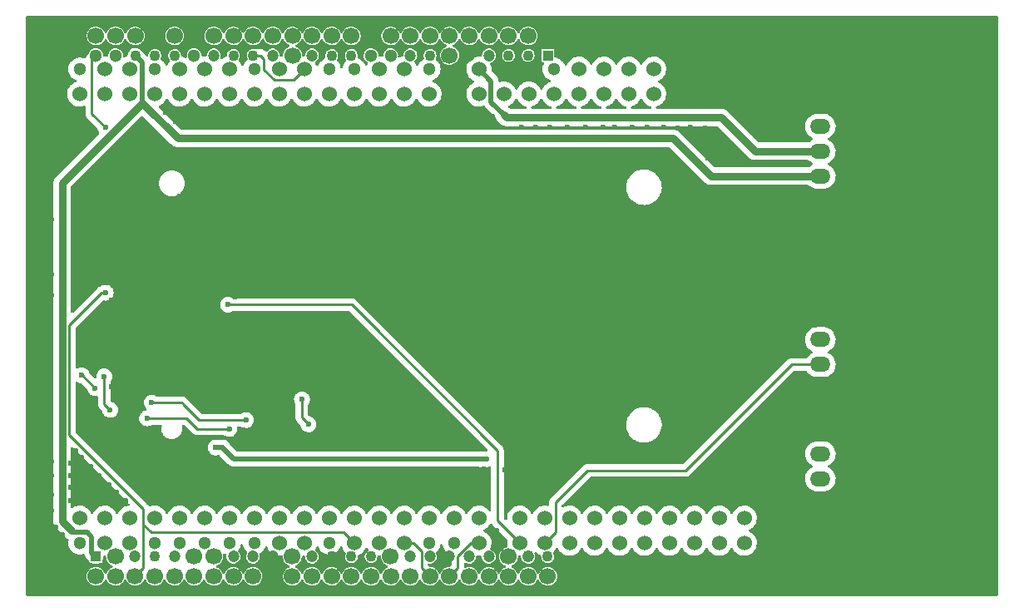
<source format=gbr>
%TF.GenerationSoftware,KiCad,Pcbnew,5.99.0-unknown-92c4596252~129~ubuntu20.04.1*%
%TF.CreationDate,2021-06-09T22:53:09+02:00*%
%TF.ProjectId,cubieboard-lora-gateway-lrwan-gs_hf1,63756269-6562-46f6-9172-642d6c6f7261,V1.0*%
%TF.SameCoordinates,Original*%
%TF.FileFunction,Copper,L2,Bot*%
%TF.FilePolarity,Positive*%
%FSLAX46Y46*%
G04 Gerber Fmt 4.6, Leading zero omitted, Abs format (unit mm)*
G04 Created by KiCad (PCBNEW 5.99.0-unknown-92c4596252~129~ubuntu20.04.1) date 2021-06-09 22:53:09*
%MOMM*%
%LPD*%
G01*
G04 APERTURE LIST*
%TA.AperFunction,ComponentPad*%
%ADD10C,0.600000*%
%TD*%
%TA.AperFunction,ComponentPad*%
%ADD11C,5.400000*%
%TD*%
%TA.AperFunction,ComponentPad*%
%ADD12O,2.100000X1.524000*%
%TD*%
%TA.AperFunction,ComponentPad*%
%ADD13C,1.524000*%
%TD*%
%TA.AperFunction,ComponentPad*%
%ADD14C,1.300000*%
%TD*%
%TA.AperFunction,ComponentPad*%
%ADD15R,1.100000X1.100000*%
%TD*%
%TA.AperFunction,ComponentPad*%
%ADD16C,1.700000*%
%TD*%
%TA.AperFunction,ComponentPad*%
%ADD17C,1.100000*%
%TD*%
%TA.AperFunction,ComponentPad*%
%ADD18C,1.200000*%
%TD*%
%TA.AperFunction,ComponentPad*%
%ADD19C,1.220000*%
%TD*%
%TA.AperFunction,ViaPad*%
%ADD20C,0.600000*%
%TD*%
%TA.AperFunction,Conductor*%
%ADD21C,0.762000*%
%TD*%
%TA.AperFunction,Conductor*%
%ADD22C,0.508000*%
%TD*%
%TA.AperFunction,Conductor*%
%ADD23C,0.254000*%
%TD*%
G04 APERTURE END LIST*
D10*
%TO.P,MH1,1,1*%
%TO.N,GND*%
X100690000Y-70630000D03*
X100690000Y-74630000D03*
X98957949Y-73630000D03*
X102422051Y-71630000D03*
X102422051Y-73630000D03*
D11*
X100690000Y-72630000D03*
D10*
X98957949Y-71630000D03*
%TD*%
%TO.P,MH3,1,1*%
%TO.N,GND*%
X100690000Y-124330000D03*
X98957949Y-127330000D03*
X100690000Y-128330000D03*
X102422051Y-125330000D03*
D11*
X100690000Y-126330000D03*
D10*
X102422051Y-127330000D03*
X98957949Y-125330000D03*
%TD*%
D12*
%TO.P,P1,1*%
%TO.N,3V3*%
X178880000Y-81180000D03*
%TO.P,P1,2*%
%TO.N,Net-(P1-Pad2)*%
X178880000Y-83720000D03*
%TO.P,P1,3*%
%TO.N,5V*%
X178880000Y-86260000D03*
%TD*%
D13*
%TO.P,U1,1*%
%TO.N,N/C*%
X161920000Y-75345000D03*
%TO.P,U1,2*%
X161920000Y-77885000D03*
%TO.P,U1,3*%
X159380000Y-75345000D03*
%TO.P,U1,4*%
X159380000Y-77885000D03*
%TO.P,U1,5*%
X156840000Y-75345000D03*
%TO.P,U1,6*%
X156840000Y-77885000D03*
%TO.P,U1,7*%
X154300000Y-75345000D03*
%TO.P,U1,8*%
X154300000Y-77885000D03*
D14*
%TO.P,U1,9*%
X151760000Y-75345000D03*
D13*
%TO.P,U1,10*%
X151760000Y-77885000D03*
D14*
%TO.P,U1,11,GND*%
%TO.N,GND*%
X149220000Y-75345000D03*
D13*
%TO.P,U1,12*%
%TO.N,N/C*%
X149220000Y-77885000D03*
%TO.P,U1,13,GND*%
%TO.N,GND*%
X146680000Y-75345000D03*
%TO.P,U1,14*%
%TO.N,N/C*%
X146680000Y-77885000D03*
%TO.P,U1,15,VIN*%
%TO.N,Net-(P1-Pad2)*%
X144140000Y-75345000D03*
%TO.P,U1,16*%
%TO.N,N/C*%
X144140000Y-77885000D03*
D14*
%TO.P,U1,17*%
X139060000Y-75345000D03*
D13*
%TO.P,U1,18*%
X139060000Y-77885000D03*
%TO.P,U1,19*%
X136520000Y-75345000D03*
%TO.P,U1,20*%
X136520000Y-77885000D03*
%TO.P,U1,21*%
X133980000Y-75345000D03*
%TO.P,U1,22*%
X133980000Y-77885000D03*
D14*
%TO.P,U1,23*%
X131440000Y-75345000D03*
D13*
%TO.P,U1,24*%
X131440000Y-77885000D03*
D14*
%TO.P,U1,25,GPIO4-PF5*%
%TO.N,/PE4{slash}TS0_D0*%
X128900000Y-75345000D03*
D13*
%TO.P,U1,26*%
%TO.N,N/C*%
X128900000Y-77885000D03*
%TO.P,U1,27,GPIO3-PF10*%
%TO.N,/PB2_PWM0*%
X126360000Y-75345000D03*
%TO.P,U1,28*%
%TO.N,N/C*%
X126360000Y-77885000D03*
%TO.P,U1,29*%
X123820000Y-75345000D03*
%TO.P,U1,30*%
X123820000Y-77885000D03*
D14*
%TO.P,U1,31*%
X121280000Y-75345000D03*
D13*
%TO.P,U1,32*%
X121280000Y-77885000D03*
%TO.P,U1,33*%
X118740000Y-75345000D03*
%TO.P,U1,34*%
X118740000Y-77885000D03*
%TO.P,U1,35*%
X116200000Y-75345000D03*
%TO.P,U1,36*%
X116200000Y-77885000D03*
%TO.P,U1,37*%
X113660000Y-75345000D03*
%TO.P,U1,38*%
X113660000Y-77885000D03*
D14*
%TO.P,U1,39*%
X111120000Y-75345000D03*
D13*
%TO.P,U1,40*%
X111120000Y-77885000D03*
%TO.P,U1,41*%
X108580000Y-75345000D03*
%TO.P,U1,42*%
X108580000Y-77885000D03*
%TO.P,U1,43*%
X106040000Y-75345000D03*
%TO.P,U1,44*%
X106040000Y-77885000D03*
D14*
%TO.P,U1,45*%
X103500000Y-75345000D03*
D13*
%TO.P,U1,46*%
X103500000Y-77885000D03*
%TO.P,U1,47*%
X171150000Y-121075000D03*
%TO.P,U1,48*%
X171150000Y-123615000D03*
%TO.P,U1,49*%
X168610000Y-121075000D03*
%TO.P,U1,50*%
X168610000Y-123615000D03*
%TO.P,U1,51*%
X166070000Y-121075000D03*
%TO.P,U1,52*%
X166070000Y-123615000D03*
%TO.P,U1,53*%
X163530000Y-121075000D03*
%TO.P,U1,54*%
X163530000Y-123615000D03*
%TO.P,U1,55*%
X160990000Y-121075000D03*
%TO.P,U1,56,SCK(opt)-PA5*%
X160990000Y-123615000D03*
%TO.P,U1,57*%
X158450000Y-121075000D03*
%TO.P,U1,58,MISO(opt)-PA6*%
X158450000Y-123615000D03*
%TO.P,U1,59*%
X155910000Y-121075000D03*
%TO.P,U1,60,MOSI(opt)-PA7*%
X155910000Y-123615000D03*
%TO.P,U1,61*%
X153370000Y-121075000D03*
%TO.P,U1,62,CSN(opt)-PD14*%
X153370000Y-123615000D03*
%TO.P,U1,63*%
X150830000Y-121075000D03*
%TO.P,U1,64,BAND_SET1_PD15*%
%TO.N,Net-(P2-Pad2)*%
X150830000Y-123615000D03*
%TO.P,U1,65*%
%TO.N,N/C*%
X148290000Y-121075000D03*
%TO.P,U1,66,RST-PF12*%
%TO.N,/PB11{slash}I2S_D03*%
X148290000Y-123615000D03*
%TO.P,U1,67*%
%TO.N,N/C*%
X144140000Y-121075000D03*
%TO.P,U1,68,GPIO0-PF13*%
%TO.N,/PE6{slash}TS0_D2{slash}CSI0_D2*%
X144140000Y-123615000D03*
%TO.P,U1,69*%
%TO.N,N/C*%
X141600000Y-121075000D03*
D14*
%TO.P,U1,70,BAND_SET2_PE9*%
%TO.N,Net-(P3-Pad2)*%
X141600000Y-123615000D03*
D13*
%TO.P,U1,71*%
%TO.N,N/C*%
X139060000Y-121075000D03*
D14*
%TO.P,U1,72,CSN-PE11*%
%TO.N,/PI10{slash}SPI0_CS0{slash}UART5_TX{slash}EINT22*%
X139060000Y-123615000D03*
D13*
%TO.P,U1,73*%
%TO.N,N/C*%
X136520000Y-121075000D03*
%TO.P,U1,74,GPIO1-PF14*%
%TO.N,/PE5{slash}TS0_D1{slash}CSI0_D1{slash}SMC_VPPEN*%
X136520000Y-123615000D03*
%TO.P,U1,75*%
%TO.N,N/C*%
X133980000Y-121075000D03*
%TO.P,U1,76,MISO-PE13*%
%TO.N,/PI13{slash}SPI0_MISO{slash}UART6_RX{slash}EINT25*%
X133980000Y-123615000D03*
%TO.P,U1,77*%
%TO.N,N/C*%
X131440000Y-121075000D03*
%TO.P,U1,78,GPIO2-PF15*%
%TO.N,/PB18{slash}TWI1_SCK*%
X131440000Y-123615000D03*
%TO.P,U1,79*%
%TO.N,N/C*%
X128900000Y-121075000D03*
D14*
%TO.P,U1,80*%
X128900000Y-123615000D03*
D13*
%TO.P,U1,81*%
X126360000Y-121075000D03*
%TO.P,U1,82*%
X126360000Y-123615000D03*
%TO.P,U1,83*%
X123820000Y-121075000D03*
%TO.P,U1,84*%
X123820000Y-123615000D03*
%TO.P,U1,85*%
X121280000Y-121075000D03*
D14*
%TO.P,U1,86*%
X121280000Y-123615000D03*
D13*
%TO.P,U1,87*%
X118740000Y-121075000D03*
D14*
%TO.P,U1,88*%
X118740000Y-123615000D03*
D13*
%TO.P,U1,89*%
X116200000Y-121075000D03*
D14*
%TO.P,U1,90*%
X116200000Y-123615000D03*
D13*
%TO.P,U1,91*%
X113660000Y-121075000D03*
D14*
%TO.P,U1,92,SCK-PE12*%
%TO.N,/PI11{slash}SPI0_CLK{slash}UART5_RX*%
X113660000Y-123615000D03*
D13*
%TO.P,U1,93*%
%TO.N,N/C*%
X111120000Y-121075000D03*
D14*
%TO.P,U1,94,MOSI-PE14*%
%TO.N,/PI12{slash}SPI0_MOSI{slash}UART6_TX{slash}EINT24*%
X111120000Y-123615000D03*
D13*
%TO.P,U1,95*%
%TO.N,N/C*%
X108580000Y-121075000D03*
%TO.P,U1,96*%
X108580000Y-123615000D03*
%TO.P,U1,97*%
X106040000Y-121075000D03*
%TO.P,U1,98*%
X106040000Y-123615000D03*
%TO.P,U1,99*%
X103500000Y-121075000D03*
D14*
%TO.P,U1,100*%
X103500000Y-123615000D03*
%TD*%
D10*
%TO.P,MH2,1,1*%
%TO.N,GND*%
X172557949Y-71630000D03*
D11*
X174290000Y-72630000D03*
D10*
X174290000Y-74630000D03*
X172557949Y-73630000D03*
X174290000Y-70630000D03*
X176022051Y-71630000D03*
X176022051Y-73630000D03*
%TD*%
D12*
%TO.P,P2,1*%
%TO.N,3V3*%
X178880000Y-102900000D03*
%TO.P,P2,2*%
%TO.N,Net-(P2-Pad2)*%
X178880000Y-105440000D03*
%TO.P,P2,3*%
%TO.N,GND*%
X178880000Y-107980000D03*
%TD*%
%TO.P,P3,1*%
%TO.N,3V3*%
X178880000Y-114530000D03*
%TO.P,P3,2*%
%TO.N,Net-(P3-Pad2)*%
X178880000Y-117070000D03*
%TO.P,P3,3*%
%TO.N,GND*%
X178880000Y-119610000D03*
%TD*%
D11*
%TO.P,MH4,1,1*%
%TO.N,GND*%
X174290000Y-126330000D03*
D10*
X174290000Y-124330000D03*
X172557949Y-127330000D03*
X174290000Y-128330000D03*
X172557949Y-125330000D03*
X176022051Y-127330000D03*
X176022051Y-125330000D03*
%TD*%
D15*
%TO.P,Con1,1,1*%
%TO.N,N/C*%
X151150000Y-73970000D03*
D16*
%TO.P,Con1,2,2*%
%TO.N,GND*%
X151150000Y-71970000D03*
D17*
%TO.P,Con1,3,3*%
%TO.N,N/C*%
X149150000Y-73970000D03*
D16*
%TO.P,Con1,4,4*%
X149150000Y-71970000D03*
D17*
%TO.P,Con1,5,5*%
X147150000Y-73970000D03*
D16*
%TO.P,Con1,6,6*%
X147150000Y-71970000D03*
D18*
%TO.P,Con1,7,7*%
X145150000Y-73970000D03*
D16*
%TO.P,Con1,8,8*%
X145150000Y-71970000D03*
D18*
%TO.P,Con1,9,9*%
%TO.N,GND*%
X143150000Y-73970000D03*
D16*
%TO.P,Con1,10,10*%
%TO.N,N/C*%
X143150000Y-71970000D03*
%TO.P,Con1,11,11*%
X141150000Y-73970000D03*
%TO.P,Con1,12,12*%
X141150000Y-71970000D03*
D17*
%TO.P,Con1,13,13*%
X139150000Y-73970000D03*
D16*
%TO.P,Con1,14,14*%
X139150000Y-71970000D03*
D18*
%TO.P,Con1,15,15*%
X137150000Y-73970000D03*
D16*
%TO.P,Con1,16,16*%
X137150000Y-71970000D03*
D14*
%TO.P,Con1,17,17*%
X135150000Y-73970000D03*
D16*
%TO.P,Con1,18,18*%
X135150000Y-71970000D03*
D14*
%TO.P,Con1,19,19*%
X133150000Y-73970000D03*
D16*
%TO.P,Con1,20,20*%
%TO.N,GND*%
X133150000Y-71970000D03*
D17*
%TO.P,Con1,21,21*%
%TO.N,N/C*%
X131150000Y-73970000D03*
D16*
%TO.P,Con1,22,22*%
X131150000Y-71970000D03*
D17*
%TO.P,Con1,23,23*%
X129150000Y-73970000D03*
D16*
%TO.P,Con1,24,24*%
X129150000Y-71970000D03*
D18*
%TO.P,Con1,25,25*%
X127150000Y-73970000D03*
D16*
%TO.P,Con1,26,26*%
X127150000Y-71970000D03*
%TO.P,Con1,27,27*%
X125150000Y-73970000D03*
%TO.P,Con1,28,28*%
X125150000Y-71970000D03*
D18*
%TO.P,Con1,29,29*%
X123150000Y-73970000D03*
D16*
%TO.P,Con1,30,30*%
X123150000Y-71970000D03*
D17*
%TO.P,Con1,31,31*%
%TO.N,/PB2_PWM0*%
X121150000Y-73970000D03*
D16*
%TO.P,Con1,32,32*%
%TO.N,N/C*%
X121140000Y-71970000D03*
D17*
%TO.P,Con1,33,33*%
X119150000Y-73970000D03*
D16*
%TO.P,Con1,34,34*%
X119150000Y-71970000D03*
D18*
%TO.P,Con1,35,35*%
X117150000Y-73970000D03*
D16*
%TO.P,Con1,36,36*%
X117150000Y-71970000D03*
D14*
%TO.P,Con1,37,37*%
X115150000Y-73970000D03*
D16*
%TO.P,Con1,38,38*%
%TO.N,GND*%
X115150000Y-71970000D03*
D17*
%TO.P,Con1,39,39*%
%TO.N,/PB11{slash}I2S_D03*%
X113150000Y-73970000D03*
D16*
%TO.P,Con1,40,40*%
%TO.N,N/C*%
X113150000Y-71970000D03*
D17*
%TO.P,Con1,41,41*%
X111150000Y-73970000D03*
D16*
%TO.P,Con1,42,42*%
%TO.N,GND*%
X111150000Y-71970000D03*
D17*
%TO.P,Con1,43,43*%
%TO.N,5V*%
X109150000Y-73970000D03*
D16*
%TO.P,Con1,44,44*%
%TO.N,3V3*%
X109150000Y-71970000D03*
D14*
%TO.P,Con1,45,45*%
%TO.N,/PI10{slash}SPI0_CS0{slash}UART5_TX{slash}EINT22*%
X107150000Y-73970000D03*
D16*
%TO.P,Con1,46,46*%
%TO.N,/PI12{slash}SPI0_MOSI{slash}UART6_TX{slash}EINT24*%
X107150000Y-71970000D03*
D14*
%TO.P,Con1,47,47*%
%TO.N,/PI11{slash}SPI0_CLK{slash}UART5_RX*%
X105150000Y-73970000D03*
D16*
%TO.P,Con1,48,48*%
%TO.N,/PI13{slash}SPI0_MISO{slash}UART6_RX{slash}EINT25*%
X105150000Y-71970000D03*
%TD*%
D15*
%TO.P,Con2,1,1*%
%TO.N,5V*%
X105140000Y-125000000D03*
D16*
%TO.P,Con2,2,2*%
%TO.N,N/C*%
X105140000Y-127000000D03*
%TO.P,Con2,3,3*%
X107140000Y-125000000D03*
%TO.P,Con2,4,4*%
X107140000Y-127000000D03*
D18*
%TO.P,Con2,5,5*%
X109140000Y-125000000D03*
D16*
%TO.P,Con2,6,6*%
%TO.N,/PB18{slash}TWI1_SCK*%
X109140000Y-127000000D03*
D17*
%TO.P,Con2,7,7*%
%TO.N,N/C*%
X111140000Y-125000000D03*
D16*
%TO.P,Con2,8,8*%
X111140000Y-127000000D03*
D18*
%TO.P,Con2,9,9*%
X113140000Y-125000000D03*
D16*
%TO.P,Con2,10,10*%
X113140000Y-127000000D03*
%TO.P,Con2,11,11*%
X115140000Y-125000000D03*
%TO.P,Con2,12,12*%
X115140000Y-127000000D03*
%TO.P,Con2,13,13*%
X117140000Y-125000000D03*
%TO.P,Con2,14,14*%
X117140000Y-127000000D03*
D18*
%TO.P,Con2,15,15*%
X119140000Y-125000000D03*
D16*
%TO.P,Con2,16,16*%
X119140000Y-127000000D03*
D18*
%TO.P,Con2,17,17*%
X121140000Y-125000000D03*
D16*
%TO.P,Con2,18,18*%
X121140000Y-127000000D03*
D18*
%TO.P,Con2,19,19*%
%TO.N,GND*%
X123140000Y-125000000D03*
D16*
%TO.P,Con2,20,20*%
X123140000Y-127000000D03*
%TO.P,Con2,21,21*%
%TO.N,N/C*%
X125140000Y-125000000D03*
%TO.P,Con2,22,22*%
X125140000Y-127000000D03*
D18*
%TO.P,Con2,23,23*%
X127140000Y-125000000D03*
D16*
%TO.P,Con2,24,24*%
X127140000Y-127000000D03*
D17*
%TO.P,Con2,25,25*%
%TO.N,GND*%
X129140000Y-125000000D03*
D16*
%TO.P,Con2,26,26*%
%TO.N,N/C*%
X129140000Y-127000000D03*
D17*
%TO.P,Con2,27,27*%
X131140000Y-125000000D03*
D16*
%TO.P,Con2,28,28*%
X131140000Y-127000000D03*
D17*
%TO.P,Con2,29,29*%
X133140000Y-125000000D03*
D16*
%TO.P,Con2,30,30*%
X133140000Y-127000000D03*
%TO.P,Con2,31,31*%
X135140000Y-125000000D03*
%TO.P,Con2,32,32*%
X135150000Y-127000000D03*
D18*
%TO.P,Con2,33,33*%
X137140000Y-125000000D03*
D16*
%TO.P,Con2,34,34*%
%TO.N,/PE4{slash}TS0_D0*%
X137140000Y-127000000D03*
D18*
%TO.P,Con2,35,35*%
%TO.N,N/C*%
X139140000Y-125000000D03*
D16*
%TO.P,Con2,36,36*%
%TO.N,/PE5{slash}TS0_D1{slash}CSI0_D1{slash}SMC_VPPEN*%
X139140000Y-127000000D03*
D18*
%TO.P,Con2,37,37*%
%TO.N,GND*%
X141140000Y-125000000D03*
D16*
%TO.P,Con2,38,38*%
%TO.N,/PE6{slash}TS0_D2{slash}CSI0_D2*%
X141140000Y-127000000D03*
D18*
%TO.P,Con2,39,39*%
%TO.N,N/C*%
X143140000Y-125000000D03*
D16*
%TO.P,Con2,40,40*%
X143140000Y-127000000D03*
D18*
%TO.P,Con2,41,41*%
X145140000Y-125000000D03*
D16*
%TO.P,Con2,42,42*%
X145140000Y-127000000D03*
%TO.P,Con2,43,43*%
X147140000Y-125000000D03*
%TO.P,Con2,44,44*%
X147140000Y-127000000D03*
D19*
%TO.P,Con2,45,45*%
X149140000Y-125000000D03*
D16*
%TO.P,Con2,46,46*%
%TO.N,/PE10{slash}TS0_D6{slash}CSI0_D6*%
X149140000Y-127000000D03*
D17*
%TO.P,Con2,47,47*%
%TO.N,N/C*%
X151140000Y-125000000D03*
D16*
%TO.P,Con2,48,48*%
%TO.N,/PE11{slash}TS0_D7{slash}CSI0_D7*%
X151140000Y-127000000D03*
%TD*%
D20*
%TO.N,GND*%
X161440000Y-83710000D03*
X159990000Y-83750000D03*
X158240000Y-83710000D03*
X156620000Y-83810000D03*
X155250000Y-83790000D03*
X153710000Y-83750000D03*
X152000000Y-83730000D03*
X150550000Y-83750000D03*
X149010000Y-83730000D03*
X147180000Y-83730000D03*
X145660000Y-83730000D03*
X143980000Y-83710000D03*
X142440000Y-83660000D03*
X141140000Y-83660000D03*
X139710000Y-83660000D03*
X138390000Y-83660000D03*
X137000000Y-83700000D03*
X135710000Y-83700000D03*
X134390000Y-83680000D03*
X133220000Y-83640000D03*
X132010000Y-83660000D03*
X130920000Y-83660000D03*
X129730000Y-83660000D03*
X128670000Y-83660000D03*
%TO.N,3V3*%
X117342500Y-113877500D03*
X144250000Y-115060000D03*
%TO.N,GND*%
X128680000Y-86930000D03*
X155820000Y-113850000D03*
X180650000Y-97380000D03*
X141090000Y-111240000D03*
X113240000Y-80720000D03*
X115280000Y-101130000D03*
X158550000Y-118280000D03*
X100600000Y-98360000D03*
X164320000Y-85180000D03*
X158000000Y-81310500D03*
X167580000Y-128030000D03*
X116670000Y-119450000D03*
X132760000Y-113480000D03*
X135430000Y-105650000D03*
X158610000Y-73450000D03*
X160920000Y-126250000D03*
X168070000Y-83340000D03*
X159750000Y-81310500D03*
X120110000Y-97000000D03*
X141950000Y-79600000D03*
X106760000Y-102120000D03*
X166470000Y-126190000D03*
X175050000Y-118370000D03*
X111120000Y-89200000D03*
X100550000Y-87630000D03*
X128640000Y-89680000D03*
X163720000Y-77620000D03*
X128860000Y-100710000D03*
X126100000Y-79940000D03*
X166610000Y-83100000D03*
X140410000Y-79370000D03*
X179790000Y-88200000D03*
X101780000Y-122750000D03*
X126170000Y-98000000D03*
X173270000Y-87570000D03*
X116730000Y-83740000D03*
X122270000Y-86450000D03*
X165330000Y-78680000D03*
X143680000Y-110080000D03*
X131810000Y-98220000D03*
X127440000Y-116370000D03*
X111500000Y-91600000D03*
X154990000Y-81310500D03*
X169570000Y-116100000D03*
X112760000Y-98050000D03*
X128630000Y-85890000D03*
X164060000Y-113670000D03*
X169530000Y-87550000D03*
X148210000Y-116160000D03*
X100590000Y-100410000D03*
X148780000Y-113680000D03*
X103860000Y-119310000D03*
X106800000Y-101230000D03*
X106290000Y-95080000D03*
X170550000Y-127330000D03*
X109660000Y-94380000D03*
X111080000Y-107680000D03*
X137800000Y-104240000D03*
X170820000Y-85120000D03*
X125050000Y-107770000D03*
X106330000Y-93730000D03*
X121760000Y-119420000D03*
X117880000Y-96520000D03*
X149710000Y-119390000D03*
X112690000Y-90370000D03*
X121550000Y-112260000D03*
X124770000Y-113700000D03*
X147910000Y-79139500D03*
X110940000Y-96830000D03*
X122320000Y-98100000D03*
X110330000Y-96080000D03*
X113190000Y-116370000D03*
X119010000Y-109010000D03*
X180670000Y-95010000D03*
X115400000Y-80210000D03*
X172170000Y-87510000D03*
X129670000Y-80540000D03*
X153610000Y-116100000D03*
X114020000Y-84960000D03*
X112700000Y-92430000D03*
X120060000Y-87020000D03*
X134870000Y-80450000D03*
X180900000Y-85360000D03*
X173410000Y-111850000D03*
X110720000Y-102620000D03*
X161620000Y-125470000D03*
X120380000Y-80440000D03*
X111580000Y-104100000D03*
X147010000Y-113770000D03*
X116520000Y-80600000D03*
X126140000Y-100590000D03*
X162190000Y-118360000D03*
X121250000Y-79590000D03*
X126200000Y-95100000D03*
X140290000Y-80410000D03*
X175870000Y-109760000D03*
X102300000Y-83880000D03*
X140570000Y-76530000D03*
X109390000Y-81680000D03*
X175970000Y-114650000D03*
X111030000Y-99330000D03*
X144480000Y-79730000D03*
X122420000Y-87920000D03*
X155940000Y-118190000D03*
X178870000Y-88390000D03*
X123000000Y-108870000D03*
X115160000Y-115640000D03*
X167500000Y-112040000D03*
X134520000Y-116460000D03*
X112680000Y-91390000D03*
X129640000Y-119680000D03*
X120040000Y-94730000D03*
X155830000Y-126240000D03*
X126180000Y-116440000D03*
X111620000Y-103110000D03*
X103210000Y-80880000D03*
X175580000Y-104080000D03*
X166900000Y-116170000D03*
X114320000Y-86080000D03*
X118050000Y-85760000D03*
X142310000Y-75130000D03*
X102590500Y-115460000D03*
X173440000Y-115960000D03*
X160010000Y-118360000D03*
X140840000Y-78150000D03*
X136430000Y-106650000D03*
X115200000Y-117010000D03*
X108580000Y-94450000D03*
X177230000Y-118820000D03*
X106330000Y-92420000D03*
X125360000Y-116470000D03*
X119200000Y-116560000D03*
X172830000Y-82390000D03*
X110890000Y-88170000D03*
X119340000Y-97680000D03*
X120040000Y-91110000D03*
X167480000Y-84430000D03*
X159840000Y-119460000D03*
X115190000Y-97740000D03*
X173930000Y-109220000D03*
X175630000Y-108660000D03*
X138790000Y-79800000D03*
X122420000Y-79470000D03*
X125150000Y-83840000D03*
X146790000Y-116140000D03*
X108690000Y-96070000D03*
X100630000Y-96230000D03*
X172290000Y-84970000D03*
X122320000Y-96460000D03*
X175850000Y-87530000D03*
X174660000Y-115720000D03*
X112780000Y-96920000D03*
X133760000Y-100150000D03*
X130100000Y-79460000D03*
X165660000Y-82350000D03*
X106260000Y-89100000D03*
X153330000Y-73550000D03*
X122350000Y-92210000D03*
X163220000Y-119220000D03*
X128630000Y-84840000D03*
X106740000Y-98910000D03*
X126240000Y-83860000D03*
X122800000Y-116440000D03*
X113650000Y-88320000D03*
X170180000Y-79630000D03*
X114310000Y-119230000D03*
X104580000Y-115850000D03*
X119970000Y-92370000D03*
X104040000Y-112480000D03*
X180960000Y-83710000D03*
X125940000Y-106710000D03*
X106290000Y-84860000D03*
X122440000Y-112680000D03*
X112390000Y-118460000D03*
X162370000Y-126320000D03*
X115300000Y-95560000D03*
X166510000Y-86870000D03*
X114390000Y-87630000D03*
X164790000Y-118340000D03*
X148450000Y-81310000D03*
X166320000Y-78560000D03*
X104610000Y-110730000D03*
X122270000Y-94900000D03*
X143130000Y-79350000D03*
X175650000Y-107590000D03*
X164480000Y-119380000D03*
X123690000Y-79720000D03*
X161130000Y-118500000D03*
X150700000Y-118920000D03*
X108030000Y-116370000D03*
X108200000Y-119270000D03*
X161240000Y-81310500D03*
X100850000Y-85970000D03*
X141550000Y-80460000D03*
X149950000Y-81310500D03*
X126360000Y-113670000D03*
X136370000Y-80570000D03*
X106450000Y-117720000D03*
X144760000Y-111250000D03*
X122400000Y-90800000D03*
X102590500Y-119290000D03*
X106920000Y-119390000D03*
X110610000Y-90830000D03*
X165120000Y-86140000D03*
X128760000Y-95130000D03*
X151350000Y-81310500D03*
X119140000Y-85940000D03*
X111960000Y-107600000D03*
X120740000Y-100580000D03*
X125250000Y-98100000D03*
X100610000Y-116770000D03*
X165910000Y-119220000D03*
X173810000Y-105940000D03*
X143150000Y-116510000D03*
X120020000Y-95980000D03*
X146000000Y-112530000D03*
X150310000Y-76550000D03*
X132800000Y-79750000D03*
X128600000Y-80510000D03*
X131450000Y-79500000D03*
X128910000Y-79670000D03*
X163340000Y-76310000D03*
X124150000Y-116440000D03*
X171300000Y-108090000D03*
X126300000Y-91540000D03*
X117840000Y-86870000D03*
X112690000Y-94500000D03*
X106710000Y-112180000D03*
X112790000Y-108150000D03*
X115210000Y-92580000D03*
X126050000Y-84790000D03*
X101610000Y-85160000D03*
X128340000Y-108990000D03*
X176920000Y-120530000D03*
X112690000Y-89160000D03*
X112360000Y-84770000D03*
X160030000Y-73430000D03*
X138230000Y-119450000D03*
X180650000Y-98630000D03*
X155700000Y-119190000D03*
X180080000Y-100860000D03*
X107550000Y-94380000D03*
X119620000Y-87840000D03*
X153000000Y-79139500D03*
X164390000Y-81360000D03*
X103090000Y-114240000D03*
X135490000Y-79620000D03*
X176060000Y-102900000D03*
X140270000Y-106560000D03*
X138630000Y-108730000D03*
X173730000Y-118270000D03*
X180690000Y-88040000D03*
X150660000Y-113720000D03*
X106770000Y-107670000D03*
X105850000Y-114320000D03*
X100520000Y-94400000D03*
X100570000Y-102310000D03*
X119340000Y-98510000D03*
X154030000Y-119340000D03*
X105440000Y-116740000D03*
X116710000Y-87000000D03*
X119370000Y-119470000D03*
X174430000Y-111930000D03*
X106330000Y-90840000D03*
X112080000Y-83430000D03*
X166600000Y-112970000D03*
X103310000Y-108020000D03*
X111720000Y-90290000D03*
X174450000Y-114710000D03*
X162990000Y-81310500D03*
X176200000Y-118370000D03*
X174470000Y-120800000D03*
X128950000Y-109940000D03*
X169300000Y-82800000D03*
X134440000Y-104590000D03*
X170200000Y-128430000D03*
X157380000Y-73590000D03*
X115530000Y-96490000D03*
X165640000Y-81240000D03*
X173590000Y-120140000D03*
X150120000Y-118230000D03*
X147280000Y-118740000D03*
X141400000Y-107710000D03*
X167920000Y-118300000D03*
X172620000Y-106780000D03*
X103390000Y-111260000D03*
X160610000Y-79139500D03*
X142640000Y-109000000D03*
X130020000Y-111000000D03*
X120670000Y-119310000D03*
X111710000Y-105450000D03*
X170560000Y-109010000D03*
X128220000Y-119610000D03*
X163150000Y-83810000D03*
X170280000Y-125260000D03*
X169480000Y-127410000D03*
X120470000Y-108550000D03*
X115510000Y-113130000D03*
X134090000Y-79760000D03*
X178820000Y-100950000D03*
X147960000Y-118240000D03*
X159250000Y-126120000D03*
X119310000Y-100840000D03*
X119090000Y-79670000D03*
X124190000Y-98130000D03*
X147180000Y-119720000D03*
X137560000Y-107710000D03*
X115180000Y-91070000D03*
X121790000Y-113730000D03*
X156680000Y-125800000D03*
X111580000Y-101960000D03*
X167240000Y-125210000D03*
X180660000Y-99910000D03*
X106270000Y-96870000D03*
X102570000Y-81840000D03*
X142490000Y-118310000D03*
X115020000Y-107890000D03*
X165470000Y-127090000D03*
X145470000Y-80180000D03*
X123900000Y-112410000D03*
X115320000Y-108880000D03*
X167120000Y-119200000D03*
X165490000Y-113590000D03*
X180690000Y-92270000D03*
X175930000Y-120610000D03*
X180610000Y-90840000D03*
X110860000Y-98020000D03*
X100640000Y-115270000D03*
X154380000Y-125330000D03*
X151350000Y-118190000D03*
X128790000Y-107310000D03*
X126070000Y-103550000D03*
X106690000Y-104500000D03*
X131370000Y-101870000D03*
X108650000Y-117120000D03*
X133410000Y-80580000D03*
X167220000Y-81330000D03*
X168930000Y-84780000D03*
X122270000Y-93580000D03*
X170400000Y-113760000D03*
X110040000Y-82500000D03*
X171290000Y-80860000D03*
X121870000Y-83840000D03*
X176280000Y-119810000D03*
X174080000Y-85020000D03*
X120340000Y-113920000D03*
X148920000Y-118340000D03*
X112560000Y-113810000D03*
X180900000Y-86420000D03*
X118780000Y-87470000D03*
X124860000Y-119490000D03*
X167930000Y-78750000D03*
X134700000Y-100980000D03*
X125080000Y-79520000D03*
X121580000Y-85110000D03*
X143390000Y-117720000D03*
X109620000Y-118020000D03*
X132060000Y-80670000D03*
X152430000Y-116180000D03*
X157740000Y-113770000D03*
X138090000Y-80590000D03*
X100600000Y-118720000D03*
X123140000Y-113710000D03*
X152700000Y-125470000D03*
X111400000Y-119310000D03*
X162800000Y-73620000D03*
X164790000Y-125170000D03*
X112590000Y-115060000D03*
X172090000Y-111980000D03*
X130610000Y-118950000D03*
X119930000Y-88790000D03*
X153170000Y-81310500D03*
X116390000Y-118640000D03*
X119320000Y-104100000D03*
X155700000Y-125320000D03*
X112280000Y-99960000D03*
X157090000Y-118260000D03*
X148420000Y-119140000D03*
X176690000Y-115620000D03*
X100480000Y-106270000D03*
X126350000Y-80760000D03*
X180650000Y-96320000D03*
X169880000Y-118380000D03*
X176240000Y-85050000D03*
X129130000Y-98010000D03*
X153140000Y-71980000D03*
X119170000Y-102540000D03*
X113550000Y-102080000D03*
X168380000Y-111160000D03*
X112270000Y-79760000D03*
X107230000Y-118450000D03*
X120010000Y-79200000D03*
X110720000Y-112120000D03*
X119250000Y-106460000D03*
X150440000Y-79139500D03*
X128860000Y-105650000D03*
X113570000Y-105490000D03*
X130510000Y-98000000D03*
X100550000Y-108080000D03*
X125280000Y-112750000D03*
X110470000Y-101590000D03*
X155560000Y-79139500D03*
X169480000Y-126100000D03*
X120120000Y-101340000D03*
X119510000Y-105450000D03*
X129570000Y-118190000D03*
X154670000Y-118510000D03*
X126080000Y-105350000D03*
X156810000Y-81310500D03*
X174560000Y-105030000D03*
X141880000Y-76620000D03*
X114150000Y-101310000D03*
X110540000Y-81470000D03*
X103670000Y-114870000D03*
X136640000Y-117530000D03*
X118940000Y-96410000D03*
X136840000Y-103140000D03*
X154780000Y-73590000D03*
X176520000Y-82510000D03*
X128670000Y-88190000D03*
X124540000Y-108870000D03*
X138160000Y-116490000D03*
X118780000Y-88890000D03*
X112650000Y-93500000D03*
X126250000Y-96790000D03*
X118730000Y-118100000D03*
X128640000Y-96670000D03*
X143360000Y-113700000D03*
X169770000Y-112960000D03*
X132940000Y-99160000D03*
X115300000Y-102290000D03*
X121900000Y-116420000D03*
X100600000Y-90670000D03*
X162760000Y-125250000D03*
X111630000Y-100740000D03*
X100550000Y-104300000D03*
X154110000Y-113700000D03*
X149550000Y-116180000D03*
X115230000Y-114430000D03*
X105600000Y-118320000D03*
X142080000Y-77950000D03*
X123290000Y-100420000D03*
X109620000Y-116490000D03*
X110680000Y-93230000D03*
X148210000Y-76370000D03*
X100530000Y-92480000D03*
X172840000Y-119340000D03*
X168600000Y-128490000D03*
X139100000Y-105330000D03*
X176890000Y-102120000D03*
X116760000Y-84940000D03*
X175600000Y-110700000D03*
X128830000Y-103120000D03*
X123280000Y-83840000D03*
X176850000Y-87690000D03*
X113390000Y-113640000D03*
X133470000Y-103500000D03*
X119440000Y-107910000D03*
X126070000Y-101990000D03*
X143030000Y-80670000D03*
X172910000Y-110150000D03*
X157770000Y-125370000D03*
X158050000Y-126300000D03*
X102340000Y-82780000D03*
X177800000Y-100880000D03*
X110540000Y-117130000D03*
X100630000Y-120300000D03*
X166580000Y-128560000D03*
X128740000Y-101820000D03*
X132640000Y-102690000D03*
X137300000Y-118600000D03*
X174820000Y-119580000D03*
X106250000Y-87840000D03*
X118260000Y-119610000D03*
X145930000Y-122370000D03*
X174440000Y-87450000D03*
X169230000Y-78870000D03*
X100590000Y-113730000D03*
X161990000Y-119440000D03*
X113580000Y-104110000D03*
X110660000Y-116220000D03*
X126300000Y-88140000D03*
X114650000Y-79310000D03*
X180610000Y-93640000D03*
X146150000Y-123960000D03*
X104290000Y-117660000D03*
X115300000Y-105840000D03*
X170980000Y-112240000D03*
X126170000Y-86380000D03*
X171960000Y-111130000D03*
X121970000Y-100460000D03*
X142370000Y-112590000D03*
X168140000Y-87590000D03*
X171240000Y-128450000D03*
X122320000Y-89480000D03*
X123960000Y-118930000D03*
X125920000Y-119350000D03*
X114210000Y-83750000D03*
X126250000Y-92960000D03*
X128670000Y-117130000D03*
X110870000Y-100240000D03*
X105530000Y-119200000D03*
X159130000Y-125260000D03*
X111290000Y-82160000D03*
X175810000Y-115970000D03*
X124630000Y-80840000D03*
X177690000Y-88350000D03*
X158060000Y-79139500D03*
X121380000Y-80760000D03*
X120020000Y-112280000D03*
X144780000Y-119340000D03*
X170960000Y-118710000D03*
X170410000Y-126220000D03*
X172100000Y-81830000D03*
X108410000Y-82580000D03*
X135620000Y-116630000D03*
X100590000Y-109850000D03*
X112740000Y-95760000D03*
X175220000Y-82440000D03*
X150860000Y-116110000D03*
X168280000Y-116160000D03*
X144380000Y-116470000D03*
X141560000Y-119280000D03*
X103370000Y-110070000D03*
X139170000Y-118880000D03*
X126960000Y-119280000D03*
X158720000Y-119120000D03*
X116770000Y-96590000D03*
X105560000Y-111740000D03*
X120180000Y-83840000D03*
X164580980Y-127601023D03*
X144270000Y-80740000D03*
X140190000Y-119380000D03*
X137220000Y-79770000D03*
X103630000Y-116630000D03*
X171720000Y-115970000D03*
X113520000Y-115140000D03*
X110680000Y-103770000D03*
X100410000Y-89470000D03*
X166530000Y-118280000D03*
X163930000Y-125910000D03*
X107190000Y-96120000D03*
X153120000Y-70640000D03*
X117690000Y-118640000D03*
X172010000Y-118320000D03*
X113170000Y-117520000D03*
X115870000Y-79540000D03*
X126220000Y-89850000D03*
X110650000Y-94170000D03*
X102590500Y-116750000D03*
X114130000Y-106530000D03*
X120000000Y-89940000D03*
X174230000Y-82440000D03*
X154390000Y-126210000D03*
X168600000Y-127210000D03*
X122780000Y-119520000D03*
X168590000Y-81950000D03*
X115140000Y-106900000D03*
X130870000Y-80390000D03*
X128640000Y-91190000D03*
X135850000Y-102190000D03*
X156130000Y-73520000D03*
X109490000Y-112180000D03*
X103190000Y-79850000D03*
X139650000Y-116440000D03*
X122790000Y-80560000D03*
X115260000Y-103530000D03*
X152440000Y-113630000D03*
X113130000Y-83750000D03*
X117560000Y-84770000D03*
X106720000Y-105300000D03*
X170680000Y-83980000D03*
X172540000Y-115120000D03*
X120030000Y-93540000D03*
X115230000Y-119520000D03*
X169270000Y-110050000D03*
X160260000Y-125330000D03*
X115190000Y-93930000D03*
X115160000Y-118430000D03*
X110910000Y-104930000D03*
X168940000Y-118890000D03*
X180730000Y-89350000D03*
X118790000Y-80710000D03*
X106210000Y-86370000D03*
X174800000Y-108140000D03*
X139840000Y-109940000D03*
X130610000Y-112070000D03*
X101051659Y-122014695D03*
X108140000Y-112160000D03*
X131700000Y-112350000D03*
X170960000Y-87510000D03*
X102590500Y-117920000D03*
X141300000Y-116490000D03*
X164360000Y-78700000D03*
X130090000Y-100830000D03*
X157480000Y-119460000D03*
X169140000Y-113930000D03*
X112660000Y-99000000D03*
X128880000Y-104210000D03*
X100470000Y-112000000D03*
X113500000Y-103070000D03*
X173590000Y-114570000D03*
X106670000Y-115220000D03*
X116750000Y-86050000D03*
X119420000Y-113150000D03*
X115260000Y-104710000D03*
X123190000Y-98000000D03*
X175580000Y-112000000D03*
X128630000Y-93450000D03*
X161380000Y-73500000D03*
X124760000Y-100460000D03*
X121610000Y-108580000D03*
X104810000Y-113280000D03*
X120360000Y-116420000D03*
X163520000Y-118380000D03*
X163820000Y-74730000D03*
X136590000Y-116470000D03*
%TO.N,3V3*%
X118020000Y-113880000D03*
X144930000Y-115060000D03*
%TO.N,/PB11{slash}I2S_D03*%
X118600000Y-99330000D03*
%TO.N,/PI10{slash}SPI0_CS0{slash}UART5_TX{slash}EINT22*%
X118730000Y-111990000D03*
X110360000Y-110910000D03*
%TO.N,/PI12{slash}SPI0_MOSI{slash}UART6_TX{slash}EINT24*%
X106600000Y-110050000D03*
X105990000Y-106650000D03*
%TO.N,/PI11{slash}SPI0_CLK{slash}UART5_RX*%
X106119005Y-81289007D03*
%TO.N,/PI13{slash}SPI0_MISO{slash}UART6_RX{slash}EINT25*%
X105068227Y-107818402D03*
X110830000Y-109320000D03*
X120430000Y-111080000D03*
X103693113Y-106521841D03*
%TO.N,/PB18{slash}TWI1_SCK*%
X106150000Y-98120000D03*
%TO.N,/PE4{slash}TS0_D0*%
X126120000Y-108980000D03*
X126780000Y-111510000D03*
%TD*%
D21*
%TO.N,5V*%
X178880000Y-86260000D02*
X167760000Y-86260000D01*
X167760000Y-86260000D02*
X163900000Y-82400000D01*
X163900000Y-82400000D02*
X113466772Y-82400000D01*
X113466772Y-82400000D02*
X109860000Y-78793228D01*
%TO.N,Net-(P1-Pad2)*%
X178880000Y-83720000D02*
X172230000Y-83720000D01*
X172230000Y-83720000D02*
X168770000Y-80260000D01*
X168770000Y-80260000D02*
X146910000Y-80260000D01*
X146910000Y-80260000D02*
X146670000Y-80020000D01*
D22*
%TO.N,3V3*%
X118020000Y-113880000D02*
X117370000Y-113880000D01*
X144250000Y-115060000D02*
X144930000Y-115060000D01*
%TO.N,Net-(P1-Pad2)*%
X144140000Y-75345000D02*
X145370000Y-76575000D01*
X145370000Y-76575000D02*
X145370000Y-78720000D01*
X145370000Y-78720000D02*
X146670000Y-80020000D01*
D23*
%TO.N,/PB18{slash}TWI1_SCK*%
X109990000Y-120150000D02*
X102417511Y-112577511D01*
X105730000Y-98120000D02*
X106150000Y-98120000D01*
%TO.N,/PI11{slash}SPI0_CLK{slash}UART5_RX*%
X104730000Y-79900002D02*
X106119005Y-81289007D01*
%TO.N,/PB18{slash}TWI1_SCK*%
X102417511Y-101432489D02*
X105730000Y-98120000D01*
X102417511Y-112577511D02*
X102417511Y-101432489D01*
%TO.N,/PI11{slash}SPI0_CLK{slash}UART5_RX*%
X105150000Y-73970000D02*
X104730000Y-74390000D01*
X104730000Y-74390000D02*
X104730000Y-79900002D01*
%TO.N,/PB18{slash}TWI1_SCK*%
X109990000Y-123299763D02*
X109990000Y-120150000D01*
D21*
%TO.N,5V*%
X109860000Y-78793228D02*
X101710000Y-86943228D01*
X101710000Y-86943228D02*
X101710000Y-121430000D01*
X101710000Y-121430000D02*
X102630000Y-122350000D01*
D22*
X109150000Y-73970000D02*
X109860000Y-74680000D01*
X109860000Y-74680000D02*
X109860000Y-78793228D01*
X109860000Y-78793228D02*
X109760000Y-78893228D01*
X109760000Y-78893228D02*
X109908386Y-79041614D01*
X102780000Y-122500000D02*
X102630000Y-122350000D01*
X105140000Y-125000000D02*
X104720000Y-124580000D01*
X104720000Y-124580000D02*
X104720000Y-122980000D01*
X104240000Y-122500000D02*
X102780000Y-122500000D01*
X104720000Y-122980000D02*
X104240000Y-122500000D01*
%TO.N,GND*%
X119910000Y-109910000D02*
X121940000Y-109910000D01*
X122440000Y-110410000D02*
X122440000Y-112680000D01*
X119010000Y-109010000D02*
X119910000Y-109910000D01*
X121940000Y-109910000D02*
X122440000Y-110410000D01*
%TO.N,3V3*%
X118020000Y-113880000D02*
X119200000Y-115060000D01*
X119200000Y-115060000D02*
X144250000Y-115060000D01*
D23*
%TO.N,/PB2_PWM0*%
X125271489Y-76433511D02*
X123297514Y-76433511D01*
X122256511Y-74298694D02*
X121927817Y-73970000D01*
X122256511Y-75392508D02*
X122256511Y-74298694D01*
X121927817Y-73970000D02*
X121150000Y-73970000D01*
X126360000Y-75345000D02*
X125271489Y-76433511D01*
X123297514Y-76433511D02*
X122256511Y-75392508D01*
%TO.N,/PB11{slash}I2S_D03*%
X132370000Y-100530000D02*
X131170000Y-99330000D01*
X146020000Y-114180000D02*
X132370000Y-100530000D01*
X131170000Y-99330000D02*
X118600000Y-99330000D01*
X146020000Y-121345000D02*
X146020000Y-118500000D01*
X148290000Y-123615000D02*
X146020000Y-121345000D01*
X146020000Y-118500000D02*
X146020000Y-114180000D01*
%TO.N,/PI10{slash}SPI0_CS0{slash}UART5_TX{slash}EINT22*%
X118730000Y-111990000D02*
X115470000Y-111990000D01*
X114390000Y-110910000D02*
X110360000Y-110910000D01*
X115470000Y-111990000D02*
X114620000Y-111140000D01*
X114620000Y-111140000D02*
X114390000Y-110910000D01*
%TO.N,/PI12{slash}SPI0_MOSI{slash}UART6_TX{slash}EINT24*%
X105990000Y-106650000D02*
X105990000Y-109440000D01*
X105990000Y-109440000D02*
X106600000Y-110050000D01*
%TO.N,/PI13{slash}SPI0_MISO{slash}UART6_RX{slash}EINT25*%
X120430000Y-111080000D02*
X115660000Y-111080000D01*
X115660000Y-111080000D02*
X114020000Y-109440000D01*
X113900000Y-109320000D02*
X110830000Y-109320000D01*
X103771666Y-106521841D02*
X103693113Y-106521841D01*
X114020000Y-109440000D02*
X113900000Y-109320000D01*
X105068227Y-107818402D02*
X103771666Y-106521841D01*
%TO.N,/PB18{slash}TWI1_SCK*%
X109990000Y-121710000D02*
X109990000Y-123299763D01*
X110806489Y-122526489D02*
X109990000Y-121710000D01*
X130351489Y-122526489D02*
X110806489Y-122526489D01*
X109990000Y-123299763D02*
X109990000Y-126150000D01*
X109990000Y-126150000D02*
X109140000Y-127000000D01*
X131440000Y-123615000D02*
X130351489Y-122526489D01*
%TO.N,/PE4{slash}TS0_D0*%
X126120000Y-110850000D02*
X126120000Y-108980000D01*
X126780000Y-111510000D02*
X126120000Y-110850000D01*
%TO.N,/PE5{slash}TS0_D1{slash}CSI0_D1{slash}SMC_VPPEN*%
X138290000Y-124430000D02*
X137475000Y-123615000D01*
X138290000Y-126150000D02*
X138290000Y-124430000D01*
X137475000Y-123615000D02*
X136520000Y-123615000D01*
X139140000Y-127000000D02*
X138290000Y-126150000D01*
%TO.N,/PE6{slash}TS0_D2{slash}CSI0_D2*%
X143301763Y-123615000D02*
X144140000Y-123615000D01*
X141990000Y-126150000D02*
X141990000Y-124926763D01*
X141140000Y-127000000D02*
X141990000Y-126150000D01*
X141990000Y-124926763D02*
X143301763Y-123615000D01*
%TO.N,Net-(P2-Pad2)*%
X175950000Y-105440000D02*
X165170000Y-116220000D01*
X151918511Y-119481489D02*
X151918511Y-122526489D01*
X151918511Y-122526489D02*
X150830000Y-123615000D01*
X178880000Y-105440000D02*
X175950000Y-105440000D01*
X165170000Y-116220000D02*
X155180000Y-116220000D01*
X155180000Y-116220000D02*
X151918511Y-119481489D01*
%TD*%
%TA.AperFunction,Conductor*%
%TO.N,GND*%
G36*
X196794171Y-69940421D02*
G01*
X196833953Y-69948334D01*
X196879374Y-69967148D01*
X196902582Y-69982655D01*
X196937345Y-70017418D01*
X196952852Y-70040626D01*
X196971666Y-70086047D01*
X196979579Y-70125829D01*
X196982000Y-70150410D01*
X196982000Y-128809590D01*
X196979579Y-128834171D01*
X196971666Y-128873953D01*
X196952852Y-128919374D01*
X196937345Y-128942582D01*
X196902582Y-128977345D01*
X196879374Y-128992852D01*
X196833953Y-129011666D01*
X196794171Y-129019579D01*
X196769590Y-129022000D01*
X98210410Y-129022000D01*
X98185829Y-129019579D01*
X98146047Y-129011666D01*
X98100626Y-128992852D01*
X98077418Y-128977345D01*
X98042655Y-128942582D01*
X98027148Y-128919374D01*
X98008334Y-128873953D01*
X98000421Y-128834171D01*
X97998000Y-128809590D01*
X97998000Y-86990043D01*
X100816726Y-86990043D01*
X100817758Y-86996559D01*
X100818949Y-87004078D01*
X100820500Y-87023789D01*
X100820500Y-121349439D01*
X100818949Y-121369149D01*
X100816726Y-121383185D01*
X100817071Y-121389772D01*
X100817071Y-121389777D01*
X100820327Y-121451896D01*
X100820500Y-121458490D01*
X100820500Y-121477572D01*
X100820844Y-121480844D01*
X100820844Y-121480846D01*
X100822495Y-121496557D01*
X100823012Y-121503131D01*
X100824834Y-121537902D01*
X100826513Y-121569931D01*
X100828224Y-121576315D01*
X100828224Y-121576317D01*
X100830025Y-121583039D01*
X100833627Y-121602475D01*
X100834355Y-121609400D01*
X100834357Y-121609407D01*
X100835047Y-121615977D01*
X100837089Y-121622261D01*
X100837089Y-121622262D01*
X100855723Y-121679612D01*
X100857597Y-121685936D01*
X100874913Y-121750560D01*
X100877906Y-121756435D01*
X100877909Y-121756442D01*
X100881074Y-121762654D01*
X100888636Y-121780911D01*
X100890791Y-121787541D01*
X100890794Y-121787548D01*
X100892834Y-121793826D01*
X100903494Y-121812290D01*
X100926287Y-121851769D01*
X100929434Y-121857565D01*
X100959809Y-121917180D01*
X100963964Y-121922311D01*
X100963966Y-121922314D01*
X100968349Y-121927727D01*
X100979548Y-121944021D01*
X100983031Y-121950054D01*
X100983034Y-121950058D01*
X100986334Y-121955774D01*
X100990749Y-121960678D01*
X100990751Y-121960680D01*
X101031104Y-122005496D01*
X101035388Y-122010512D01*
X101047390Y-122025333D01*
X101060867Y-122038810D01*
X101065408Y-122043594D01*
X101100012Y-122082025D01*
X101111463Y-122094743D01*
X101116802Y-122098622D01*
X101122960Y-122103096D01*
X101137994Y-122115937D01*
X102034667Y-123012610D01*
X102037226Y-123014682D01*
X102037228Y-123014684D01*
X102117640Y-123079800D01*
X102142820Y-123100190D01*
X102280607Y-123170396D01*
X102309440Y-123185087D01*
X102308188Y-123187545D01*
X102354931Y-123223209D01*
X102379130Y-123289954D01*
X102373708Y-123335149D01*
X102361925Y-123373095D01*
X102336899Y-123584543D01*
X102350825Y-123797012D01*
X102403237Y-124003384D01*
X102492379Y-124196750D01*
X102495710Y-124201463D01*
X102495711Y-124201465D01*
X102607022Y-124358965D01*
X102615268Y-124370633D01*
X102767786Y-124519209D01*
X102944826Y-124637504D01*
X102950134Y-124639785D01*
X102950135Y-124639785D01*
X103135156Y-124719276D01*
X103135159Y-124719277D01*
X103140459Y-124721554D01*
X103146088Y-124722828D01*
X103146089Y-124722828D01*
X103342497Y-124767271D01*
X103342500Y-124767271D01*
X103348133Y-124768546D01*
X103353904Y-124768773D01*
X103353906Y-124768773D01*
X103411510Y-124771036D01*
X103560893Y-124776905D01*
X103674202Y-124760476D01*
X103765900Y-124747181D01*
X103765905Y-124747180D01*
X103771614Y-124746352D01*
X103830845Y-124726246D01*
X103901778Y-124723290D01*
X103963051Y-124759153D01*
X103989783Y-124802566D01*
X103998115Y-124825519D01*
X103999544Y-124829681D01*
X104018434Y-124887990D01*
X104022161Y-124899496D01*
X104025957Y-124905752D01*
X104028493Y-124911290D01*
X104031240Y-124916777D01*
X104033737Y-124923655D01*
X104060154Y-124963947D01*
X104073954Y-124984996D01*
X104076301Y-124988716D01*
X104094720Y-125019068D01*
X104114378Y-125051464D01*
X104118090Y-125055667D01*
X104118095Y-125055674D01*
X104122561Y-125060731D01*
X104124779Y-125063312D01*
X104127191Y-125066197D01*
X104131201Y-125072313D01*
X104136511Y-125077343D01*
X104182630Y-125121032D01*
X104185072Y-125123410D01*
X104447595Y-125385933D01*
X104481621Y-125448245D01*
X104484500Y-125475028D01*
X104484500Y-125550000D01*
X104486665Y-125560885D01*
X104490109Y-125578200D01*
X104490110Y-125578203D01*
X104492531Y-125590373D01*
X104515400Y-125624600D01*
X104549627Y-125647469D01*
X104561797Y-125649890D01*
X104561800Y-125649891D01*
X104579115Y-125653335D01*
X104590000Y-125655500D01*
X104714061Y-125655500D01*
X104767410Y-125667351D01*
X104856269Y-125708880D01*
X104897740Y-125728262D01*
X104904905Y-125729752D01*
X104904907Y-125729753D01*
X105016400Y-125752944D01*
X105071774Y-125764462D01*
X105191501Y-125761222D01*
X105242151Y-125759852D01*
X105249467Y-125759654D01*
X105421290Y-125714096D01*
X105502945Y-125670404D01*
X105562390Y-125655500D01*
X105690000Y-125655500D01*
X105700885Y-125653335D01*
X105718200Y-125649891D01*
X105718203Y-125649890D01*
X105730373Y-125647469D01*
X105764600Y-125624600D01*
X105787469Y-125590373D01*
X105789890Y-125578203D01*
X105789891Y-125578200D01*
X105793335Y-125560885D01*
X105795500Y-125550000D01*
X105795500Y-125431403D01*
X105810666Y-125371905D01*
X105813852Y-125367396D01*
X105880299Y-125202523D01*
X105881852Y-125192315D01*
X105905933Y-125034019D01*
X105905933Y-125034015D01*
X105907033Y-125026785D01*
X105906440Y-125019492D01*
X105906695Y-125012175D01*
X105908589Y-125012241D01*
X105921029Y-124952216D01*
X105970735Y-124901522D01*
X106031545Y-124885512D01*
X106062685Y-124885349D01*
X106130910Y-124904994D01*
X106177683Y-124958405D01*
X106189344Y-125011786D01*
X106189099Y-125082156D01*
X106189060Y-125093240D01*
X106227232Y-125282549D01*
X106229725Y-125288423D01*
X106229726Y-125288425D01*
X106238212Y-125308416D01*
X106302689Y-125460316D01*
X106412350Y-125619279D01*
X106446820Y-125652334D01*
X106527552Y-125729753D01*
X106551735Y-125752944D01*
X106557131Y-125756342D01*
X106709748Y-125852451D01*
X106709751Y-125852453D01*
X106715151Y-125855853D01*
X106721125Y-125858098D01*
X106721128Y-125858100D01*
X106784605Y-125881959D01*
X106841333Y-125924650D01*
X106865975Y-125991233D01*
X106850708Y-126060568D01*
X106800379Y-126110643D01*
X106783782Y-126118153D01*
X106721136Y-126141202D01*
X106557006Y-126242967D01*
X106416691Y-126375657D01*
X106305923Y-126533850D01*
X106303388Y-126539709D01*
X106303386Y-126539712D01*
X106257312Y-126646183D01*
X106211901Y-126700758D01*
X106144194Y-126722118D01*
X106075687Y-126703482D01*
X106028131Y-126650766D01*
X106021441Y-126633824D01*
X106020145Y-126629688D01*
X106018234Y-126623589D01*
X105924608Y-126454683D01*
X105798931Y-126308054D01*
X105793890Y-126304143D01*
X105793887Y-126304141D01*
X105651383Y-126193603D01*
X105651381Y-126193602D01*
X105646338Y-126189690D01*
X105640615Y-126186874D01*
X105640612Y-126186872D01*
X105478788Y-126107245D01*
X105473061Y-126104427D01*
X105466883Y-126102818D01*
X105466881Y-126102817D01*
X105292360Y-126057358D01*
X105292357Y-126057358D01*
X105286178Y-126055748D01*
X105202861Y-126051382D01*
X105099705Y-126045975D01*
X105099701Y-126045975D01*
X105093324Y-126045641D01*
X104902377Y-126074519D01*
X104896382Y-126076725D01*
X104896381Y-126076725D01*
X104777224Y-126120566D01*
X104721136Y-126141202D01*
X104557006Y-126242967D01*
X104416691Y-126375657D01*
X104305923Y-126533850D01*
X104264452Y-126629683D01*
X104232517Y-126703482D01*
X104229226Y-126711086D01*
X104189734Y-126900123D01*
X104189060Y-127093240D01*
X104227232Y-127282549D01*
X104229725Y-127288423D01*
X104229726Y-127288425D01*
X104242694Y-127318976D01*
X104302689Y-127460316D01*
X104412350Y-127619279D01*
X104551735Y-127752944D01*
X104557131Y-127756342D01*
X104709748Y-127852451D01*
X104709751Y-127852453D01*
X104715151Y-127855853D01*
X104721121Y-127858097D01*
X104721125Y-127858099D01*
X104889953Y-127921557D01*
X104889958Y-127921558D01*
X104895922Y-127923800D01*
X104902218Y-127924797D01*
X104902221Y-127924798D01*
X105021460Y-127943683D01*
X105086663Y-127954010D01*
X105216174Y-127948129D01*
X105273198Y-127945540D01*
X105273199Y-127945540D01*
X105279582Y-127945250D01*
X105285773Y-127943683D01*
X105285776Y-127943683D01*
X105460612Y-127899442D01*
X105460614Y-127899441D01*
X105466800Y-127897876D01*
X105472547Y-127895098D01*
X105634921Y-127816604D01*
X105634923Y-127816602D01*
X105640669Y-127813825D01*
X105645738Y-127809949D01*
X105645742Y-127809947D01*
X105789011Y-127700409D01*
X105794085Y-127696530D01*
X105920782Y-127550781D01*
X106015585Y-127382534D01*
X106021436Y-127364309D01*
X106061302Y-127305565D01*
X106126602Y-127277698D01*
X106196601Y-127289559D01*
X106249075Y-127337381D01*
X106257388Y-127353594D01*
X106272033Y-127388095D01*
X106302689Y-127460316D01*
X106412350Y-127619279D01*
X106551735Y-127752944D01*
X106557131Y-127756342D01*
X106709748Y-127852451D01*
X106709751Y-127852453D01*
X106715151Y-127855853D01*
X106721121Y-127858097D01*
X106721125Y-127858099D01*
X106889953Y-127921557D01*
X106889958Y-127921558D01*
X106895922Y-127923800D01*
X106902218Y-127924797D01*
X106902221Y-127924798D01*
X107021460Y-127943683D01*
X107086663Y-127954010D01*
X107216174Y-127948129D01*
X107273198Y-127945540D01*
X107273199Y-127945540D01*
X107279582Y-127945250D01*
X107285773Y-127943683D01*
X107285776Y-127943683D01*
X107460612Y-127899442D01*
X107460614Y-127899441D01*
X107466800Y-127897876D01*
X107472547Y-127895098D01*
X107634921Y-127816604D01*
X107634923Y-127816602D01*
X107640669Y-127813825D01*
X107645738Y-127809949D01*
X107645742Y-127809947D01*
X107789011Y-127700409D01*
X107794085Y-127696530D01*
X107920782Y-127550781D01*
X108015585Y-127382534D01*
X108021436Y-127364309D01*
X108061302Y-127305565D01*
X108126602Y-127277698D01*
X108196601Y-127289559D01*
X108249075Y-127337381D01*
X108257388Y-127353594D01*
X108272033Y-127388095D01*
X108302689Y-127460316D01*
X108412350Y-127619279D01*
X108551735Y-127752944D01*
X108557131Y-127756342D01*
X108709748Y-127852451D01*
X108709751Y-127852453D01*
X108715151Y-127855853D01*
X108721121Y-127858097D01*
X108721125Y-127858099D01*
X108889953Y-127921557D01*
X108889958Y-127921558D01*
X108895922Y-127923800D01*
X108902218Y-127924797D01*
X108902221Y-127924798D01*
X109021460Y-127943683D01*
X109086663Y-127954010D01*
X109216174Y-127948129D01*
X109273198Y-127945540D01*
X109273199Y-127945540D01*
X109279582Y-127945250D01*
X109285773Y-127943683D01*
X109285776Y-127943683D01*
X109460612Y-127899442D01*
X109460614Y-127899441D01*
X109466800Y-127897876D01*
X109472547Y-127895098D01*
X109634921Y-127816604D01*
X109634923Y-127816602D01*
X109640669Y-127813825D01*
X109645738Y-127809949D01*
X109645742Y-127809947D01*
X109789011Y-127700409D01*
X109794085Y-127696530D01*
X109920782Y-127550781D01*
X110015585Y-127382534D01*
X110021436Y-127364309D01*
X110061302Y-127305565D01*
X110126602Y-127277698D01*
X110196601Y-127289559D01*
X110249075Y-127337381D01*
X110257388Y-127353594D01*
X110272033Y-127388095D01*
X110302689Y-127460316D01*
X110412350Y-127619279D01*
X110551735Y-127752944D01*
X110557131Y-127756342D01*
X110709748Y-127852451D01*
X110709751Y-127852453D01*
X110715151Y-127855853D01*
X110721121Y-127858097D01*
X110721125Y-127858099D01*
X110889953Y-127921557D01*
X110889958Y-127921558D01*
X110895922Y-127923800D01*
X110902218Y-127924797D01*
X110902221Y-127924798D01*
X111021460Y-127943683D01*
X111086663Y-127954010D01*
X111216174Y-127948129D01*
X111273198Y-127945540D01*
X111273199Y-127945540D01*
X111279582Y-127945250D01*
X111285773Y-127943683D01*
X111285776Y-127943683D01*
X111460612Y-127899442D01*
X111460614Y-127899441D01*
X111466800Y-127897876D01*
X111472547Y-127895098D01*
X111634921Y-127816604D01*
X111634923Y-127816602D01*
X111640669Y-127813825D01*
X111645738Y-127809949D01*
X111645742Y-127809947D01*
X111789011Y-127700409D01*
X111794085Y-127696530D01*
X111920782Y-127550781D01*
X112015585Y-127382534D01*
X112021436Y-127364309D01*
X112061302Y-127305565D01*
X112126602Y-127277698D01*
X112196601Y-127289559D01*
X112249075Y-127337381D01*
X112257388Y-127353594D01*
X112272033Y-127388095D01*
X112302689Y-127460316D01*
X112412350Y-127619279D01*
X112551735Y-127752944D01*
X112557131Y-127756342D01*
X112709748Y-127852451D01*
X112709751Y-127852453D01*
X112715151Y-127855853D01*
X112721121Y-127858097D01*
X112721125Y-127858099D01*
X112889953Y-127921557D01*
X112889958Y-127921558D01*
X112895922Y-127923800D01*
X112902218Y-127924797D01*
X112902221Y-127924798D01*
X113021460Y-127943683D01*
X113086663Y-127954010D01*
X113216174Y-127948129D01*
X113273198Y-127945540D01*
X113273199Y-127945540D01*
X113279582Y-127945250D01*
X113285773Y-127943683D01*
X113285776Y-127943683D01*
X113460612Y-127899442D01*
X113460614Y-127899441D01*
X113466800Y-127897876D01*
X113472547Y-127895098D01*
X113634921Y-127816604D01*
X113634923Y-127816602D01*
X113640669Y-127813825D01*
X113645738Y-127809949D01*
X113645742Y-127809947D01*
X113789011Y-127700409D01*
X113794085Y-127696530D01*
X113920782Y-127550781D01*
X114015585Y-127382534D01*
X114021436Y-127364309D01*
X114061302Y-127305565D01*
X114126602Y-127277698D01*
X114196601Y-127289559D01*
X114249075Y-127337381D01*
X114257388Y-127353594D01*
X114272033Y-127388095D01*
X114302689Y-127460316D01*
X114412350Y-127619279D01*
X114551735Y-127752944D01*
X114557131Y-127756342D01*
X114709748Y-127852451D01*
X114709751Y-127852453D01*
X114715151Y-127855853D01*
X114721121Y-127858097D01*
X114721125Y-127858099D01*
X114889953Y-127921557D01*
X114889958Y-127921558D01*
X114895922Y-127923800D01*
X114902218Y-127924797D01*
X114902221Y-127924798D01*
X115021460Y-127943683D01*
X115086663Y-127954010D01*
X115216174Y-127948129D01*
X115273198Y-127945540D01*
X115273199Y-127945540D01*
X115279582Y-127945250D01*
X115285773Y-127943683D01*
X115285776Y-127943683D01*
X115460612Y-127899442D01*
X115460614Y-127899441D01*
X115466800Y-127897876D01*
X115472547Y-127895098D01*
X115634921Y-127816604D01*
X115634923Y-127816602D01*
X115640669Y-127813825D01*
X115645738Y-127809949D01*
X115645742Y-127809947D01*
X115789011Y-127700409D01*
X115794085Y-127696530D01*
X115920782Y-127550781D01*
X116015585Y-127382534D01*
X116021436Y-127364309D01*
X116061302Y-127305565D01*
X116126602Y-127277698D01*
X116196601Y-127289559D01*
X116249075Y-127337381D01*
X116257388Y-127353594D01*
X116272033Y-127388095D01*
X116302689Y-127460316D01*
X116412350Y-127619279D01*
X116551735Y-127752944D01*
X116557131Y-127756342D01*
X116709748Y-127852451D01*
X116709751Y-127852453D01*
X116715151Y-127855853D01*
X116721121Y-127858097D01*
X116721125Y-127858099D01*
X116889953Y-127921557D01*
X116889958Y-127921558D01*
X116895922Y-127923800D01*
X116902218Y-127924797D01*
X116902221Y-127924798D01*
X117021460Y-127943683D01*
X117086663Y-127954010D01*
X117216174Y-127948129D01*
X117273198Y-127945540D01*
X117273199Y-127945540D01*
X117279582Y-127945250D01*
X117285773Y-127943683D01*
X117285776Y-127943683D01*
X117460612Y-127899442D01*
X117460614Y-127899441D01*
X117466800Y-127897876D01*
X117472547Y-127895098D01*
X117634921Y-127816604D01*
X117634923Y-127816602D01*
X117640669Y-127813825D01*
X117645738Y-127809949D01*
X117645742Y-127809947D01*
X117789011Y-127700409D01*
X117794085Y-127696530D01*
X117920782Y-127550781D01*
X118015585Y-127382534D01*
X118021436Y-127364309D01*
X118061302Y-127305565D01*
X118126602Y-127277698D01*
X118196601Y-127289559D01*
X118249075Y-127337381D01*
X118257388Y-127353594D01*
X118272033Y-127388095D01*
X118302689Y-127460316D01*
X118412350Y-127619279D01*
X118551735Y-127752944D01*
X118557131Y-127756342D01*
X118709748Y-127852451D01*
X118709751Y-127852453D01*
X118715151Y-127855853D01*
X118721121Y-127858097D01*
X118721125Y-127858099D01*
X118889953Y-127921557D01*
X118889958Y-127921558D01*
X118895922Y-127923800D01*
X118902218Y-127924797D01*
X118902221Y-127924798D01*
X119021460Y-127943683D01*
X119086663Y-127954010D01*
X119216174Y-127948129D01*
X119273198Y-127945540D01*
X119273199Y-127945540D01*
X119279582Y-127945250D01*
X119285773Y-127943683D01*
X119285776Y-127943683D01*
X119460612Y-127899442D01*
X119460614Y-127899441D01*
X119466800Y-127897876D01*
X119472547Y-127895098D01*
X119634921Y-127816604D01*
X119634923Y-127816602D01*
X119640669Y-127813825D01*
X119645738Y-127809949D01*
X119645742Y-127809947D01*
X119789011Y-127700409D01*
X119794085Y-127696530D01*
X119920782Y-127550781D01*
X120015585Y-127382534D01*
X120021436Y-127364309D01*
X120061302Y-127305565D01*
X120126602Y-127277698D01*
X120196601Y-127289559D01*
X120249075Y-127337381D01*
X120257388Y-127353594D01*
X120272033Y-127388095D01*
X120302689Y-127460316D01*
X120412350Y-127619279D01*
X120551735Y-127752944D01*
X120557131Y-127756342D01*
X120709748Y-127852451D01*
X120709751Y-127852453D01*
X120715151Y-127855853D01*
X120721121Y-127858097D01*
X120721125Y-127858099D01*
X120889953Y-127921557D01*
X120889958Y-127921558D01*
X120895922Y-127923800D01*
X120902218Y-127924797D01*
X120902221Y-127924798D01*
X121021460Y-127943683D01*
X121086663Y-127954010D01*
X121216174Y-127948129D01*
X121273198Y-127945540D01*
X121273199Y-127945540D01*
X121279582Y-127945250D01*
X121285773Y-127943683D01*
X121285776Y-127943683D01*
X121460612Y-127899442D01*
X121460614Y-127899441D01*
X121466800Y-127897876D01*
X121472547Y-127895098D01*
X121634921Y-127816604D01*
X121634923Y-127816602D01*
X121640669Y-127813825D01*
X121645738Y-127809949D01*
X121645742Y-127809947D01*
X121789011Y-127700409D01*
X121794085Y-127696530D01*
X121920782Y-127550781D01*
X122015585Y-127382534D01*
X122074620Y-127198660D01*
X122095477Y-127006671D01*
X122095500Y-127000000D01*
X122090249Y-126948299D01*
X122076629Y-126814219D01*
X122076629Y-126814218D01*
X122075984Y-126807870D01*
X122018234Y-126623589D01*
X121924608Y-126454683D01*
X121798931Y-126308054D01*
X121793890Y-126304143D01*
X121793887Y-126304141D01*
X121651383Y-126193603D01*
X121651381Y-126193602D01*
X121646338Y-126189690D01*
X121640615Y-126186874D01*
X121640612Y-126186872D01*
X121478788Y-126107245D01*
X121473061Y-126104427D01*
X121466883Y-126102818D01*
X121466881Y-126102817D01*
X121292360Y-126057358D01*
X121292357Y-126057358D01*
X121286178Y-126055748D01*
X121202861Y-126051382D01*
X121099705Y-126045975D01*
X121099701Y-126045975D01*
X121093324Y-126045641D01*
X120902377Y-126074519D01*
X120896382Y-126076725D01*
X120896381Y-126076725D01*
X120777224Y-126120566D01*
X120721136Y-126141202D01*
X120557006Y-126242967D01*
X120416691Y-126375657D01*
X120305923Y-126533850D01*
X120303388Y-126539709D01*
X120303386Y-126539712D01*
X120257312Y-126646183D01*
X120211901Y-126700758D01*
X120144194Y-126722118D01*
X120075687Y-126703482D01*
X120028131Y-126650766D01*
X120021441Y-126633824D01*
X120020145Y-126629688D01*
X120018234Y-126623589D01*
X119924608Y-126454683D01*
X119798931Y-126308054D01*
X119793890Y-126304143D01*
X119793887Y-126304141D01*
X119651383Y-126193603D01*
X119651381Y-126193602D01*
X119646338Y-126189690D01*
X119640615Y-126186874D01*
X119640612Y-126186872D01*
X119478788Y-126107245D01*
X119473061Y-126104427D01*
X119466883Y-126102818D01*
X119466881Y-126102817D01*
X119292360Y-126057358D01*
X119292357Y-126057358D01*
X119286178Y-126055748D01*
X119202861Y-126051382D01*
X119099705Y-126045975D01*
X119099701Y-126045975D01*
X119093324Y-126045641D01*
X118902377Y-126074519D01*
X118896382Y-126076725D01*
X118896381Y-126076725D01*
X118777224Y-126120566D01*
X118721136Y-126141202D01*
X118557006Y-126242967D01*
X118416691Y-126375657D01*
X118305923Y-126533850D01*
X118303388Y-126539709D01*
X118303386Y-126539712D01*
X118257312Y-126646183D01*
X118211901Y-126700758D01*
X118144194Y-126722118D01*
X118075687Y-126703482D01*
X118028131Y-126650766D01*
X118021441Y-126633824D01*
X118020145Y-126629688D01*
X118018234Y-126623589D01*
X117924608Y-126454683D01*
X117798931Y-126308054D01*
X117793890Y-126304143D01*
X117793887Y-126304141D01*
X117651383Y-126193603D01*
X117651381Y-126193602D01*
X117646338Y-126189690D01*
X117640615Y-126186874D01*
X117640612Y-126186872D01*
X117490012Y-126112768D01*
X117437721Y-126064745D01*
X117419695Y-125996075D01*
X117441655Y-125928560D01*
X117490803Y-125886273D01*
X117634921Y-125816604D01*
X117634923Y-125816602D01*
X117640669Y-125813825D01*
X117645738Y-125809949D01*
X117645742Y-125809947D01*
X117768657Y-125715971D01*
X117794085Y-125696530D01*
X117885787Y-125591038D01*
X117916594Y-125555599D01*
X117916595Y-125555598D01*
X117920782Y-125550781D01*
X118015585Y-125382534D01*
X118074620Y-125198660D01*
X118095477Y-125006671D01*
X118095500Y-125000000D01*
X118094147Y-124986674D01*
X118085222Y-124898815D01*
X118075984Y-124807870D01*
X118074986Y-124804685D01*
X118080792Y-124735023D01*
X118124003Y-124678691D01*
X118190810Y-124654663D01*
X118248059Y-124664671D01*
X118267783Y-124673145D01*
X118370635Y-124717333D01*
X118377785Y-124720405D01*
X118432478Y-124765673D01*
X118454016Y-124833324D01*
X118452970Y-124852612D01*
X118443339Y-124925771D01*
X118435542Y-124984996D01*
X118434539Y-124992612D01*
X118453140Y-125161102D01*
X118468298Y-125202523D01*
X118507050Y-125308416D01*
X118511395Y-125320290D01*
X118515631Y-125326593D01*
X118515631Y-125326594D01*
X118522880Y-125337381D01*
X118605940Y-125460988D01*
X118731317Y-125575073D01*
X118822535Y-125624600D01*
X118858979Y-125644387D01*
X118880288Y-125655957D01*
X119044253Y-125698973D01*
X119132481Y-125700359D01*
X119206147Y-125701516D01*
X119206150Y-125701516D01*
X119213745Y-125701635D01*
X119272841Y-125688100D01*
X119371577Y-125665487D01*
X119371581Y-125665486D01*
X119378980Y-125663791D01*
X119530418Y-125587626D01*
X119633844Y-125499291D01*
X119653544Y-125482466D01*
X119653545Y-125482465D01*
X119659316Y-125477536D01*
X119758234Y-125339877D01*
X119768976Y-125313156D01*
X119818626Y-125189650D01*
X119818627Y-125189648D01*
X119821461Y-125182597D01*
X119835756Y-125082156D01*
X119844764Y-125018859D01*
X119844764Y-125018856D01*
X119845345Y-125014775D01*
X119845500Y-125000000D01*
X119834203Y-124906644D01*
X119826048Y-124839258D01*
X119826048Y-124839257D01*
X119825135Y-124831715D01*
X119821368Y-124821745D01*
X119767902Y-124680250D01*
X119767901Y-124680248D01*
X119765217Y-124673145D01*
X119760918Y-124666890D01*
X119760916Y-124666886D01*
X119673505Y-124539703D01*
X119673504Y-124539701D01*
X119669203Y-124533444D01*
X119653238Y-124519219D01*
X119615684Y-124458969D01*
X119616665Y-124387979D01*
X119640185Y-124344576D01*
X119695180Y-124278452D01*
X119698871Y-124274014D01*
X119802910Y-124088238D01*
X119829933Y-124008631D01*
X119869496Y-123892083D01*
X119869497Y-123892078D01*
X119871352Y-123886614D01*
X119883203Y-123804878D01*
X119912773Y-123740332D01*
X119972544Y-123702020D01*
X120043541Y-123702104D01*
X120103221Y-123740559D01*
X120129596Y-123797324D01*
X120130825Y-123797012D01*
X120183237Y-124003384D01*
X120272379Y-124196750D01*
X120275710Y-124201463D01*
X120275711Y-124201465D01*
X120387022Y-124358965D01*
X120395268Y-124370633D01*
X120399406Y-124374664D01*
X120514863Y-124487137D01*
X120549701Y-124548998D01*
X120545564Y-124619874D01*
X120530029Y-124649841D01*
X120518240Y-124666615D01*
X120456665Y-124824549D01*
X120451836Y-124861229D01*
X120435542Y-124984996D01*
X120434539Y-124992612D01*
X120453140Y-125161102D01*
X120468298Y-125202523D01*
X120507050Y-125308416D01*
X120511395Y-125320290D01*
X120515631Y-125326593D01*
X120515631Y-125326594D01*
X120522880Y-125337381D01*
X120605940Y-125460988D01*
X120731317Y-125575073D01*
X120822535Y-125624600D01*
X120858979Y-125644387D01*
X120880288Y-125655957D01*
X121044253Y-125698973D01*
X121132481Y-125700359D01*
X121206147Y-125701516D01*
X121206150Y-125701516D01*
X121213745Y-125701635D01*
X121272841Y-125688100D01*
X121371577Y-125665487D01*
X121371581Y-125665486D01*
X121378980Y-125663791D01*
X121530418Y-125587626D01*
X121633844Y-125499291D01*
X121653544Y-125482466D01*
X121653545Y-125482465D01*
X121659316Y-125477536D01*
X121758234Y-125339877D01*
X121768976Y-125313156D01*
X121818626Y-125189650D01*
X121818627Y-125189648D01*
X121821461Y-125182597D01*
X121835756Y-125082156D01*
X121844764Y-125018859D01*
X121844764Y-125018856D01*
X121845345Y-125014775D01*
X121845500Y-125000000D01*
X121834203Y-124906644D01*
X121826048Y-124839258D01*
X121826048Y-124839257D01*
X121825135Y-124831715D01*
X121821368Y-124821745D01*
X121802953Y-124773011D01*
X121797585Y-124702218D01*
X121831343Y-124639761D01*
X121859253Y-124618539D01*
X121866096Y-124614707D01*
X121939014Y-124573871D01*
X122102719Y-124437719D01*
X122204016Y-124315923D01*
X122235180Y-124278452D01*
X122238871Y-124274014D01*
X122342910Y-124088238D01*
X122371606Y-124003702D01*
X122412443Y-123945626D01*
X122478196Y-123918848D01*
X122547988Y-123931869D01*
X122599662Y-123980556D01*
X122610126Y-124003390D01*
X122654773Y-124133793D01*
X122765059Y-124331937D01*
X122768612Y-124336277D01*
X122768614Y-124336281D01*
X122851640Y-124437719D01*
X122908690Y-124507421D01*
X122912950Y-124511059D01*
X122912958Y-124511067D01*
X123040356Y-124619874D01*
X123081127Y-124654696D01*
X123144254Y-124691584D01*
X123272072Y-124766275D01*
X123272075Y-124766276D01*
X123276919Y-124769107D01*
X123282189Y-124771036D01*
X123282190Y-124771036D01*
X123484612Y-124845112D01*
X123484616Y-124845113D01*
X123489876Y-124847038D01*
X123495393Y-124848001D01*
X123495397Y-124848002D01*
X123641379Y-124873480D01*
X123713269Y-124886027D01*
X123718875Y-124885998D01*
X123718879Y-124885998D01*
X123822475Y-124885455D01*
X123940035Y-124884839D01*
X123945553Y-124883816D01*
X123945556Y-124883816D01*
X124040458Y-124866227D01*
X124111083Y-124873480D01*
X124166575Y-124917765D01*
X124189418Y-124990556D01*
X124189082Y-125086852D01*
X124189060Y-125093240D01*
X124227232Y-125282549D01*
X124229725Y-125288423D01*
X124229726Y-125288425D01*
X124238212Y-125308416D01*
X124302689Y-125460316D01*
X124412350Y-125619279D01*
X124446820Y-125652334D01*
X124527552Y-125729753D01*
X124551735Y-125752944D01*
X124557131Y-125756342D01*
X124709748Y-125852451D01*
X124709751Y-125852453D01*
X124715151Y-125855853D01*
X124721125Y-125858098D01*
X124721128Y-125858100D01*
X124784605Y-125881959D01*
X124841333Y-125924650D01*
X124865975Y-125991233D01*
X124850708Y-126060568D01*
X124800379Y-126110643D01*
X124783782Y-126118153D01*
X124721136Y-126141202D01*
X124557006Y-126242967D01*
X124416691Y-126375657D01*
X124305923Y-126533850D01*
X124264452Y-126629683D01*
X124232517Y-126703482D01*
X124229226Y-126711086D01*
X124189734Y-126900123D01*
X124189060Y-127093240D01*
X124227232Y-127282549D01*
X124229725Y-127288423D01*
X124229726Y-127288425D01*
X124242694Y-127318976D01*
X124302689Y-127460316D01*
X124412350Y-127619279D01*
X124551735Y-127752944D01*
X124557131Y-127756342D01*
X124709748Y-127852451D01*
X124709751Y-127852453D01*
X124715151Y-127855853D01*
X124721121Y-127858097D01*
X124721125Y-127858099D01*
X124889953Y-127921557D01*
X124889958Y-127921558D01*
X124895922Y-127923800D01*
X124902218Y-127924797D01*
X124902221Y-127924798D01*
X125021460Y-127943683D01*
X125086663Y-127954010D01*
X125216174Y-127948129D01*
X125273198Y-127945540D01*
X125273199Y-127945540D01*
X125279582Y-127945250D01*
X125285773Y-127943683D01*
X125285776Y-127943683D01*
X125460612Y-127899442D01*
X125460614Y-127899441D01*
X125466800Y-127897876D01*
X125472547Y-127895098D01*
X125634921Y-127816604D01*
X125634923Y-127816602D01*
X125640669Y-127813825D01*
X125645738Y-127809949D01*
X125645742Y-127809947D01*
X125789011Y-127700409D01*
X125794085Y-127696530D01*
X125920782Y-127550781D01*
X126015585Y-127382534D01*
X126021436Y-127364309D01*
X126061302Y-127305565D01*
X126126602Y-127277698D01*
X126196601Y-127289559D01*
X126249075Y-127337381D01*
X126257388Y-127353594D01*
X126272033Y-127388095D01*
X126302689Y-127460316D01*
X126412350Y-127619279D01*
X126551735Y-127752944D01*
X126557131Y-127756342D01*
X126709748Y-127852451D01*
X126709751Y-127852453D01*
X126715151Y-127855853D01*
X126721121Y-127858097D01*
X126721125Y-127858099D01*
X126889953Y-127921557D01*
X126889958Y-127921558D01*
X126895922Y-127923800D01*
X126902218Y-127924797D01*
X126902221Y-127924798D01*
X127021460Y-127943683D01*
X127086663Y-127954010D01*
X127216174Y-127948129D01*
X127273198Y-127945540D01*
X127273199Y-127945540D01*
X127279582Y-127945250D01*
X127285773Y-127943683D01*
X127285776Y-127943683D01*
X127460612Y-127899442D01*
X127460614Y-127899441D01*
X127466800Y-127897876D01*
X127472547Y-127895098D01*
X127634921Y-127816604D01*
X127634923Y-127816602D01*
X127640669Y-127813825D01*
X127645738Y-127809949D01*
X127645742Y-127809947D01*
X127789011Y-127700409D01*
X127794085Y-127696530D01*
X127920782Y-127550781D01*
X128015585Y-127382534D01*
X128021436Y-127364309D01*
X128061302Y-127305565D01*
X128126602Y-127277698D01*
X128196601Y-127289559D01*
X128249075Y-127337381D01*
X128257388Y-127353594D01*
X128272033Y-127388095D01*
X128302689Y-127460316D01*
X128412350Y-127619279D01*
X128551735Y-127752944D01*
X128557131Y-127756342D01*
X128709748Y-127852451D01*
X128709751Y-127852453D01*
X128715151Y-127855853D01*
X128721121Y-127858097D01*
X128721125Y-127858099D01*
X128889953Y-127921557D01*
X128889958Y-127921558D01*
X128895922Y-127923800D01*
X128902218Y-127924797D01*
X128902221Y-127924798D01*
X129021460Y-127943683D01*
X129086663Y-127954010D01*
X129216174Y-127948129D01*
X129273198Y-127945540D01*
X129273199Y-127945540D01*
X129279582Y-127945250D01*
X129285773Y-127943683D01*
X129285776Y-127943683D01*
X129460612Y-127899442D01*
X129460614Y-127899441D01*
X129466800Y-127897876D01*
X129472547Y-127895098D01*
X129634921Y-127816604D01*
X129634923Y-127816602D01*
X129640669Y-127813825D01*
X129645738Y-127809949D01*
X129645742Y-127809947D01*
X129789011Y-127700409D01*
X129794085Y-127696530D01*
X129920782Y-127550781D01*
X130015585Y-127382534D01*
X130021436Y-127364309D01*
X130061302Y-127305565D01*
X130126602Y-127277698D01*
X130196601Y-127289559D01*
X130249075Y-127337381D01*
X130257388Y-127353594D01*
X130272033Y-127388095D01*
X130302689Y-127460316D01*
X130412350Y-127619279D01*
X130551735Y-127752944D01*
X130557131Y-127756342D01*
X130709748Y-127852451D01*
X130709751Y-127852453D01*
X130715151Y-127855853D01*
X130721121Y-127858097D01*
X130721125Y-127858099D01*
X130889953Y-127921557D01*
X130889958Y-127921558D01*
X130895922Y-127923800D01*
X130902218Y-127924797D01*
X130902221Y-127924798D01*
X131021460Y-127943683D01*
X131086663Y-127954010D01*
X131216174Y-127948129D01*
X131273198Y-127945540D01*
X131273199Y-127945540D01*
X131279582Y-127945250D01*
X131285773Y-127943683D01*
X131285776Y-127943683D01*
X131460612Y-127899442D01*
X131460614Y-127899441D01*
X131466800Y-127897876D01*
X131472547Y-127895098D01*
X131634921Y-127816604D01*
X131634923Y-127816602D01*
X131640669Y-127813825D01*
X131645738Y-127809949D01*
X131645742Y-127809947D01*
X131789011Y-127700409D01*
X131794085Y-127696530D01*
X131920782Y-127550781D01*
X132015585Y-127382534D01*
X132021436Y-127364309D01*
X132061302Y-127305565D01*
X132126602Y-127277698D01*
X132196601Y-127289559D01*
X132249075Y-127337381D01*
X132257388Y-127353594D01*
X132272033Y-127388095D01*
X132302689Y-127460316D01*
X132412350Y-127619279D01*
X132551735Y-127752944D01*
X132557131Y-127756342D01*
X132709748Y-127852451D01*
X132709751Y-127852453D01*
X132715151Y-127855853D01*
X132721121Y-127858097D01*
X132721125Y-127858099D01*
X132889953Y-127921557D01*
X132889958Y-127921558D01*
X132895922Y-127923800D01*
X132902218Y-127924797D01*
X132902221Y-127924798D01*
X133021460Y-127943683D01*
X133086663Y-127954010D01*
X133216174Y-127948129D01*
X133273198Y-127945540D01*
X133273199Y-127945540D01*
X133279582Y-127945250D01*
X133285773Y-127943683D01*
X133285776Y-127943683D01*
X133460612Y-127899442D01*
X133460614Y-127899441D01*
X133466800Y-127897876D01*
X133472547Y-127895098D01*
X133634921Y-127816604D01*
X133634923Y-127816602D01*
X133640669Y-127813825D01*
X133645738Y-127809949D01*
X133645742Y-127809947D01*
X133789011Y-127700409D01*
X133794085Y-127696530D01*
X133920782Y-127550781D01*
X134015585Y-127382534D01*
X134025743Y-127350895D01*
X134065612Y-127292150D01*
X134130912Y-127264285D01*
X134200910Y-127276148D01*
X134253383Y-127323971D01*
X134261695Y-127340181D01*
X134310195Y-127454442D01*
X134310198Y-127454447D01*
X134312689Y-127460316D01*
X134422350Y-127619279D01*
X134561735Y-127752944D01*
X134567131Y-127756342D01*
X134719748Y-127852451D01*
X134719751Y-127852453D01*
X134725151Y-127855853D01*
X134731121Y-127858097D01*
X134731125Y-127858099D01*
X134899953Y-127921557D01*
X134899958Y-127921558D01*
X134905922Y-127923800D01*
X134912218Y-127924797D01*
X134912221Y-127924798D01*
X135031460Y-127943683D01*
X135096663Y-127954010D01*
X135226174Y-127948129D01*
X135283198Y-127945540D01*
X135283199Y-127945540D01*
X135289582Y-127945250D01*
X135295773Y-127943683D01*
X135295776Y-127943683D01*
X135470612Y-127899442D01*
X135470614Y-127899441D01*
X135476800Y-127897876D01*
X135482547Y-127895098D01*
X135644921Y-127816604D01*
X135644923Y-127816602D01*
X135650669Y-127813825D01*
X135655738Y-127809949D01*
X135655742Y-127809947D01*
X135799011Y-127700409D01*
X135804085Y-127696530D01*
X135930782Y-127550781D01*
X136025585Y-127382534D01*
X136027538Y-127376452D01*
X136030090Y-127370610D01*
X136031529Y-127371239D01*
X136066999Y-127318976D01*
X136132299Y-127291111D01*
X136202298Y-127302974D01*
X136254771Y-127350797D01*
X136263082Y-127367007D01*
X136302689Y-127460316D01*
X136412350Y-127619279D01*
X136551735Y-127752944D01*
X136557131Y-127756342D01*
X136709748Y-127852451D01*
X136709751Y-127852453D01*
X136715151Y-127855853D01*
X136721121Y-127858097D01*
X136721125Y-127858099D01*
X136889953Y-127921557D01*
X136889958Y-127921558D01*
X136895922Y-127923800D01*
X136902218Y-127924797D01*
X136902221Y-127924798D01*
X137021460Y-127943683D01*
X137086663Y-127954010D01*
X137216174Y-127948129D01*
X137273198Y-127945540D01*
X137273199Y-127945540D01*
X137279582Y-127945250D01*
X137285773Y-127943683D01*
X137285776Y-127943683D01*
X137460612Y-127899442D01*
X137460614Y-127899441D01*
X137466800Y-127897876D01*
X137472547Y-127895098D01*
X137634921Y-127816604D01*
X137634923Y-127816602D01*
X137640669Y-127813825D01*
X137645738Y-127809949D01*
X137645742Y-127809947D01*
X137789011Y-127700409D01*
X137794085Y-127696530D01*
X137920782Y-127550781D01*
X138015585Y-127382534D01*
X138021436Y-127364309D01*
X138061302Y-127305565D01*
X138126602Y-127277698D01*
X138196601Y-127289559D01*
X138249075Y-127337381D01*
X138257388Y-127353594D01*
X138272033Y-127388095D01*
X138302689Y-127460316D01*
X138412350Y-127619279D01*
X138551735Y-127752944D01*
X138557131Y-127756342D01*
X138709748Y-127852451D01*
X138709751Y-127852453D01*
X138715151Y-127855853D01*
X138721121Y-127858097D01*
X138721125Y-127858099D01*
X138889953Y-127921557D01*
X138889958Y-127921558D01*
X138895922Y-127923800D01*
X138902218Y-127924797D01*
X138902221Y-127924798D01*
X139021460Y-127943683D01*
X139086663Y-127954010D01*
X139216174Y-127948129D01*
X139273198Y-127945540D01*
X139273199Y-127945540D01*
X139279582Y-127945250D01*
X139285773Y-127943683D01*
X139285776Y-127943683D01*
X139460612Y-127899442D01*
X139460614Y-127899441D01*
X139466800Y-127897876D01*
X139472547Y-127895098D01*
X139634921Y-127816604D01*
X139634923Y-127816602D01*
X139640669Y-127813825D01*
X139645738Y-127809949D01*
X139645742Y-127809947D01*
X139789011Y-127700409D01*
X139794085Y-127696530D01*
X139920782Y-127550781D01*
X140015585Y-127382534D01*
X140021436Y-127364309D01*
X140061302Y-127305565D01*
X140126602Y-127277698D01*
X140196601Y-127289559D01*
X140249075Y-127337381D01*
X140257388Y-127353594D01*
X140272033Y-127388095D01*
X140302689Y-127460316D01*
X140412350Y-127619279D01*
X140551735Y-127752944D01*
X140557131Y-127756342D01*
X140709748Y-127852451D01*
X140709751Y-127852453D01*
X140715151Y-127855853D01*
X140721121Y-127858097D01*
X140721125Y-127858099D01*
X140889953Y-127921557D01*
X140889958Y-127921558D01*
X140895922Y-127923800D01*
X140902218Y-127924797D01*
X140902221Y-127924798D01*
X141021460Y-127943683D01*
X141086663Y-127954010D01*
X141216174Y-127948129D01*
X141273198Y-127945540D01*
X141273199Y-127945540D01*
X141279582Y-127945250D01*
X141285773Y-127943683D01*
X141285776Y-127943683D01*
X141460612Y-127899442D01*
X141460614Y-127899441D01*
X141466800Y-127897876D01*
X141472547Y-127895098D01*
X141634921Y-127816604D01*
X141634923Y-127816602D01*
X141640669Y-127813825D01*
X141645738Y-127809949D01*
X141645742Y-127809947D01*
X141789011Y-127700409D01*
X141794085Y-127696530D01*
X141920782Y-127550781D01*
X142015585Y-127382534D01*
X142021436Y-127364309D01*
X142061302Y-127305565D01*
X142126602Y-127277698D01*
X142196601Y-127289559D01*
X142249075Y-127337381D01*
X142257388Y-127353594D01*
X142272033Y-127388095D01*
X142302689Y-127460316D01*
X142412350Y-127619279D01*
X142551735Y-127752944D01*
X142557131Y-127756342D01*
X142709748Y-127852451D01*
X142709751Y-127852453D01*
X142715151Y-127855853D01*
X142721121Y-127858097D01*
X142721125Y-127858099D01*
X142889953Y-127921557D01*
X142889958Y-127921558D01*
X142895922Y-127923800D01*
X142902218Y-127924797D01*
X142902221Y-127924798D01*
X143021460Y-127943683D01*
X143086663Y-127954010D01*
X143216174Y-127948129D01*
X143273198Y-127945540D01*
X143273199Y-127945540D01*
X143279582Y-127945250D01*
X143285773Y-127943683D01*
X143285776Y-127943683D01*
X143460612Y-127899442D01*
X143460614Y-127899441D01*
X143466800Y-127897876D01*
X143472547Y-127895098D01*
X143634921Y-127816604D01*
X143634923Y-127816602D01*
X143640669Y-127813825D01*
X143645738Y-127809949D01*
X143645742Y-127809947D01*
X143789011Y-127700409D01*
X143794085Y-127696530D01*
X143920782Y-127550781D01*
X144015585Y-127382534D01*
X144021436Y-127364309D01*
X144061302Y-127305565D01*
X144126602Y-127277698D01*
X144196601Y-127289559D01*
X144249075Y-127337381D01*
X144257388Y-127353594D01*
X144272033Y-127388095D01*
X144302689Y-127460316D01*
X144412350Y-127619279D01*
X144551735Y-127752944D01*
X144557131Y-127756342D01*
X144709748Y-127852451D01*
X144709751Y-127852453D01*
X144715151Y-127855853D01*
X144721121Y-127858097D01*
X144721125Y-127858099D01*
X144889953Y-127921557D01*
X144889958Y-127921558D01*
X144895922Y-127923800D01*
X144902218Y-127924797D01*
X144902221Y-127924798D01*
X145021460Y-127943683D01*
X145086663Y-127954010D01*
X145216174Y-127948129D01*
X145273198Y-127945540D01*
X145273199Y-127945540D01*
X145279582Y-127945250D01*
X145285773Y-127943683D01*
X145285776Y-127943683D01*
X145460612Y-127899442D01*
X145460614Y-127899441D01*
X145466800Y-127897876D01*
X145472547Y-127895098D01*
X145634921Y-127816604D01*
X145634923Y-127816602D01*
X145640669Y-127813825D01*
X145645738Y-127809949D01*
X145645742Y-127809947D01*
X145789011Y-127700409D01*
X145794085Y-127696530D01*
X145920782Y-127550781D01*
X146015585Y-127382534D01*
X146021436Y-127364309D01*
X146061302Y-127305565D01*
X146126602Y-127277698D01*
X146196601Y-127289559D01*
X146249075Y-127337381D01*
X146257388Y-127353594D01*
X146272033Y-127388095D01*
X146302689Y-127460316D01*
X146412350Y-127619279D01*
X146551735Y-127752944D01*
X146557131Y-127756342D01*
X146709748Y-127852451D01*
X146709751Y-127852453D01*
X146715151Y-127855853D01*
X146721121Y-127858097D01*
X146721125Y-127858099D01*
X146889953Y-127921557D01*
X146889958Y-127921558D01*
X146895922Y-127923800D01*
X146902218Y-127924797D01*
X146902221Y-127924798D01*
X147021460Y-127943683D01*
X147086663Y-127954010D01*
X147216174Y-127948129D01*
X147273198Y-127945540D01*
X147273199Y-127945540D01*
X147279582Y-127945250D01*
X147285773Y-127943683D01*
X147285776Y-127943683D01*
X147460612Y-127899442D01*
X147460614Y-127899441D01*
X147466800Y-127897876D01*
X147472547Y-127895098D01*
X147634921Y-127816604D01*
X147634923Y-127816602D01*
X147640669Y-127813825D01*
X147645738Y-127809949D01*
X147645742Y-127809947D01*
X147789011Y-127700409D01*
X147794085Y-127696530D01*
X147920782Y-127550781D01*
X148015585Y-127382534D01*
X148021436Y-127364309D01*
X148061302Y-127305565D01*
X148126602Y-127277698D01*
X148196601Y-127289559D01*
X148249075Y-127337381D01*
X148257388Y-127353594D01*
X148272033Y-127388095D01*
X148302689Y-127460316D01*
X148412350Y-127619279D01*
X148551735Y-127752944D01*
X148557131Y-127756342D01*
X148709748Y-127852451D01*
X148709751Y-127852453D01*
X148715151Y-127855853D01*
X148721121Y-127858097D01*
X148721125Y-127858099D01*
X148889953Y-127921557D01*
X148889958Y-127921558D01*
X148895922Y-127923800D01*
X148902218Y-127924797D01*
X148902221Y-127924798D01*
X149021460Y-127943683D01*
X149086663Y-127954010D01*
X149216174Y-127948129D01*
X149273198Y-127945540D01*
X149273199Y-127945540D01*
X149279582Y-127945250D01*
X149285773Y-127943683D01*
X149285776Y-127943683D01*
X149460612Y-127899442D01*
X149460614Y-127899441D01*
X149466800Y-127897876D01*
X149472547Y-127895098D01*
X149634921Y-127816604D01*
X149634923Y-127816602D01*
X149640669Y-127813825D01*
X149645738Y-127809949D01*
X149645742Y-127809947D01*
X149789011Y-127700409D01*
X149794085Y-127696530D01*
X149920782Y-127550781D01*
X150015585Y-127382534D01*
X150021436Y-127364309D01*
X150061302Y-127305565D01*
X150126602Y-127277698D01*
X150196601Y-127289559D01*
X150249075Y-127337381D01*
X150257388Y-127353594D01*
X150272033Y-127388095D01*
X150302689Y-127460316D01*
X150412350Y-127619279D01*
X150551735Y-127752944D01*
X150557131Y-127756342D01*
X150709748Y-127852451D01*
X150709751Y-127852453D01*
X150715151Y-127855853D01*
X150721121Y-127858097D01*
X150721125Y-127858099D01*
X150889953Y-127921557D01*
X150889958Y-127921558D01*
X150895922Y-127923800D01*
X150902218Y-127924797D01*
X150902221Y-127924798D01*
X151021460Y-127943683D01*
X151086663Y-127954010D01*
X151216174Y-127948129D01*
X151273198Y-127945540D01*
X151273199Y-127945540D01*
X151279582Y-127945250D01*
X151285773Y-127943683D01*
X151285776Y-127943683D01*
X151460612Y-127899442D01*
X151460614Y-127899441D01*
X151466800Y-127897876D01*
X151472547Y-127895098D01*
X151634921Y-127816604D01*
X151634923Y-127816602D01*
X151640669Y-127813825D01*
X151645738Y-127809949D01*
X151645742Y-127809947D01*
X151789011Y-127700409D01*
X151794085Y-127696530D01*
X151920782Y-127550781D01*
X152015585Y-127382534D01*
X152074620Y-127198660D01*
X152095477Y-127006671D01*
X152095500Y-127000000D01*
X152090249Y-126948299D01*
X152076629Y-126814219D01*
X152076629Y-126814218D01*
X152075984Y-126807870D01*
X152018234Y-126623589D01*
X151924608Y-126454683D01*
X151798931Y-126308054D01*
X151793890Y-126304143D01*
X151793887Y-126304141D01*
X151651383Y-126193603D01*
X151651381Y-126193602D01*
X151646338Y-126189690D01*
X151640615Y-126186874D01*
X151640612Y-126186872D01*
X151478788Y-126107245D01*
X151473061Y-126104427D01*
X151466883Y-126102818D01*
X151466881Y-126102817D01*
X151292360Y-126057358D01*
X151292357Y-126057358D01*
X151286178Y-126055748D01*
X151202861Y-126051382D01*
X151099705Y-126045975D01*
X151099701Y-126045975D01*
X151093324Y-126045641D01*
X150902377Y-126074519D01*
X150896382Y-126076725D01*
X150896381Y-126076725D01*
X150777224Y-126120566D01*
X150721136Y-126141202D01*
X150557006Y-126242967D01*
X150416691Y-126375657D01*
X150305923Y-126533850D01*
X150303388Y-126539709D01*
X150303386Y-126539712D01*
X150257312Y-126646183D01*
X150211901Y-126700758D01*
X150144194Y-126722118D01*
X150075687Y-126703482D01*
X150028131Y-126650766D01*
X150021441Y-126633824D01*
X150020145Y-126629688D01*
X150018234Y-126623589D01*
X149924608Y-126454683D01*
X149798931Y-126308054D01*
X149793890Y-126304143D01*
X149793887Y-126304141D01*
X149651383Y-126193603D01*
X149651381Y-126193602D01*
X149646338Y-126189690D01*
X149640615Y-126186874D01*
X149640612Y-126186872D01*
X149478788Y-126107245D01*
X149473061Y-126104427D01*
X149466883Y-126102818D01*
X149466881Y-126102817D01*
X149292360Y-126057358D01*
X149292357Y-126057358D01*
X149286178Y-126055748D01*
X149202861Y-126051382D01*
X149099705Y-126045975D01*
X149099701Y-126045975D01*
X149093324Y-126045641D01*
X148902377Y-126074519D01*
X148896382Y-126076725D01*
X148896381Y-126076725D01*
X148777224Y-126120566D01*
X148721136Y-126141202D01*
X148557006Y-126242967D01*
X148416691Y-126375657D01*
X148305923Y-126533850D01*
X148303388Y-126539709D01*
X148303386Y-126539712D01*
X148257312Y-126646183D01*
X148211901Y-126700758D01*
X148144194Y-126722118D01*
X148075687Y-126703482D01*
X148028131Y-126650766D01*
X148021441Y-126633824D01*
X148020145Y-126629688D01*
X148018234Y-126623589D01*
X147924608Y-126454683D01*
X147798931Y-126308054D01*
X147793890Y-126304143D01*
X147793887Y-126304141D01*
X147651383Y-126193603D01*
X147651381Y-126193602D01*
X147646338Y-126189690D01*
X147640615Y-126186874D01*
X147640612Y-126186872D01*
X147490012Y-126112768D01*
X147437721Y-126064745D01*
X147419695Y-125996075D01*
X147441655Y-125928560D01*
X147490803Y-125886273D01*
X147634921Y-125816604D01*
X147634923Y-125816602D01*
X147640669Y-125813825D01*
X147645738Y-125809949D01*
X147645742Y-125809947D01*
X147768657Y-125715971D01*
X147794085Y-125696530D01*
X147885787Y-125591038D01*
X147916594Y-125555599D01*
X147916595Y-125555598D01*
X147920782Y-125550781D01*
X148015585Y-125382534D01*
X148074620Y-125198660D01*
X148095477Y-125006671D01*
X148095484Y-125004588D01*
X148119179Y-124937903D01*
X148175344Y-124894475D01*
X148220552Y-124885832D01*
X148299201Y-124885420D01*
X148367426Y-124905065D01*
X148414199Y-124958476D01*
X148425100Y-124997591D01*
X148426997Y-125014775D01*
X148443404Y-125163385D01*
X148471919Y-125241306D01*
X148489578Y-125289559D01*
X148502485Y-125324830D01*
X148506721Y-125331133D01*
X148506721Y-125331134D01*
X148519977Y-125350861D01*
X148598370Y-125467522D01*
X148725524Y-125583224D01*
X148732197Y-125586847D01*
X148732201Y-125586850D01*
X148869930Y-125661630D01*
X148869932Y-125661631D01*
X148876607Y-125665255D01*
X148883956Y-125667183D01*
X149035546Y-125706952D01*
X149035548Y-125706952D01*
X149042896Y-125708880D01*
X149130515Y-125710256D01*
X149207191Y-125711461D01*
X149207194Y-125711461D01*
X149214790Y-125711580D01*
X149222194Y-125709884D01*
X149222196Y-125709884D01*
X149310712Y-125689611D01*
X149382367Y-125673200D01*
X149535952Y-125595955D01*
X149541723Y-125591026D01*
X149541726Y-125591024D01*
X149660905Y-125489235D01*
X149660906Y-125489234D01*
X149666677Y-125484305D01*
X149766997Y-125344695D01*
X149831120Y-125185185D01*
X149852634Y-125034019D01*
X149854762Y-125019068D01*
X149854762Y-125019064D01*
X149855343Y-125014984D01*
X149855500Y-125000000D01*
X149854648Y-124992953D01*
X149847002Y-124929776D01*
X149834847Y-124829329D01*
X149788755Y-124707350D01*
X149783387Y-124636559D01*
X149817144Y-124574102D01*
X149879310Y-124539810D01*
X149950147Y-124544571D01*
X149988451Y-124567003D01*
X150052435Y-124621650D01*
X150091127Y-124654696D01*
X150154254Y-124691584D01*
X150282072Y-124766275D01*
X150282075Y-124766276D01*
X150286919Y-124769107D01*
X150406971Y-124813040D01*
X150464068Y-124855233D01*
X150489290Y-124921598D01*
X150489669Y-124931365D01*
X150489669Y-125082156D01*
X150530532Y-125241306D01*
X150609689Y-125385293D01*
X150615113Y-125391069D01*
X150697486Y-125478786D01*
X150722169Y-125505071D01*
X150860902Y-125593114D01*
X150868441Y-125595563D01*
X150868444Y-125595565D01*
X151009634Y-125641440D01*
X151009636Y-125641440D01*
X151017172Y-125643889D01*
X151025081Y-125644387D01*
X151025083Y-125644387D01*
X151099165Y-125649048D01*
X151181159Y-125654207D01*
X151188943Y-125652722D01*
X151188945Y-125652722D01*
X151334777Y-125624903D01*
X151334778Y-125624903D01*
X151342561Y-125623418D01*
X151491234Y-125553457D01*
X151497339Y-125548407D01*
X151497343Y-125548404D01*
X151611731Y-125453774D01*
X151617839Y-125448721D01*
X151714419Y-125315790D01*
X151718468Y-125305565D01*
X151760794Y-125198660D01*
X151774906Y-125163016D01*
X151795500Y-125000000D01*
X151774906Y-124836984D01*
X151734537Y-124735023D01*
X151717339Y-124691584D01*
X151717337Y-124691581D01*
X151714419Y-124684210D01*
X151709758Y-124677795D01*
X151705940Y-124670850D01*
X151708574Y-124669402D01*
X151689461Y-124615815D01*
X151705549Y-124546665D01*
X151732426Y-124513688D01*
X151746373Y-124501521D01*
X151746375Y-124501519D01*
X151750605Y-124497829D01*
X151783628Y-124456610D01*
X151888885Y-124325228D01*
X151888888Y-124325223D01*
X151892391Y-124320851D01*
X151895068Y-124315922D01*
X151932442Y-124247086D01*
X151988696Y-124143479D01*
X152038777Y-124093159D01*
X152108115Y-124077902D01*
X152174694Y-124102554D01*
X152209520Y-124142322D01*
X152315059Y-124331937D01*
X152318612Y-124336277D01*
X152318614Y-124336281D01*
X152401640Y-124437719D01*
X152458690Y-124507421D01*
X152462950Y-124511059D01*
X152462958Y-124511067D01*
X152590356Y-124619874D01*
X152631127Y-124654696D01*
X152694254Y-124691584D01*
X152822072Y-124766275D01*
X152822075Y-124766276D01*
X152826919Y-124769107D01*
X152832189Y-124771036D01*
X152832190Y-124771036D01*
X153034612Y-124845112D01*
X153034616Y-124845113D01*
X153039876Y-124847038D01*
X153045393Y-124848001D01*
X153045397Y-124848002D01*
X153191379Y-124873480D01*
X153263269Y-124886027D01*
X153268875Y-124885998D01*
X153268879Y-124885998D01*
X153372475Y-124885455D01*
X153490035Y-124884839D01*
X153495553Y-124883816D01*
X153495556Y-124883816D01*
X153707488Y-124844537D01*
X153707489Y-124844537D01*
X153713007Y-124843514D01*
X153718252Y-124841532D01*
X153718256Y-124841531D01*
X153837839Y-124796344D01*
X153925137Y-124763357D01*
X153932162Y-124759153D01*
X154063998Y-124680250D01*
X154119720Y-124646901D01*
X154123940Y-124643219D01*
X154123945Y-124643216D01*
X154286375Y-124501519D01*
X154290605Y-124497829D01*
X154323628Y-124456610D01*
X154428885Y-124325228D01*
X154428888Y-124325223D01*
X154432391Y-124320851D01*
X154435068Y-124315922D01*
X154472442Y-124247086D01*
X154528696Y-124143479D01*
X154578777Y-124093159D01*
X154648115Y-124077902D01*
X154714694Y-124102554D01*
X154749520Y-124142322D01*
X154855059Y-124331937D01*
X154858612Y-124336277D01*
X154858614Y-124336281D01*
X154941640Y-124437719D01*
X154998690Y-124507421D01*
X155002950Y-124511059D01*
X155002958Y-124511067D01*
X155130356Y-124619874D01*
X155171127Y-124654696D01*
X155234254Y-124691584D01*
X155362072Y-124766275D01*
X155362075Y-124766276D01*
X155366919Y-124769107D01*
X155372189Y-124771036D01*
X155372190Y-124771036D01*
X155574612Y-124845112D01*
X155574616Y-124845113D01*
X155579876Y-124847038D01*
X155585393Y-124848001D01*
X155585397Y-124848002D01*
X155731379Y-124873480D01*
X155803269Y-124886027D01*
X155808875Y-124885998D01*
X155808879Y-124885998D01*
X155912475Y-124885455D01*
X156030035Y-124884839D01*
X156035553Y-124883816D01*
X156035556Y-124883816D01*
X156247488Y-124844537D01*
X156247489Y-124844537D01*
X156253007Y-124843514D01*
X156258252Y-124841532D01*
X156258256Y-124841531D01*
X156377839Y-124796344D01*
X156465137Y-124763357D01*
X156472162Y-124759153D01*
X156603998Y-124680250D01*
X156659720Y-124646901D01*
X156663940Y-124643219D01*
X156663945Y-124643216D01*
X156826375Y-124501519D01*
X156830605Y-124497829D01*
X156863628Y-124456610D01*
X156968885Y-124325228D01*
X156968888Y-124325223D01*
X156972391Y-124320851D01*
X156975068Y-124315922D01*
X157012442Y-124247086D01*
X157068696Y-124143479D01*
X157118777Y-124093159D01*
X157188115Y-124077902D01*
X157254694Y-124102554D01*
X157289520Y-124142322D01*
X157395059Y-124331937D01*
X157398612Y-124336277D01*
X157398614Y-124336281D01*
X157481640Y-124437719D01*
X157538690Y-124507421D01*
X157542950Y-124511059D01*
X157542958Y-124511067D01*
X157670356Y-124619874D01*
X157711127Y-124654696D01*
X157774254Y-124691584D01*
X157902072Y-124766275D01*
X157902075Y-124766276D01*
X157906919Y-124769107D01*
X157912189Y-124771036D01*
X157912190Y-124771036D01*
X158114612Y-124845112D01*
X158114616Y-124845113D01*
X158119876Y-124847038D01*
X158125393Y-124848001D01*
X158125397Y-124848002D01*
X158271379Y-124873480D01*
X158343269Y-124886027D01*
X158348875Y-124885998D01*
X158348879Y-124885998D01*
X158452475Y-124885455D01*
X158570035Y-124884839D01*
X158575553Y-124883816D01*
X158575556Y-124883816D01*
X158787488Y-124844537D01*
X158787489Y-124844537D01*
X158793007Y-124843514D01*
X158798252Y-124841532D01*
X158798256Y-124841531D01*
X158917839Y-124796344D01*
X159005137Y-124763357D01*
X159012162Y-124759153D01*
X159143998Y-124680250D01*
X159199720Y-124646901D01*
X159203940Y-124643219D01*
X159203945Y-124643216D01*
X159366375Y-124501519D01*
X159370605Y-124497829D01*
X159403628Y-124456610D01*
X159508885Y-124325228D01*
X159508888Y-124325223D01*
X159512391Y-124320851D01*
X159515068Y-124315922D01*
X159552442Y-124247086D01*
X159608696Y-124143479D01*
X159658777Y-124093159D01*
X159728115Y-124077902D01*
X159794694Y-124102554D01*
X159829520Y-124142322D01*
X159935059Y-124331937D01*
X159938612Y-124336277D01*
X159938614Y-124336281D01*
X160021640Y-124437719D01*
X160078690Y-124507421D01*
X160082950Y-124511059D01*
X160082958Y-124511067D01*
X160210356Y-124619874D01*
X160251127Y-124654696D01*
X160314254Y-124691584D01*
X160442072Y-124766275D01*
X160442075Y-124766276D01*
X160446919Y-124769107D01*
X160452189Y-124771036D01*
X160452190Y-124771036D01*
X160654612Y-124845112D01*
X160654616Y-124845113D01*
X160659876Y-124847038D01*
X160665393Y-124848001D01*
X160665397Y-124848002D01*
X160811379Y-124873480D01*
X160883269Y-124886027D01*
X160888875Y-124885998D01*
X160888879Y-124885998D01*
X160992475Y-124885455D01*
X161110035Y-124884839D01*
X161115553Y-124883816D01*
X161115556Y-124883816D01*
X161327488Y-124844537D01*
X161327489Y-124844537D01*
X161333007Y-124843514D01*
X161338252Y-124841532D01*
X161338256Y-124841531D01*
X161457839Y-124796344D01*
X161545137Y-124763357D01*
X161552162Y-124759153D01*
X161683998Y-124680250D01*
X161739720Y-124646901D01*
X161743940Y-124643219D01*
X161743945Y-124643216D01*
X161906375Y-124501519D01*
X161910605Y-124497829D01*
X161943628Y-124456610D01*
X162048885Y-124325228D01*
X162048888Y-124325223D01*
X162052391Y-124320851D01*
X162055068Y-124315922D01*
X162092442Y-124247086D01*
X162148696Y-124143479D01*
X162198777Y-124093159D01*
X162268115Y-124077902D01*
X162334694Y-124102554D01*
X162369520Y-124142322D01*
X162475059Y-124331937D01*
X162478612Y-124336277D01*
X162478614Y-124336281D01*
X162561640Y-124437719D01*
X162618690Y-124507421D01*
X162622950Y-124511059D01*
X162622958Y-124511067D01*
X162750356Y-124619874D01*
X162791127Y-124654696D01*
X162854254Y-124691584D01*
X162982072Y-124766275D01*
X162982075Y-124766276D01*
X162986919Y-124769107D01*
X162992189Y-124771036D01*
X162992190Y-124771036D01*
X163194612Y-124845112D01*
X163194616Y-124845113D01*
X163199876Y-124847038D01*
X163205393Y-124848001D01*
X163205397Y-124848002D01*
X163351379Y-124873480D01*
X163423269Y-124886027D01*
X163428875Y-124885998D01*
X163428879Y-124885998D01*
X163532475Y-124885455D01*
X163650035Y-124884839D01*
X163655553Y-124883816D01*
X163655556Y-124883816D01*
X163867488Y-124844537D01*
X163867489Y-124844537D01*
X163873007Y-124843514D01*
X163878252Y-124841532D01*
X163878256Y-124841531D01*
X163997839Y-124796344D01*
X164085137Y-124763357D01*
X164092162Y-124759153D01*
X164223998Y-124680250D01*
X164279720Y-124646901D01*
X164283940Y-124643219D01*
X164283945Y-124643216D01*
X164446375Y-124501519D01*
X164450605Y-124497829D01*
X164483628Y-124456610D01*
X164588885Y-124325228D01*
X164588888Y-124325223D01*
X164592391Y-124320851D01*
X164595068Y-124315922D01*
X164632442Y-124247086D01*
X164688696Y-124143479D01*
X164738777Y-124093159D01*
X164808115Y-124077902D01*
X164874694Y-124102554D01*
X164909520Y-124142322D01*
X165015059Y-124331937D01*
X165018612Y-124336277D01*
X165018614Y-124336281D01*
X165101640Y-124437719D01*
X165158690Y-124507421D01*
X165162950Y-124511059D01*
X165162958Y-124511067D01*
X165290356Y-124619874D01*
X165331127Y-124654696D01*
X165394254Y-124691584D01*
X165522072Y-124766275D01*
X165522075Y-124766276D01*
X165526919Y-124769107D01*
X165532189Y-124771036D01*
X165532190Y-124771036D01*
X165734612Y-124845112D01*
X165734616Y-124845113D01*
X165739876Y-124847038D01*
X165745393Y-124848001D01*
X165745397Y-124848002D01*
X165891379Y-124873480D01*
X165963269Y-124886027D01*
X165968875Y-124885998D01*
X165968879Y-124885998D01*
X166072475Y-124885455D01*
X166190035Y-124884839D01*
X166195553Y-124883816D01*
X166195556Y-124883816D01*
X166407488Y-124844537D01*
X166407489Y-124844537D01*
X166413007Y-124843514D01*
X166418252Y-124841532D01*
X166418256Y-124841531D01*
X166537839Y-124796344D01*
X166625137Y-124763357D01*
X166632162Y-124759153D01*
X166763998Y-124680250D01*
X166819720Y-124646901D01*
X166823940Y-124643219D01*
X166823945Y-124643216D01*
X166986375Y-124501519D01*
X166990605Y-124497829D01*
X167023628Y-124456610D01*
X167128885Y-124325228D01*
X167128888Y-124325223D01*
X167132391Y-124320851D01*
X167135068Y-124315922D01*
X167172442Y-124247086D01*
X167228696Y-124143479D01*
X167278777Y-124093159D01*
X167348115Y-124077902D01*
X167414694Y-124102554D01*
X167449520Y-124142322D01*
X167555059Y-124331937D01*
X167558612Y-124336277D01*
X167558614Y-124336281D01*
X167641640Y-124437719D01*
X167698690Y-124507421D01*
X167702950Y-124511059D01*
X167702958Y-124511067D01*
X167830356Y-124619874D01*
X167871127Y-124654696D01*
X167934254Y-124691584D01*
X168062072Y-124766275D01*
X168062075Y-124766276D01*
X168066919Y-124769107D01*
X168072189Y-124771036D01*
X168072190Y-124771036D01*
X168274612Y-124845112D01*
X168274616Y-124845113D01*
X168279876Y-124847038D01*
X168285393Y-124848001D01*
X168285397Y-124848002D01*
X168431379Y-124873480D01*
X168503269Y-124886027D01*
X168508875Y-124885998D01*
X168508879Y-124885998D01*
X168612475Y-124885455D01*
X168730035Y-124884839D01*
X168735553Y-124883816D01*
X168735556Y-124883816D01*
X168947488Y-124844537D01*
X168947489Y-124844537D01*
X168953007Y-124843514D01*
X168958252Y-124841532D01*
X168958256Y-124841531D01*
X169077839Y-124796344D01*
X169165137Y-124763357D01*
X169172162Y-124759153D01*
X169303998Y-124680250D01*
X169359720Y-124646901D01*
X169363940Y-124643219D01*
X169363945Y-124643216D01*
X169526375Y-124501519D01*
X169530605Y-124497829D01*
X169563628Y-124456610D01*
X169668885Y-124325228D01*
X169668888Y-124325223D01*
X169672391Y-124320851D01*
X169675068Y-124315922D01*
X169712442Y-124247086D01*
X169768696Y-124143479D01*
X169818777Y-124093159D01*
X169888115Y-124077902D01*
X169954694Y-124102554D01*
X169989520Y-124142322D01*
X170095059Y-124331937D01*
X170098612Y-124336277D01*
X170098614Y-124336281D01*
X170181640Y-124437719D01*
X170238690Y-124507421D01*
X170242950Y-124511059D01*
X170242958Y-124511067D01*
X170370356Y-124619874D01*
X170411127Y-124654696D01*
X170474254Y-124691584D01*
X170602072Y-124766275D01*
X170602075Y-124766276D01*
X170606919Y-124769107D01*
X170612189Y-124771036D01*
X170612190Y-124771036D01*
X170814612Y-124845112D01*
X170814616Y-124845113D01*
X170819876Y-124847038D01*
X170825393Y-124848001D01*
X170825397Y-124848002D01*
X170971379Y-124873480D01*
X171043269Y-124886027D01*
X171048875Y-124885998D01*
X171048879Y-124885998D01*
X171152475Y-124885455D01*
X171270035Y-124884839D01*
X171275553Y-124883816D01*
X171275556Y-124883816D01*
X171487488Y-124844537D01*
X171487489Y-124844537D01*
X171493007Y-124843514D01*
X171498252Y-124841532D01*
X171498256Y-124841531D01*
X171617839Y-124796344D01*
X171705137Y-124763357D01*
X171712162Y-124759153D01*
X171843998Y-124680250D01*
X171899720Y-124646901D01*
X171903940Y-124643219D01*
X171903945Y-124643216D01*
X172066375Y-124501519D01*
X172070605Y-124497829D01*
X172103628Y-124456610D01*
X172208885Y-124325228D01*
X172208888Y-124325223D01*
X172212391Y-124320851D01*
X172320596Y-124121562D01*
X172391800Y-123906262D01*
X172423752Y-123681755D01*
X172423847Y-123678130D01*
X172425405Y-123618631D01*
X172425405Y-123618630D01*
X172425500Y-123615000D01*
X172405341Y-123389128D01*
X172359951Y-123223209D01*
X172346985Y-123175812D01*
X172346984Y-123175808D01*
X172345503Y-123170396D01*
X172247876Y-122965718D01*
X172115547Y-122781562D01*
X172047795Y-122715906D01*
X171956726Y-122627653D01*
X171956723Y-122627651D01*
X171952698Y-122623750D01*
X171869427Y-122567794D01*
X171769130Y-122500397D01*
X171769124Y-122500394D01*
X171764477Y-122497271D01*
X171684404Y-122462121D01*
X171630070Y-122416427D01*
X171609065Y-122348608D01*
X171628059Y-122280200D01*
X171681023Y-122232920D01*
X171690513Y-122228883D01*
X171699890Y-122225340D01*
X171699893Y-122225338D01*
X171705137Y-122223357D01*
X171899720Y-122106901D01*
X171903940Y-122103219D01*
X171903945Y-122103216D01*
X172066375Y-121961519D01*
X172070605Y-121957829D01*
X172092495Y-121930506D01*
X172208885Y-121785228D01*
X172208888Y-121785223D01*
X172212391Y-121780851D01*
X172320596Y-121581562D01*
X172391800Y-121366262D01*
X172423752Y-121141755D01*
X172423847Y-121138130D01*
X172425405Y-121078631D01*
X172425405Y-121078630D01*
X172425500Y-121075000D01*
X172423837Y-121056360D01*
X172419729Y-121010338D01*
X172405341Y-120849128D01*
X172366279Y-120706340D01*
X172346985Y-120635812D01*
X172346984Y-120635808D01*
X172345503Y-120630396D01*
X172247876Y-120425718D01*
X172115547Y-120241562D01*
X171952698Y-120083750D01*
X171841564Y-120009071D01*
X171769130Y-119960397D01*
X171769124Y-119960394D01*
X171764477Y-119957271D01*
X171759345Y-119955018D01*
X171759341Y-119955016D01*
X171561975Y-119868378D01*
X171561973Y-119868377D01*
X171556833Y-119866121D01*
X171420619Y-119833419D01*
X171341786Y-119814493D01*
X171341785Y-119814493D01*
X171336329Y-119813183D01*
X171237389Y-119807478D01*
X171115542Y-119800452D01*
X171115539Y-119800452D01*
X171109936Y-119800129D01*
X170884809Y-119827373D01*
X170879447Y-119829023D01*
X170879445Y-119829023D01*
X170795448Y-119854864D01*
X170668064Y-119894052D01*
X170466553Y-119998060D01*
X170286645Y-120136108D01*
X170282872Y-120140254D01*
X170282867Y-120140259D01*
X170194244Y-120237655D01*
X170134026Y-120303834D01*
X170131043Y-120308590D01*
X170131041Y-120308592D01*
X170096778Y-120363213D01*
X170013521Y-120495935D01*
X170011429Y-120501139D01*
X170011428Y-120501141D01*
X169996113Y-120539239D01*
X169952146Y-120594983D01*
X169885021Y-120618108D01*
X169816050Y-120601271D01*
X169765480Y-120546487D01*
X169739099Y-120491179D01*
X169707876Y-120425718D01*
X169575547Y-120241562D01*
X169412698Y-120083750D01*
X169301564Y-120009071D01*
X169229130Y-119960397D01*
X169229124Y-119960394D01*
X169224477Y-119957271D01*
X169219345Y-119955018D01*
X169219341Y-119955016D01*
X169021975Y-119868378D01*
X169021973Y-119868377D01*
X169016833Y-119866121D01*
X168880619Y-119833419D01*
X168801786Y-119814493D01*
X168801785Y-119814493D01*
X168796329Y-119813183D01*
X168697389Y-119807478D01*
X168575542Y-119800452D01*
X168575539Y-119800452D01*
X168569936Y-119800129D01*
X168344809Y-119827373D01*
X168339447Y-119829023D01*
X168339445Y-119829023D01*
X168255448Y-119854864D01*
X168128064Y-119894052D01*
X167926553Y-119998060D01*
X167746645Y-120136108D01*
X167742872Y-120140254D01*
X167742867Y-120140259D01*
X167654244Y-120237655D01*
X167594026Y-120303834D01*
X167591043Y-120308590D01*
X167591041Y-120308592D01*
X167556778Y-120363213D01*
X167473521Y-120495935D01*
X167471429Y-120501139D01*
X167471428Y-120501141D01*
X167456113Y-120539239D01*
X167412146Y-120594983D01*
X167345021Y-120618108D01*
X167276050Y-120601271D01*
X167225480Y-120546487D01*
X167199099Y-120491179D01*
X167167876Y-120425718D01*
X167035547Y-120241562D01*
X166872698Y-120083750D01*
X166761564Y-120009071D01*
X166689130Y-119960397D01*
X166689124Y-119960394D01*
X166684477Y-119957271D01*
X166679345Y-119955018D01*
X166679341Y-119955016D01*
X166481975Y-119868378D01*
X166481973Y-119868377D01*
X166476833Y-119866121D01*
X166340619Y-119833419D01*
X166261786Y-119814493D01*
X166261785Y-119814493D01*
X166256329Y-119813183D01*
X166157389Y-119807478D01*
X166035542Y-119800452D01*
X166035539Y-119800452D01*
X166029936Y-119800129D01*
X165804809Y-119827373D01*
X165799447Y-119829023D01*
X165799445Y-119829023D01*
X165715448Y-119854864D01*
X165588064Y-119894052D01*
X165386553Y-119998060D01*
X165206645Y-120136108D01*
X165202872Y-120140254D01*
X165202867Y-120140259D01*
X165114244Y-120237655D01*
X165054026Y-120303834D01*
X165051043Y-120308590D01*
X165051041Y-120308592D01*
X165016778Y-120363213D01*
X164933521Y-120495935D01*
X164931429Y-120501139D01*
X164931428Y-120501141D01*
X164916113Y-120539239D01*
X164872146Y-120594983D01*
X164805021Y-120618108D01*
X164736050Y-120601271D01*
X164685480Y-120546487D01*
X164659099Y-120491179D01*
X164627876Y-120425718D01*
X164495547Y-120241562D01*
X164332698Y-120083750D01*
X164221564Y-120009071D01*
X164149130Y-119960397D01*
X164149124Y-119960394D01*
X164144477Y-119957271D01*
X164139345Y-119955018D01*
X164139341Y-119955016D01*
X163941975Y-119868378D01*
X163941973Y-119868377D01*
X163936833Y-119866121D01*
X163800619Y-119833419D01*
X163721786Y-119814493D01*
X163721785Y-119814493D01*
X163716329Y-119813183D01*
X163617389Y-119807478D01*
X163495542Y-119800452D01*
X163495539Y-119800452D01*
X163489936Y-119800129D01*
X163264809Y-119827373D01*
X163259447Y-119829023D01*
X163259445Y-119829023D01*
X163175448Y-119854864D01*
X163048064Y-119894052D01*
X162846553Y-119998060D01*
X162666645Y-120136108D01*
X162662872Y-120140254D01*
X162662867Y-120140259D01*
X162574244Y-120237655D01*
X162514026Y-120303834D01*
X162511043Y-120308590D01*
X162511041Y-120308592D01*
X162476778Y-120363213D01*
X162393521Y-120495935D01*
X162391429Y-120501139D01*
X162391428Y-120501141D01*
X162376113Y-120539239D01*
X162332146Y-120594983D01*
X162265021Y-120618108D01*
X162196050Y-120601271D01*
X162145480Y-120546487D01*
X162119099Y-120491179D01*
X162087876Y-120425718D01*
X161955547Y-120241562D01*
X161792698Y-120083750D01*
X161681564Y-120009071D01*
X161609130Y-119960397D01*
X161609124Y-119960394D01*
X161604477Y-119957271D01*
X161599345Y-119955018D01*
X161599341Y-119955016D01*
X161401975Y-119868378D01*
X161401973Y-119868377D01*
X161396833Y-119866121D01*
X161260619Y-119833419D01*
X161181786Y-119814493D01*
X161181785Y-119814493D01*
X161176329Y-119813183D01*
X161077389Y-119807478D01*
X160955542Y-119800452D01*
X160955539Y-119800452D01*
X160949936Y-119800129D01*
X160724809Y-119827373D01*
X160719447Y-119829023D01*
X160719445Y-119829023D01*
X160635448Y-119854864D01*
X160508064Y-119894052D01*
X160306553Y-119998060D01*
X160126645Y-120136108D01*
X160122872Y-120140254D01*
X160122867Y-120140259D01*
X160034244Y-120237655D01*
X159974026Y-120303834D01*
X159971043Y-120308590D01*
X159971041Y-120308592D01*
X159936778Y-120363213D01*
X159853521Y-120495935D01*
X159851429Y-120501139D01*
X159851428Y-120501141D01*
X159836113Y-120539239D01*
X159792146Y-120594983D01*
X159725021Y-120618108D01*
X159656050Y-120601271D01*
X159605480Y-120546487D01*
X159579099Y-120491179D01*
X159547876Y-120425718D01*
X159415547Y-120241562D01*
X159252698Y-120083750D01*
X159141564Y-120009071D01*
X159069130Y-119960397D01*
X159069124Y-119960394D01*
X159064477Y-119957271D01*
X159059345Y-119955018D01*
X159059341Y-119955016D01*
X158861975Y-119868378D01*
X158861973Y-119868377D01*
X158856833Y-119866121D01*
X158720619Y-119833419D01*
X158641786Y-119814493D01*
X158641785Y-119814493D01*
X158636329Y-119813183D01*
X158537389Y-119807478D01*
X158415542Y-119800452D01*
X158415539Y-119800452D01*
X158409936Y-119800129D01*
X158184809Y-119827373D01*
X158179447Y-119829023D01*
X158179445Y-119829023D01*
X158095448Y-119854864D01*
X157968064Y-119894052D01*
X157766553Y-119998060D01*
X157586645Y-120136108D01*
X157582872Y-120140254D01*
X157582867Y-120140259D01*
X157494244Y-120237655D01*
X157434026Y-120303834D01*
X157431043Y-120308590D01*
X157431041Y-120308592D01*
X157396778Y-120363213D01*
X157313521Y-120495935D01*
X157311429Y-120501139D01*
X157311428Y-120501141D01*
X157296113Y-120539239D01*
X157252146Y-120594983D01*
X157185021Y-120618108D01*
X157116050Y-120601271D01*
X157065480Y-120546487D01*
X157039099Y-120491179D01*
X157007876Y-120425718D01*
X156875547Y-120241562D01*
X156712698Y-120083750D01*
X156601564Y-120009071D01*
X156529130Y-119960397D01*
X156529124Y-119960394D01*
X156524477Y-119957271D01*
X156519345Y-119955018D01*
X156519341Y-119955016D01*
X156321975Y-119868378D01*
X156321973Y-119868377D01*
X156316833Y-119866121D01*
X156180619Y-119833419D01*
X156101786Y-119814493D01*
X156101785Y-119814493D01*
X156096329Y-119813183D01*
X155997389Y-119807478D01*
X155875542Y-119800452D01*
X155875539Y-119800452D01*
X155869936Y-119800129D01*
X155644809Y-119827373D01*
X155639447Y-119829023D01*
X155639445Y-119829023D01*
X155555448Y-119854864D01*
X155428064Y-119894052D01*
X155226553Y-119998060D01*
X155046645Y-120136108D01*
X155042872Y-120140254D01*
X155042867Y-120140259D01*
X154954244Y-120237655D01*
X154894026Y-120303834D01*
X154891043Y-120308590D01*
X154891041Y-120308592D01*
X154856778Y-120363213D01*
X154773521Y-120495935D01*
X154771429Y-120501139D01*
X154771428Y-120501141D01*
X154756113Y-120539239D01*
X154712146Y-120594983D01*
X154645021Y-120618108D01*
X154576050Y-120601271D01*
X154525480Y-120546487D01*
X154499099Y-120491179D01*
X154467876Y-120425718D01*
X154335547Y-120241562D01*
X154172698Y-120083750D01*
X154061564Y-120009071D01*
X153989130Y-119960397D01*
X153989124Y-119960394D01*
X153984477Y-119957271D01*
X153979345Y-119955018D01*
X153979341Y-119955016D01*
X153781975Y-119868378D01*
X153781973Y-119868377D01*
X153776833Y-119866121D01*
X153640619Y-119833419D01*
X153561786Y-119814493D01*
X153561785Y-119814493D01*
X153556329Y-119813183D01*
X153457389Y-119807478D01*
X153335542Y-119800452D01*
X153335539Y-119800452D01*
X153329936Y-119800129D01*
X153104809Y-119827373D01*
X153099447Y-119829023D01*
X153099445Y-119829023D01*
X153015448Y-119854864D01*
X152888064Y-119894052D01*
X152739365Y-119970802D01*
X152737801Y-119971609D01*
X152668094Y-119985078D01*
X152602170Y-119958723D01*
X152560961Y-119900911D01*
X152554011Y-119859643D01*
X152554011Y-119796912D01*
X152574013Y-119728791D01*
X152590916Y-119707817D01*
X155406328Y-116892405D01*
X155468640Y-116858379D01*
X155495423Y-116855500D01*
X165091512Y-116855500D01*
X165102355Y-116856011D01*
X165109723Y-116857658D01*
X165117648Y-116857409D01*
X165117649Y-116857409D01*
X165160877Y-116856050D01*
X165176408Y-116855562D01*
X165180364Y-116855500D01*
X165209580Y-116855500D01*
X165214016Y-116854939D01*
X165225851Y-116854007D01*
X165270196Y-116852614D01*
X165289746Y-116846934D01*
X165309079Y-116842931D01*
X165329286Y-116840378D01*
X165336658Y-116837459D01*
X165336663Y-116837458D01*
X165370541Y-116824045D01*
X165381768Y-116820201D01*
X165416756Y-116810035D01*
X165424373Y-116807822D01*
X165441893Y-116797461D01*
X165459640Y-116788766D01*
X165478563Y-116781274D01*
X165514451Y-116755200D01*
X165524373Y-116748682D01*
X165557449Y-116729122D01*
X165557458Y-116729115D01*
X165562567Y-116726094D01*
X165563176Y-116725557D01*
X165577218Y-116711515D01*
X165592252Y-116698674D01*
X165602038Y-116691564D01*
X165608452Y-116686904D01*
X165636390Y-116653133D01*
X165644379Y-116644354D01*
X167718669Y-114570064D01*
X177317129Y-114570064D01*
X177344373Y-114795191D01*
X177411052Y-115011936D01*
X177515060Y-115213447D01*
X177653108Y-115393355D01*
X177657254Y-115397128D01*
X177657259Y-115397133D01*
X177760984Y-115491515D01*
X177820834Y-115545974D01*
X177825590Y-115548957D01*
X177825592Y-115548959D01*
X178008179Y-115663496D01*
X178008183Y-115663498D01*
X178012935Y-115666479D01*
X178018139Y-115668571D01*
X178018141Y-115668572D01*
X178056239Y-115683887D01*
X178111983Y-115727854D01*
X178135108Y-115794979D01*
X178118271Y-115863950D01*
X178063487Y-115914520D01*
X177942718Y-115972124D01*
X177758562Y-116104453D01*
X177754655Y-116108485D01*
X177655218Y-116211096D01*
X177600750Y-116267302D01*
X177597623Y-116271956D01*
X177477397Y-116450870D01*
X177477394Y-116450876D01*
X177474271Y-116455523D01*
X177472018Y-116460655D01*
X177472016Y-116460659D01*
X177385378Y-116658025D01*
X177383121Y-116663167D01*
X177381811Y-116668624D01*
X177340339Y-116841370D01*
X177330183Y-116883671D01*
X177317129Y-117110064D01*
X177344373Y-117335191D01*
X177411052Y-117551936D01*
X177515060Y-117753447D01*
X177653108Y-117933355D01*
X177657254Y-117937128D01*
X177657259Y-117937133D01*
X177760984Y-118031515D01*
X177820834Y-118085974D01*
X177825590Y-118088957D01*
X177825592Y-118088959D01*
X178008179Y-118203496D01*
X178008183Y-118203498D01*
X178012935Y-118206479D01*
X178223340Y-118291061D01*
X178445398Y-118337047D01*
X178450009Y-118337313D01*
X178450010Y-118337313D01*
X178503461Y-118340395D01*
X178503465Y-118340395D01*
X178505284Y-118340500D01*
X179224023Y-118340500D01*
X179226810Y-118340251D01*
X179226816Y-118340251D01*
X179288704Y-118334727D01*
X179393872Y-118325341D01*
X179526841Y-118288965D01*
X179607188Y-118266985D01*
X179607192Y-118266984D01*
X179612604Y-118265503D01*
X179817282Y-118167876D01*
X180001438Y-118035547D01*
X180100469Y-117933355D01*
X180155347Y-117876726D01*
X180155349Y-117876723D01*
X180159250Y-117872698D01*
X180203372Y-117807037D01*
X180282603Y-117689130D01*
X180282606Y-117689124D01*
X180285729Y-117684477D01*
X180341724Y-117556919D01*
X180374622Y-117481975D01*
X180374623Y-117481973D01*
X180376879Y-117476833D01*
X180429817Y-117256329D01*
X180442871Y-117029936D01*
X180415627Y-116804809D01*
X180413367Y-116797461D01*
X180382976Y-116698674D01*
X180348948Y-116588064D01*
X180244940Y-116386553D01*
X180106892Y-116206645D01*
X180102746Y-116202872D01*
X180102741Y-116202867D01*
X179943319Y-116057805D01*
X179939166Y-116054026D01*
X179934408Y-116051041D01*
X179751821Y-115936504D01*
X179751817Y-115936502D01*
X179747065Y-115933521D01*
X179741861Y-115931429D01*
X179741859Y-115931428D01*
X179703761Y-115916113D01*
X179648017Y-115872146D01*
X179624892Y-115805021D01*
X179641729Y-115736050D01*
X179696513Y-115685480D01*
X179699853Y-115683887D01*
X179817282Y-115627876D01*
X180001438Y-115495547D01*
X180100469Y-115393355D01*
X180155347Y-115336726D01*
X180155349Y-115336723D01*
X180159250Y-115332698D01*
X180203372Y-115267037D01*
X180282603Y-115149130D01*
X180282606Y-115149124D01*
X180285729Y-115144477D01*
X180341724Y-115016919D01*
X180374622Y-114941975D01*
X180374623Y-114941973D01*
X180376879Y-114936833D01*
X180429817Y-114716329D01*
X180438574Y-114564458D01*
X180442548Y-114495542D01*
X180442548Y-114495539D01*
X180442871Y-114489936D01*
X180415627Y-114264809D01*
X180348948Y-114048064D01*
X180244940Y-113846553D01*
X180106892Y-113666645D01*
X180102746Y-113662872D01*
X180102741Y-113662867D01*
X179943319Y-113517805D01*
X179939166Y-113514026D01*
X179932533Y-113509865D01*
X179751821Y-113396504D01*
X179751817Y-113396502D01*
X179747065Y-113393521D01*
X179536660Y-113308939D01*
X179314602Y-113262953D01*
X179309991Y-113262687D01*
X179309990Y-113262687D01*
X179256539Y-113259605D01*
X179256535Y-113259605D01*
X179254716Y-113259500D01*
X178535977Y-113259500D01*
X178533190Y-113259749D01*
X178533184Y-113259749D01*
X178471296Y-113265273D01*
X178366128Y-113274659D01*
X178244984Y-113307800D01*
X178152812Y-113333015D01*
X178152808Y-113333016D01*
X178147396Y-113334497D01*
X177942718Y-113432124D01*
X177758562Y-113564453D01*
X177754655Y-113568485D01*
X177655218Y-113671096D01*
X177600750Y-113727302D01*
X177597623Y-113731956D01*
X177477397Y-113910870D01*
X177477394Y-113910876D01*
X177474271Y-113915523D01*
X177472018Y-113920655D01*
X177472016Y-113920659D01*
X177394141Y-114098062D01*
X177383121Y-114123167D01*
X177330183Y-114343671D01*
X177317129Y-114570064D01*
X167718669Y-114570064D01*
X176176328Y-106112405D01*
X176238640Y-106078379D01*
X176265423Y-106075500D01*
X177416132Y-106075500D01*
X177484253Y-106095502D01*
X177516095Y-106124796D01*
X177527529Y-106139697D01*
X177653108Y-106303355D01*
X177657254Y-106307128D01*
X177657259Y-106307133D01*
X177760984Y-106401515D01*
X177820834Y-106455974D01*
X177825590Y-106458957D01*
X177825592Y-106458959D01*
X178008179Y-106573496D01*
X178008183Y-106573498D01*
X178012935Y-106576479D01*
X178223340Y-106661061D01*
X178445398Y-106707047D01*
X178450009Y-106707313D01*
X178450010Y-106707313D01*
X178503461Y-106710395D01*
X178503465Y-106710395D01*
X178505284Y-106710500D01*
X179224023Y-106710500D01*
X179226810Y-106710251D01*
X179226816Y-106710251D01*
X179288704Y-106704727D01*
X179393872Y-106695341D01*
X179574007Y-106646062D01*
X179607188Y-106636985D01*
X179607192Y-106636984D01*
X179612604Y-106635503D01*
X179817282Y-106537876D01*
X180001438Y-106405547D01*
X180100469Y-106303355D01*
X180155347Y-106246726D01*
X180155349Y-106246723D01*
X180159250Y-106242698D01*
X180207873Y-106170339D01*
X180282603Y-106059130D01*
X180282606Y-106059124D01*
X180285729Y-106054477D01*
X180300420Y-106021012D01*
X180374622Y-105851975D01*
X180374623Y-105851973D01*
X180376879Y-105846833D01*
X180429817Y-105626329D01*
X180442871Y-105399936D01*
X180415627Y-105174809D01*
X180348948Y-104958064D01*
X180271048Y-104807137D01*
X180247512Y-104761536D01*
X180247512Y-104761535D01*
X180244940Y-104756553D01*
X180106892Y-104576645D01*
X180102746Y-104572872D01*
X180102741Y-104572867D01*
X179943319Y-104427805D01*
X179939166Y-104424026D01*
X179934408Y-104421041D01*
X179751821Y-104306504D01*
X179751817Y-104306502D01*
X179747065Y-104303521D01*
X179741861Y-104301429D01*
X179741859Y-104301428D01*
X179703761Y-104286113D01*
X179648017Y-104242146D01*
X179624892Y-104175021D01*
X179641729Y-104106050D01*
X179696513Y-104055480D01*
X179699853Y-104053887D01*
X179817282Y-103997876D01*
X180001438Y-103865547D01*
X180100469Y-103763355D01*
X180155347Y-103706726D01*
X180155349Y-103706723D01*
X180159250Y-103702698D01*
X180203372Y-103637037D01*
X180282603Y-103519130D01*
X180282606Y-103519124D01*
X180285729Y-103514477D01*
X180341724Y-103386919D01*
X180374622Y-103311975D01*
X180374623Y-103311973D01*
X180376879Y-103306833D01*
X180429817Y-103086329D01*
X180442871Y-102859936D01*
X180415627Y-102634809D01*
X180348948Y-102418064D01*
X180244940Y-102216553D01*
X180106892Y-102036645D01*
X180102746Y-102032872D01*
X180102741Y-102032867D01*
X179943319Y-101887805D01*
X179939166Y-101884026D01*
X179934408Y-101881041D01*
X179751821Y-101766504D01*
X179751817Y-101766502D01*
X179747065Y-101763521D01*
X179536660Y-101678939D01*
X179314602Y-101632953D01*
X179309991Y-101632687D01*
X179309990Y-101632687D01*
X179256539Y-101629605D01*
X179256535Y-101629605D01*
X179254716Y-101629500D01*
X178535977Y-101629500D01*
X178533190Y-101629749D01*
X178533184Y-101629749D01*
X178471296Y-101635273D01*
X178366128Y-101644659D01*
X178244984Y-101677800D01*
X178152812Y-101703015D01*
X178152808Y-101703016D01*
X178147396Y-101704497D01*
X177942718Y-101802124D01*
X177758562Y-101934453D01*
X177754655Y-101938485D01*
X177655218Y-102041096D01*
X177600750Y-102097302D01*
X177597623Y-102101956D01*
X177477397Y-102280870D01*
X177477394Y-102280876D01*
X177474271Y-102285523D01*
X177472018Y-102290655D01*
X177472016Y-102290659D01*
X177416089Y-102418064D01*
X177383121Y-102493167D01*
X177330183Y-102713671D01*
X177317129Y-102940064D01*
X177344373Y-103165191D01*
X177411052Y-103381936D01*
X177515060Y-103583447D01*
X177653108Y-103763355D01*
X177657254Y-103767128D01*
X177657259Y-103767133D01*
X177760984Y-103861515D01*
X177820834Y-103915974D01*
X177825590Y-103918957D01*
X177825592Y-103918959D01*
X178008179Y-104033496D01*
X178008183Y-104033498D01*
X178012935Y-104036479D01*
X178018139Y-104038571D01*
X178018141Y-104038572D01*
X178056239Y-104053887D01*
X178111983Y-104097854D01*
X178135108Y-104164979D01*
X178118271Y-104233950D01*
X178063487Y-104284520D01*
X177942718Y-104342124D01*
X177758562Y-104474453D01*
X177754655Y-104478485D01*
X177655218Y-104581096D01*
X177600750Y-104637302D01*
X177597623Y-104641956D01*
X177525843Y-104748776D01*
X177471247Y-104794161D01*
X177421261Y-104804500D01*
X176028483Y-104804500D01*
X176017639Y-104803989D01*
X176010276Y-104802343D01*
X175959427Y-104803941D01*
X175943612Y-104804438D01*
X175939654Y-104804500D01*
X175910420Y-104804500D01*
X175906495Y-104804996D01*
X175906493Y-104804996D01*
X175906328Y-104805017D01*
X175905969Y-104805062D01*
X175894151Y-104805992D01*
X175857724Y-104807137D01*
X175857723Y-104807137D01*
X175849804Y-104807386D01*
X175830254Y-104813066D01*
X175810921Y-104817069D01*
X175790714Y-104819622D01*
X175783342Y-104822541D01*
X175783337Y-104822542D01*
X175749459Y-104835955D01*
X175738232Y-104839799D01*
X175703244Y-104849965D01*
X175695627Y-104852178D01*
X175688804Y-104856213D01*
X175688802Y-104856214D01*
X175678107Y-104862539D01*
X175660360Y-104871234D01*
X175641437Y-104878726D01*
X175635021Y-104883387D01*
X175635020Y-104883388D01*
X175605551Y-104904799D01*
X175595627Y-104911318D01*
X175562576Y-104930864D01*
X175562573Y-104930866D01*
X175557433Y-104933906D01*
X175556824Y-104934444D01*
X175542786Y-104948482D01*
X175527752Y-104961323D01*
X175517961Y-104968436D01*
X175517958Y-104968439D01*
X175511548Y-104973096D01*
X175506497Y-104979202D01*
X175483601Y-105006878D01*
X175475611Y-105015657D01*
X164943672Y-115547595D01*
X164881360Y-115581621D01*
X164854577Y-115584500D01*
X155258488Y-115584500D01*
X155247645Y-115583989D01*
X155240277Y-115582342D01*
X155232352Y-115582591D01*
X155232351Y-115582591D01*
X155189405Y-115583941D01*
X155173592Y-115584438D01*
X155169636Y-115584500D01*
X155140420Y-115584500D01*
X155135984Y-115585061D01*
X155124149Y-115585993D01*
X155079804Y-115587386D01*
X155060254Y-115593066D01*
X155040921Y-115597069D01*
X155020714Y-115599622D01*
X155013342Y-115602541D01*
X155013337Y-115602542D01*
X154979459Y-115615955D01*
X154968232Y-115619799D01*
X154940434Y-115627876D01*
X154925627Y-115632178D01*
X154918804Y-115636213D01*
X154918802Y-115636214D01*
X154908107Y-115642539D01*
X154890360Y-115651234D01*
X154871437Y-115658726D01*
X154865021Y-115663387D01*
X154865020Y-115663388D01*
X154835551Y-115684799D01*
X154825627Y-115691318D01*
X154792551Y-115710878D01*
X154792542Y-115710885D01*
X154787433Y-115713906D01*
X154786824Y-115714443D01*
X154772782Y-115728485D01*
X154757749Y-115741325D01*
X154741548Y-115753096D01*
X154722572Y-115776034D01*
X154713610Y-115786867D01*
X154705621Y-115795646D01*
X151524648Y-118976619D01*
X151516615Y-118983930D01*
X151510241Y-118987975D01*
X151464572Y-119036608D01*
X151461817Y-119039450D01*
X151441157Y-119060110D01*
X151438732Y-119063236D01*
X151438726Y-119063243D01*
X151438415Y-119063645D01*
X151430705Y-119072672D01*
X151400336Y-119105013D01*
X151390534Y-119122843D01*
X151379681Y-119139365D01*
X151367205Y-119155448D01*
X151364058Y-119162721D01*
X151349582Y-119196172D01*
X151344365Y-119206821D01*
X151322989Y-119245705D01*
X151321018Y-119253383D01*
X151317930Y-119265410D01*
X151311525Y-119284119D01*
X151303443Y-119302795D01*
X151302204Y-119310620D01*
X151302203Y-119310622D01*
X151296502Y-119346617D01*
X151294095Y-119358238D01*
X151286424Y-119388118D01*
X151283062Y-119401213D01*
X151283011Y-119402024D01*
X151283011Y-119421885D01*
X151281460Y-119441595D01*
X151278328Y-119461370D01*
X151279074Y-119469262D01*
X151282452Y-119505001D01*
X151283011Y-119516858D01*
X151283011Y-119717377D01*
X151263009Y-119785498D01*
X151209353Y-119831991D01*
X151139079Y-119842095D01*
X151127597Y-119839896D01*
X151100619Y-119833419D01*
X151016329Y-119813183D01*
X150917389Y-119807478D01*
X150795542Y-119800452D01*
X150795539Y-119800452D01*
X150789936Y-119800129D01*
X150564809Y-119827373D01*
X150559447Y-119829023D01*
X150559445Y-119829023D01*
X150475448Y-119854864D01*
X150348064Y-119894052D01*
X150146553Y-119998060D01*
X149966645Y-120136108D01*
X149962872Y-120140254D01*
X149962867Y-120140259D01*
X149874244Y-120237655D01*
X149814026Y-120303834D01*
X149811043Y-120308590D01*
X149811041Y-120308592D01*
X149776778Y-120363213D01*
X149693521Y-120495935D01*
X149691429Y-120501139D01*
X149691428Y-120501141D01*
X149676113Y-120539239D01*
X149632146Y-120594983D01*
X149565021Y-120618108D01*
X149496050Y-120601271D01*
X149445480Y-120546487D01*
X149419099Y-120491179D01*
X149387876Y-120425718D01*
X149255547Y-120241562D01*
X149092698Y-120083750D01*
X148981564Y-120009071D01*
X148909130Y-119960397D01*
X148909124Y-119960394D01*
X148904477Y-119957271D01*
X148899345Y-119955018D01*
X148899341Y-119955016D01*
X148701975Y-119868378D01*
X148701973Y-119868377D01*
X148696833Y-119866121D01*
X148560619Y-119833419D01*
X148481786Y-119814493D01*
X148481785Y-119814493D01*
X148476329Y-119813183D01*
X148377389Y-119807478D01*
X148255542Y-119800452D01*
X148255539Y-119800452D01*
X148249936Y-119800129D01*
X148024809Y-119827373D01*
X148019447Y-119829023D01*
X148019445Y-119829023D01*
X147935448Y-119854864D01*
X147808064Y-119894052D01*
X147606553Y-119998060D01*
X147426645Y-120136108D01*
X147422872Y-120140254D01*
X147422867Y-120140259D01*
X147334244Y-120237655D01*
X147274026Y-120303834D01*
X147271043Y-120308590D01*
X147271041Y-120308592D01*
X147236778Y-120363213D01*
X147153521Y-120495935D01*
X147068939Y-120706340D01*
X147022953Y-120928398D01*
X147022806Y-120934007D01*
X147022806Y-120934008D01*
X147017340Y-121142758D01*
X146995561Y-121210332D01*
X146940707Y-121255404D01*
X146870193Y-121263665D01*
X146802288Y-121228555D01*
X146692405Y-121118672D01*
X146658379Y-121056360D01*
X146655500Y-121029577D01*
X146655500Y-114258484D01*
X146656011Y-114247640D01*
X146657657Y-114240277D01*
X146655562Y-114173612D01*
X146655500Y-114169654D01*
X146655500Y-114140420D01*
X146654938Y-114135969D01*
X146654008Y-114124151D01*
X146652863Y-114087724D01*
X146652863Y-114087723D01*
X146652614Y-114079804D01*
X146646934Y-114060254D01*
X146642931Y-114040921D01*
X146640378Y-114020714D01*
X146637459Y-114013342D01*
X146637458Y-114013337D01*
X146624045Y-113979459D01*
X146620201Y-113968232D01*
X146610035Y-113933244D01*
X146607822Y-113925627D01*
X146597461Y-113908107D01*
X146588766Y-113890360D01*
X146581274Y-113871437D01*
X146572346Y-113859148D01*
X146555201Y-113835551D01*
X146548682Y-113825627D01*
X146529122Y-113792551D01*
X146529115Y-113792542D01*
X146526094Y-113787433D01*
X146525557Y-113786824D01*
X146511515Y-113772782D01*
X146498674Y-113757748D01*
X146491564Y-113747962D01*
X146486904Y-113741548D01*
X146453133Y-113713610D01*
X146444354Y-113705621D01*
X144271261Y-111532528D01*
X159119621Y-111532528D01*
X159119845Y-111537194D01*
X159119845Y-111537200D01*
X159124636Y-111636924D01*
X159132518Y-111801010D01*
X159133431Y-111805600D01*
X159178645Y-112032908D01*
X159184956Y-112064637D01*
X159186535Y-112069035D01*
X159186537Y-112069042D01*
X159233159Y-112198895D01*
X159275785Y-112317617D01*
X159277997Y-112321734D01*
X159277998Y-112321736D01*
X159307682Y-112376980D01*
X159403010Y-112554393D01*
X159405801Y-112558130D01*
X159405805Y-112558137D01*
X159487444Y-112667464D01*
X159563834Y-112769763D01*
X159567143Y-112773043D01*
X159567148Y-112773049D01*
X159750243Y-112954552D01*
X159754726Y-112958996D01*
X159758488Y-112961754D01*
X159758491Y-112961757D01*
X159930657Y-113087994D01*
X159971491Y-113117935D01*
X159975622Y-113120109D01*
X159975623Y-113120109D01*
X160205234Y-113240913D01*
X160205240Y-113240915D01*
X160209369Y-113243088D01*
X160213776Y-113244627D01*
X160213783Y-113244630D01*
X160397937Y-113308939D01*
X160463132Y-113331706D01*
X160727206Y-113381843D01*
X160854698Y-113386852D01*
X160991122Y-113392212D01*
X160991127Y-113392212D01*
X160995790Y-113392395D01*
X161080156Y-113383156D01*
X161258331Y-113363643D01*
X161258337Y-113363642D01*
X161262984Y-113363133D01*
X161280889Y-113358419D01*
X161518395Y-113295889D01*
X161518397Y-113295888D01*
X161522918Y-113294698D01*
X161569560Y-113274659D01*
X161765587Y-113190439D01*
X161765589Y-113190438D01*
X161769881Y-113188594D01*
X161888528Y-113115173D01*
X161994476Y-113049611D01*
X161994480Y-113049608D01*
X161998449Y-113047152D01*
X162111385Y-112951545D01*
X162200032Y-112876500D01*
X162200034Y-112876498D01*
X162203599Y-112873480D01*
X162380825Y-112671392D01*
X162402319Y-112637977D01*
X162523707Y-112449257D01*
X162526235Y-112445327D01*
X162636633Y-112200254D01*
X162644607Y-112171982D01*
X162708324Y-111946053D01*
X162709593Y-111941554D01*
X162732832Y-111758886D01*
X162743117Y-111678041D01*
X162743117Y-111678037D01*
X162743515Y-111674911D01*
X162744149Y-111650716D01*
X162745917Y-111583160D01*
X162746000Y-111580000D01*
X162742791Y-111536813D01*
X162726426Y-111316600D01*
X162726425Y-111316596D01*
X162726080Y-111311948D01*
X162666759Y-111049784D01*
X162643158Y-110989093D01*
X162592325Y-110858379D01*
X162569338Y-110799268D01*
X162558365Y-110780069D01*
X162438279Y-110569961D01*
X162438277Y-110569959D01*
X162435960Y-110565904D01*
X162269552Y-110354817D01*
X162073773Y-110170646D01*
X161852921Y-110017436D01*
X161643943Y-109914379D01*
X161616035Y-109900616D01*
X161616031Y-109900615D01*
X161611849Y-109898552D01*
X161355853Y-109816607D01*
X161211010Y-109793018D01*
X161095169Y-109774152D01*
X161095168Y-109774152D01*
X161090557Y-109773401D01*
X160956173Y-109771642D01*
X160826465Y-109769944D01*
X160826462Y-109769944D01*
X160821788Y-109769883D01*
X160555452Y-109806129D01*
X160550962Y-109807438D01*
X160550956Y-109807439D01*
X160462658Y-109833176D01*
X160297399Y-109881345D01*
X160293152Y-109883303D01*
X160293149Y-109883304D01*
X160201369Y-109925615D01*
X160053298Y-109993877D01*
X160049389Y-109996440D01*
X159832424Y-110138688D01*
X159832419Y-110138692D01*
X159828511Y-110141254D01*
X159771059Y-110192532D01*
X159661454Y-110290358D01*
X159627977Y-110320237D01*
X159456102Y-110526895D01*
X159316660Y-110756688D01*
X159314851Y-110761002D01*
X159314850Y-110761004D01*
X159214758Y-110999697D01*
X159212715Y-111004568D01*
X159211564Y-111009100D01*
X159211563Y-111009103D01*
X159201039Y-111050541D01*
X159146551Y-111265089D01*
X159119621Y-111532528D01*
X144271261Y-111532528D01*
X132791379Y-100052646D01*
X132791375Y-100052643D01*
X132237868Y-99499136D01*
X131674870Y-98936137D01*
X131667559Y-98928104D01*
X131663514Y-98921730D01*
X131614880Y-98876060D01*
X131612039Y-98873306D01*
X131591379Y-98852646D01*
X131588253Y-98850221D01*
X131588246Y-98850215D01*
X131587844Y-98849904D01*
X131578815Y-98842193D01*
X131552252Y-98817249D01*
X131546476Y-98811825D01*
X131528646Y-98802023D01*
X131512123Y-98791169D01*
X131496041Y-98778694D01*
X131455315Y-98761070D01*
X131444668Y-98755854D01*
X131405784Y-98734478D01*
X131386079Y-98729419D01*
X131367370Y-98723014D01*
X131355967Y-98718079D01*
X131355964Y-98718078D01*
X131348694Y-98714932D01*
X131340869Y-98713693D01*
X131340867Y-98713692D01*
X131304872Y-98707991D01*
X131293251Y-98705584D01*
X131263371Y-98697913D01*
X131250276Y-98694551D01*
X131249465Y-98694500D01*
X131229604Y-98694500D01*
X131209894Y-98692949D01*
X131197948Y-98691057D01*
X131190119Y-98689817D01*
X131156983Y-98692949D01*
X131146488Y-98693941D01*
X131134631Y-98694500D01*
X119143971Y-98694500D01*
X119076456Y-98674885D01*
X118962561Y-98602604D01*
X118962558Y-98602602D01*
X118956615Y-98598831D01*
X118785763Y-98537994D01*
X118778771Y-98537160D01*
X118778770Y-98537160D01*
X118695721Y-98527257D01*
X118605679Y-98516520D01*
X118598676Y-98517256D01*
X118598675Y-98517256D01*
X118432321Y-98534740D01*
X118432317Y-98534741D01*
X118425313Y-98535477D01*
X118418642Y-98537748D01*
X118260299Y-98591652D01*
X118260296Y-98591653D01*
X118253629Y-98593923D01*
X118099159Y-98688953D01*
X118027924Y-98758712D01*
X118014779Y-98771585D01*
X117969583Y-98815844D01*
X117965772Y-98821758D01*
X117965770Y-98821760D01*
X117944056Y-98855454D01*
X117871338Y-98968289D01*
X117868927Y-98974914D01*
X117811720Y-99132089D01*
X117811719Y-99132093D01*
X117809310Y-99138712D01*
X117786579Y-99318642D01*
X117804277Y-99499136D01*
X117861523Y-99671224D01*
X117955472Y-99826353D01*
X118081456Y-99956813D01*
X118087348Y-99960668D01*
X118087352Y-99960672D01*
X118125297Y-99985502D01*
X118233211Y-100056119D01*
X118403197Y-100119336D01*
X118410178Y-100120267D01*
X118410180Y-100120268D01*
X118459766Y-100126884D01*
X118582963Y-100143322D01*
X118589974Y-100142684D01*
X118589978Y-100142684D01*
X118730059Y-100129934D01*
X118763577Y-100126884D01*
X118770279Y-100124706D01*
X118770281Y-100124706D01*
X118929361Y-100073018D01*
X118929364Y-100073017D01*
X118936060Y-100070841D01*
X119082960Y-99983271D01*
X119147477Y-99965500D01*
X130854576Y-99965500D01*
X130922697Y-99985502D01*
X130943671Y-100002404D01*
X131864436Y-100923168D01*
X131864443Y-100923176D01*
X144977018Y-114035751D01*
X145011042Y-114098062D01*
X145005978Y-114168877D01*
X144963431Y-114225713D01*
X144901093Y-114250155D01*
X144878049Y-114252577D01*
X144755313Y-114265477D01*
X144680991Y-114290778D01*
X144640387Y-114297500D01*
X144540389Y-114297500D01*
X144498122Y-114290199D01*
X144442398Y-114270356D01*
X144442393Y-114270355D01*
X144435763Y-114267994D01*
X144428775Y-114267161D01*
X144428772Y-114267160D01*
X144305049Y-114252407D01*
X144255679Y-114246520D01*
X144248676Y-114247256D01*
X144248675Y-114247256D01*
X144082321Y-114264740D01*
X144082317Y-114264741D01*
X144075313Y-114265477D01*
X144000991Y-114290778D01*
X143960387Y-114297500D01*
X119568028Y-114297500D01*
X119499907Y-114277498D01*
X119478933Y-114260595D01*
X118773459Y-113555121D01*
X118754312Y-113528079D01*
X118753641Y-113528498D01*
X118661267Y-113380668D01*
X118661266Y-113380666D01*
X118657535Y-113374696D01*
X118646053Y-113363133D01*
X118546304Y-113262687D01*
X118529742Y-113246009D01*
X118376615Y-113148831D01*
X118205763Y-113087994D01*
X118198771Y-113087160D01*
X118198770Y-113087160D01*
X118115721Y-113077257D01*
X118025679Y-113066520D01*
X118018676Y-113067256D01*
X118018675Y-113067256D01*
X117852321Y-113084740D01*
X117852317Y-113084741D01*
X117845313Y-113085477D01*
X117770991Y-113110778D01*
X117730387Y-113117500D01*
X117639910Y-113117500D01*
X117597643Y-113110199D01*
X117534898Y-113087856D01*
X117534893Y-113087855D01*
X117528263Y-113085494D01*
X117521275Y-113084661D01*
X117521272Y-113084660D01*
X117376138Y-113067354D01*
X117348179Y-113064020D01*
X117341176Y-113064756D01*
X117341175Y-113064756D01*
X117174821Y-113082240D01*
X117174817Y-113082241D01*
X117167813Y-113082977D01*
X117161142Y-113085248D01*
X117002799Y-113139152D01*
X117002796Y-113139153D01*
X116996129Y-113141423D01*
X116990130Y-113145113D01*
X116990129Y-113145114D01*
X116953629Y-113167569D01*
X116841659Y-113236453D01*
X116712083Y-113363344D01*
X116708272Y-113369258D01*
X116708270Y-113369260D01*
X116669312Y-113429711D01*
X116613838Y-113515789D01*
X116605412Y-113538939D01*
X116554220Y-113679589D01*
X116554219Y-113679593D01*
X116551810Y-113686212D01*
X116529079Y-113866142D01*
X116546777Y-114046636D01*
X116549001Y-114053321D01*
X116549001Y-114053322D01*
X116560445Y-114087724D01*
X116604023Y-114218724D01*
X116607670Y-114224746D01*
X116607671Y-114224748D01*
X116683088Y-114349276D01*
X116697972Y-114373853D01*
X116823956Y-114504313D01*
X116829848Y-114508168D01*
X116829852Y-114508172D01*
X116915867Y-114564458D01*
X116975711Y-114603619D01*
X117145697Y-114666836D01*
X117152678Y-114667767D01*
X117152680Y-114667768D01*
X117202266Y-114674384D01*
X117325463Y-114690822D01*
X117332474Y-114690184D01*
X117332478Y-114690184D01*
X117472559Y-114677434D01*
X117506077Y-114674384D01*
X117512779Y-114672206D01*
X117512781Y-114672206D01*
X117585226Y-114648667D01*
X117624162Y-114642500D01*
X117651972Y-114642500D01*
X117720093Y-114662502D01*
X117741067Y-114679405D01*
X118614082Y-115552420D01*
X118626469Y-115566833D01*
X118634344Y-115577535D01*
X118634348Y-115577539D01*
X118638686Y-115583434D01*
X118644269Y-115588177D01*
X118677400Y-115616324D01*
X118684916Y-115623254D01*
X118691156Y-115629494D01*
X118714022Y-115647585D01*
X118714844Y-115648235D01*
X118718243Y-115651023D01*
X118732798Y-115663388D01*
X118774157Y-115698525D01*
X118780682Y-115701857D01*
X118785765Y-115705247D01*
X118790954Y-115708452D01*
X118796700Y-115712998D01*
X118857314Y-115741326D01*
X118863168Y-115744062D01*
X118867120Y-115745994D01*
X118892992Y-115759205D01*
X118932471Y-115779364D01*
X118939582Y-115781104D01*
X118945306Y-115783233D01*
X118951111Y-115785164D01*
X118957740Y-115788262D01*
X118964908Y-115789753D01*
X119029563Y-115803202D01*
X119033849Y-115804172D01*
X119099680Y-115820280D01*
X119105136Y-115821615D01*
X119117544Y-115822385D01*
X119120863Y-115822636D01*
X119124600Y-115822970D01*
X119131774Y-115824462D01*
X119139094Y-115824264D01*
X119139095Y-115824264D01*
X119202570Y-115822546D01*
X119205979Y-115822500D01*
X143958365Y-115822500D01*
X144002285Y-115830402D01*
X144053197Y-115849336D01*
X144060178Y-115850267D01*
X144060180Y-115850268D01*
X144109766Y-115856884D01*
X144232963Y-115873322D01*
X144239974Y-115872684D01*
X144239978Y-115872684D01*
X144380059Y-115859934D01*
X144413577Y-115856884D01*
X144420279Y-115854706D01*
X144420281Y-115854706D01*
X144500420Y-115828667D01*
X144539356Y-115822500D01*
X144638365Y-115822500D01*
X144682285Y-115830402D01*
X144733197Y-115849336D01*
X144740178Y-115850267D01*
X144740180Y-115850268D01*
X144789766Y-115856884D01*
X144912963Y-115873322D01*
X144919974Y-115872684D01*
X144919978Y-115872684D01*
X145060059Y-115859934D01*
X145093577Y-115856884D01*
X145100279Y-115854706D01*
X145100281Y-115854706D01*
X145180420Y-115828667D01*
X145219565Y-115815948D01*
X145290531Y-115813920D01*
X145351329Y-115850583D01*
X145382655Y-115914295D01*
X145384500Y-115935781D01*
X145384500Y-120238495D01*
X145364498Y-120306616D01*
X145310842Y-120353109D01*
X145240568Y-120363213D01*
X145175988Y-120333719D01*
X145156178Y-120312021D01*
X145108829Y-120246128D01*
X145108823Y-120246121D01*
X145105547Y-120241562D01*
X144942698Y-120083750D01*
X144831564Y-120009071D01*
X144759130Y-119960397D01*
X144759124Y-119960394D01*
X144754477Y-119957271D01*
X144749345Y-119955018D01*
X144749341Y-119955016D01*
X144551975Y-119868378D01*
X144551973Y-119868377D01*
X144546833Y-119866121D01*
X144410619Y-119833419D01*
X144331786Y-119814493D01*
X144331785Y-119814493D01*
X144326329Y-119813183D01*
X144227389Y-119807478D01*
X144105542Y-119800452D01*
X144105539Y-119800452D01*
X144099936Y-119800129D01*
X143874809Y-119827373D01*
X143869447Y-119829023D01*
X143869445Y-119829023D01*
X143785448Y-119854864D01*
X143658064Y-119894052D01*
X143456553Y-119998060D01*
X143276645Y-120136108D01*
X143272872Y-120140254D01*
X143272867Y-120140259D01*
X143184244Y-120237655D01*
X143124026Y-120303834D01*
X143121043Y-120308590D01*
X143121041Y-120308592D01*
X143086778Y-120363213D01*
X143003521Y-120495935D01*
X143001429Y-120501139D01*
X143001428Y-120501141D01*
X142986113Y-120539239D01*
X142942146Y-120594983D01*
X142875021Y-120618108D01*
X142806050Y-120601271D01*
X142755480Y-120546487D01*
X142729099Y-120491179D01*
X142697876Y-120425718D01*
X142565547Y-120241562D01*
X142402698Y-120083750D01*
X142291564Y-120009071D01*
X142219130Y-119960397D01*
X142219124Y-119960394D01*
X142214477Y-119957271D01*
X142209345Y-119955018D01*
X142209341Y-119955016D01*
X142011975Y-119868378D01*
X142011973Y-119868377D01*
X142006833Y-119866121D01*
X141870619Y-119833419D01*
X141791786Y-119814493D01*
X141791785Y-119814493D01*
X141786329Y-119813183D01*
X141687389Y-119807478D01*
X141565542Y-119800452D01*
X141565539Y-119800452D01*
X141559936Y-119800129D01*
X141334809Y-119827373D01*
X141329447Y-119829023D01*
X141329445Y-119829023D01*
X141245448Y-119854864D01*
X141118064Y-119894052D01*
X140916553Y-119998060D01*
X140736645Y-120136108D01*
X140732872Y-120140254D01*
X140732867Y-120140259D01*
X140644244Y-120237655D01*
X140584026Y-120303834D01*
X140581043Y-120308590D01*
X140581041Y-120308592D01*
X140546778Y-120363213D01*
X140463521Y-120495935D01*
X140461429Y-120501139D01*
X140461428Y-120501141D01*
X140446113Y-120539239D01*
X140402146Y-120594983D01*
X140335021Y-120618108D01*
X140266050Y-120601271D01*
X140215480Y-120546487D01*
X140189099Y-120491179D01*
X140157876Y-120425718D01*
X140025547Y-120241562D01*
X139862698Y-120083750D01*
X139751564Y-120009071D01*
X139679130Y-119960397D01*
X139679124Y-119960394D01*
X139674477Y-119957271D01*
X139669345Y-119955018D01*
X139669341Y-119955016D01*
X139471975Y-119868378D01*
X139471973Y-119868377D01*
X139466833Y-119866121D01*
X139330619Y-119833419D01*
X139251786Y-119814493D01*
X139251785Y-119814493D01*
X139246329Y-119813183D01*
X139147389Y-119807478D01*
X139025542Y-119800452D01*
X139025539Y-119800452D01*
X139019936Y-119800129D01*
X138794809Y-119827373D01*
X138789447Y-119829023D01*
X138789445Y-119829023D01*
X138705448Y-119854864D01*
X138578064Y-119894052D01*
X138376553Y-119998060D01*
X138196645Y-120136108D01*
X138192872Y-120140254D01*
X138192867Y-120140259D01*
X138104244Y-120237655D01*
X138044026Y-120303834D01*
X138041043Y-120308590D01*
X138041041Y-120308592D01*
X138006778Y-120363213D01*
X137923521Y-120495935D01*
X137921429Y-120501139D01*
X137921428Y-120501141D01*
X137906113Y-120539239D01*
X137862146Y-120594983D01*
X137795021Y-120618108D01*
X137726050Y-120601271D01*
X137675480Y-120546487D01*
X137649099Y-120491179D01*
X137617876Y-120425718D01*
X137485547Y-120241562D01*
X137322698Y-120083750D01*
X137211564Y-120009071D01*
X137139130Y-119960397D01*
X137139124Y-119960394D01*
X137134477Y-119957271D01*
X137129345Y-119955018D01*
X137129341Y-119955016D01*
X136931975Y-119868378D01*
X136931973Y-119868377D01*
X136926833Y-119866121D01*
X136790619Y-119833419D01*
X136711786Y-119814493D01*
X136711785Y-119814493D01*
X136706329Y-119813183D01*
X136607389Y-119807478D01*
X136485542Y-119800452D01*
X136485539Y-119800452D01*
X136479936Y-119800129D01*
X136254809Y-119827373D01*
X136249447Y-119829023D01*
X136249445Y-119829023D01*
X136165448Y-119854864D01*
X136038064Y-119894052D01*
X135836553Y-119998060D01*
X135656645Y-120136108D01*
X135652872Y-120140254D01*
X135652867Y-120140259D01*
X135564244Y-120237655D01*
X135504026Y-120303834D01*
X135501043Y-120308590D01*
X135501041Y-120308592D01*
X135466778Y-120363213D01*
X135383521Y-120495935D01*
X135381429Y-120501139D01*
X135381428Y-120501141D01*
X135366113Y-120539239D01*
X135322146Y-120594983D01*
X135255021Y-120618108D01*
X135186050Y-120601271D01*
X135135480Y-120546487D01*
X135109099Y-120491179D01*
X135077876Y-120425718D01*
X134945547Y-120241562D01*
X134782698Y-120083750D01*
X134671564Y-120009071D01*
X134599130Y-119960397D01*
X134599124Y-119960394D01*
X134594477Y-119957271D01*
X134589345Y-119955018D01*
X134589341Y-119955016D01*
X134391975Y-119868378D01*
X134391973Y-119868377D01*
X134386833Y-119866121D01*
X134250619Y-119833419D01*
X134171786Y-119814493D01*
X134171785Y-119814493D01*
X134166329Y-119813183D01*
X134067389Y-119807478D01*
X133945542Y-119800452D01*
X133945539Y-119800452D01*
X133939936Y-119800129D01*
X133714809Y-119827373D01*
X133709447Y-119829023D01*
X133709445Y-119829023D01*
X133625448Y-119854864D01*
X133498064Y-119894052D01*
X133296553Y-119998060D01*
X133116645Y-120136108D01*
X133112872Y-120140254D01*
X133112867Y-120140259D01*
X133024244Y-120237655D01*
X132964026Y-120303834D01*
X132961043Y-120308590D01*
X132961041Y-120308592D01*
X132926778Y-120363213D01*
X132843521Y-120495935D01*
X132841429Y-120501139D01*
X132841428Y-120501141D01*
X132826113Y-120539239D01*
X132782146Y-120594983D01*
X132715021Y-120618108D01*
X132646050Y-120601271D01*
X132595480Y-120546487D01*
X132569099Y-120491179D01*
X132537876Y-120425718D01*
X132405547Y-120241562D01*
X132242698Y-120083750D01*
X132131564Y-120009071D01*
X132059130Y-119960397D01*
X132059124Y-119960394D01*
X132054477Y-119957271D01*
X132049345Y-119955018D01*
X132049341Y-119955016D01*
X131851975Y-119868378D01*
X131851973Y-119868377D01*
X131846833Y-119866121D01*
X131710619Y-119833419D01*
X131631786Y-119814493D01*
X131631785Y-119814493D01*
X131626329Y-119813183D01*
X131527389Y-119807478D01*
X131405542Y-119800452D01*
X131405539Y-119800452D01*
X131399936Y-119800129D01*
X131174809Y-119827373D01*
X131169447Y-119829023D01*
X131169445Y-119829023D01*
X131085448Y-119854864D01*
X130958064Y-119894052D01*
X130756553Y-119998060D01*
X130576645Y-120136108D01*
X130572872Y-120140254D01*
X130572867Y-120140259D01*
X130484244Y-120237655D01*
X130424026Y-120303834D01*
X130421043Y-120308590D01*
X130421041Y-120308592D01*
X130386778Y-120363213D01*
X130303521Y-120495935D01*
X130301429Y-120501139D01*
X130301428Y-120501141D01*
X130286113Y-120539239D01*
X130242146Y-120594983D01*
X130175021Y-120618108D01*
X130106050Y-120601271D01*
X130055480Y-120546487D01*
X130029099Y-120491179D01*
X129997876Y-120425718D01*
X129865547Y-120241562D01*
X129702698Y-120083750D01*
X129591564Y-120009071D01*
X129519130Y-119960397D01*
X129519124Y-119960394D01*
X129514477Y-119957271D01*
X129509345Y-119955018D01*
X129509341Y-119955016D01*
X129311975Y-119868378D01*
X129311973Y-119868377D01*
X129306833Y-119866121D01*
X129170619Y-119833419D01*
X129091786Y-119814493D01*
X129091785Y-119814493D01*
X129086329Y-119813183D01*
X128987389Y-119807478D01*
X128865542Y-119800452D01*
X128865539Y-119800452D01*
X128859936Y-119800129D01*
X128634809Y-119827373D01*
X128629447Y-119829023D01*
X128629445Y-119829023D01*
X128545448Y-119854864D01*
X128418064Y-119894052D01*
X128216553Y-119998060D01*
X128036645Y-120136108D01*
X128032872Y-120140254D01*
X128032867Y-120140259D01*
X127944244Y-120237655D01*
X127884026Y-120303834D01*
X127881043Y-120308590D01*
X127881041Y-120308592D01*
X127846778Y-120363213D01*
X127763521Y-120495935D01*
X127761429Y-120501139D01*
X127761428Y-120501141D01*
X127746113Y-120539239D01*
X127702146Y-120594983D01*
X127635021Y-120618108D01*
X127566050Y-120601271D01*
X127515480Y-120546487D01*
X127489099Y-120491179D01*
X127457876Y-120425718D01*
X127325547Y-120241562D01*
X127162698Y-120083750D01*
X127051564Y-120009071D01*
X126979130Y-119960397D01*
X126979124Y-119960394D01*
X126974477Y-119957271D01*
X126969345Y-119955018D01*
X126969341Y-119955016D01*
X126771975Y-119868378D01*
X126771973Y-119868377D01*
X126766833Y-119866121D01*
X126630619Y-119833419D01*
X126551786Y-119814493D01*
X126551785Y-119814493D01*
X126546329Y-119813183D01*
X126447389Y-119807478D01*
X126325542Y-119800452D01*
X126325539Y-119800452D01*
X126319936Y-119800129D01*
X126094809Y-119827373D01*
X126089447Y-119829023D01*
X126089445Y-119829023D01*
X126005448Y-119854864D01*
X125878064Y-119894052D01*
X125676553Y-119998060D01*
X125496645Y-120136108D01*
X125492872Y-120140254D01*
X125492867Y-120140259D01*
X125404244Y-120237655D01*
X125344026Y-120303834D01*
X125341043Y-120308590D01*
X125341041Y-120308592D01*
X125306778Y-120363213D01*
X125223521Y-120495935D01*
X125221429Y-120501139D01*
X125221428Y-120501141D01*
X125206113Y-120539239D01*
X125162146Y-120594983D01*
X125095021Y-120618108D01*
X125026050Y-120601271D01*
X124975480Y-120546487D01*
X124949099Y-120491179D01*
X124917876Y-120425718D01*
X124785547Y-120241562D01*
X124622698Y-120083750D01*
X124511564Y-120009071D01*
X124439130Y-119960397D01*
X124439124Y-119960394D01*
X124434477Y-119957271D01*
X124429345Y-119955018D01*
X124429341Y-119955016D01*
X124231975Y-119868378D01*
X124231973Y-119868377D01*
X124226833Y-119866121D01*
X124090619Y-119833419D01*
X124011786Y-119814493D01*
X124011785Y-119814493D01*
X124006329Y-119813183D01*
X123907389Y-119807478D01*
X123785542Y-119800452D01*
X123785539Y-119800452D01*
X123779936Y-119800129D01*
X123554809Y-119827373D01*
X123549447Y-119829023D01*
X123549445Y-119829023D01*
X123465448Y-119854864D01*
X123338064Y-119894052D01*
X123136553Y-119998060D01*
X122956645Y-120136108D01*
X122952872Y-120140254D01*
X122952867Y-120140259D01*
X122864244Y-120237655D01*
X122804026Y-120303834D01*
X122801043Y-120308590D01*
X122801041Y-120308592D01*
X122766778Y-120363213D01*
X122683521Y-120495935D01*
X122681429Y-120501139D01*
X122681428Y-120501141D01*
X122666113Y-120539239D01*
X122622146Y-120594983D01*
X122555021Y-120618108D01*
X122486050Y-120601271D01*
X122435480Y-120546487D01*
X122409099Y-120491179D01*
X122377876Y-120425718D01*
X122245547Y-120241562D01*
X122082698Y-120083750D01*
X121971564Y-120009071D01*
X121899130Y-119960397D01*
X121899124Y-119960394D01*
X121894477Y-119957271D01*
X121889345Y-119955018D01*
X121889341Y-119955016D01*
X121691975Y-119868378D01*
X121691973Y-119868377D01*
X121686833Y-119866121D01*
X121550619Y-119833419D01*
X121471786Y-119814493D01*
X121471785Y-119814493D01*
X121466329Y-119813183D01*
X121367389Y-119807478D01*
X121245542Y-119800452D01*
X121245539Y-119800452D01*
X121239936Y-119800129D01*
X121014809Y-119827373D01*
X121009447Y-119829023D01*
X121009445Y-119829023D01*
X120925448Y-119854864D01*
X120798064Y-119894052D01*
X120596553Y-119998060D01*
X120416645Y-120136108D01*
X120412872Y-120140254D01*
X120412867Y-120140259D01*
X120324244Y-120237655D01*
X120264026Y-120303834D01*
X120261043Y-120308590D01*
X120261041Y-120308592D01*
X120226778Y-120363213D01*
X120143521Y-120495935D01*
X120141429Y-120501139D01*
X120141428Y-120501141D01*
X120126113Y-120539239D01*
X120082146Y-120594983D01*
X120015021Y-120618108D01*
X119946050Y-120601271D01*
X119895480Y-120546487D01*
X119869099Y-120491179D01*
X119837876Y-120425718D01*
X119705547Y-120241562D01*
X119542698Y-120083750D01*
X119431564Y-120009071D01*
X119359130Y-119960397D01*
X119359124Y-119960394D01*
X119354477Y-119957271D01*
X119349345Y-119955018D01*
X119349341Y-119955016D01*
X119151975Y-119868378D01*
X119151973Y-119868377D01*
X119146833Y-119866121D01*
X119010619Y-119833419D01*
X118931786Y-119814493D01*
X118931785Y-119814493D01*
X118926329Y-119813183D01*
X118827389Y-119807478D01*
X118705542Y-119800452D01*
X118705539Y-119800452D01*
X118699936Y-119800129D01*
X118474809Y-119827373D01*
X118469447Y-119829023D01*
X118469445Y-119829023D01*
X118385448Y-119854864D01*
X118258064Y-119894052D01*
X118056553Y-119998060D01*
X117876645Y-120136108D01*
X117872872Y-120140254D01*
X117872867Y-120140259D01*
X117784244Y-120237655D01*
X117724026Y-120303834D01*
X117721043Y-120308590D01*
X117721041Y-120308592D01*
X117686778Y-120363213D01*
X117603521Y-120495935D01*
X117601429Y-120501139D01*
X117601428Y-120501141D01*
X117586113Y-120539239D01*
X117542146Y-120594983D01*
X117475021Y-120618108D01*
X117406050Y-120601271D01*
X117355480Y-120546487D01*
X117329099Y-120491179D01*
X117297876Y-120425718D01*
X117165547Y-120241562D01*
X117002698Y-120083750D01*
X116891564Y-120009071D01*
X116819130Y-119960397D01*
X116819124Y-119960394D01*
X116814477Y-119957271D01*
X116809345Y-119955018D01*
X116809341Y-119955016D01*
X116611975Y-119868378D01*
X116611973Y-119868377D01*
X116606833Y-119866121D01*
X116470619Y-119833419D01*
X116391786Y-119814493D01*
X116391785Y-119814493D01*
X116386329Y-119813183D01*
X116287389Y-119807478D01*
X116165542Y-119800452D01*
X116165539Y-119800452D01*
X116159936Y-119800129D01*
X115934809Y-119827373D01*
X115929447Y-119829023D01*
X115929445Y-119829023D01*
X115845448Y-119854864D01*
X115718064Y-119894052D01*
X115516553Y-119998060D01*
X115336645Y-120136108D01*
X115332872Y-120140254D01*
X115332867Y-120140259D01*
X115244244Y-120237655D01*
X115184026Y-120303834D01*
X115181043Y-120308590D01*
X115181041Y-120308592D01*
X115146778Y-120363213D01*
X115063521Y-120495935D01*
X115061429Y-120501139D01*
X115061428Y-120501141D01*
X115046113Y-120539239D01*
X115002146Y-120594983D01*
X114935021Y-120618108D01*
X114866050Y-120601271D01*
X114815480Y-120546487D01*
X114789099Y-120491179D01*
X114757876Y-120425718D01*
X114625547Y-120241562D01*
X114462698Y-120083750D01*
X114351564Y-120009071D01*
X114279130Y-119960397D01*
X114279124Y-119960394D01*
X114274477Y-119957271D01*
X114269345Y-119955018D01*
X114269341Y-119955016D01*
X114071975Y-119868378D01*
X114071973Y-119868377D01*
X114066833Y-119866121D01*
X113930619Y-119833419D01*
X113851786Y-119814493D01*
X113851785Y-119814493D01*
X113846329Y-119813183D01*
X113747389Y-119807478D01*
X113625542Y-119800452D01*
X113625539Y-119800452D01*
X113619936Y-119800129D01*
X113394809Y-119827373D01*
X113389447Y-119829023D01*
X113389445Y-119829023D01*
X113305448Y-119854864D01*
X113178064Y-119894052D01*
X112976553Y-119998060D01*
X112796645Y-120136108D01*
X112792872Y-120140254D01*
X112792867Y-120140259D01*
X112704244Y-120237655D01*
X112644026Y-120303834D01*
X112641043Y-120308590D01*
X112641041Y-120308592D01*
X112606778Y-120363213D01*
X112523521Y-120495935D01*
X112521429Y-120501139D01*
X112521428Y-120501141D01*
X112506113Y-120539239D01*
X112462146Y-120594983D01*
X112395021Y-120618108D01*
X112326050Y-120601271D01*
X112275480Y-120546487D01*
X112249099Y-120491179D01*
X112217876Y-120425718D01*
X112085547Y-120241562D01*
X111922698Y-120083750D01*
X111811564Y-120009071D01*
X111739130Y-119960397D01*
X111739124Y-119960394D01*
X111734477Y-119957271D01*
X111729345Y-119955018D01*
X111729341Y-119955016D01*
X111531975Y-119868378D01*
X111531973Y-119868377D01*
X111526833Y-119866121D01*
X111390619Y-119833419D01*
X111311786Y-119814493D01*
X111311785Y-119814493D01*
X111306329Y-119813183D01*
X111207389Y-119807478D01*
X111085542Y-119800452D01*
X111085539Y-119800452D01*
X111079936Y-119800129D01*
X110854809Y-119827373D01*
X110849447Y-119829023D01*
X110849445Y-119829023D01*
X110684433Y-119879787D01*
X110613442Y-119880699D01*
X110553228Y-119843086D01*
X110545454Y-119833426D01*
X110525187Y-119805531D01*
X110518679Y-119795622D01*
X110499109Y-119762530D01*
X110499103Y-119762521D01*
X110496094Y-119757434D01*
X110495557Y-119756824D01*
X110481515Y-119742782D01*
X110468674Y-119727748D01*
X110461564Y-119717962D01*
X110456904Y-119711548D01*
X110423133Y-119683610D01*
X110414354Y-119675621D01*
X103089916Y-112351183D01*
X103055890Y-112288871D01*
X103053011Y-112262088D01*
X103053011Y-110898642D01*
X109546579Y-110898642D01*
X109564277Y-111079136D01*
X109621523Y-111251224D01*
X109625170Y-111257246D01*
X109625171Y-111257248D01*
X109673331Y-111336769D01*
X109715472Y-111406353D01*
X109841456Y-111536813D01*
X109847348Y-111540668D01*
X109847352Y-111540672D01*
X109912281Y-111583160D01*
X109993211Y-111636119D01*
X110163197Y-111699336D01*
X110170178Y-111700267D01*
X110170180Y-111700268D01*
X110219766Y-111706884D01*
X110342963Y-111723322D01*
X110349974Y-111722684D01*
X110349978Y-111722684D01*
X110493746Y-111709599D01*
X110523577Y-111706884D01*
X110530279Y-111704706D01*
X110530281Y-111704706D01*
X110689361Y-111653018D01*
X110689364Y-111653017D01*
X110696060Y-111650841D01*
X110842960Y-111563271D01*
X110907477Y-111545500D01*
X111737773Y-111545500D01*
X111805894Y-111565502D01*
X111852387Y-111619158D01*
X111862491Y-111689432D01*
X111857875Y-111709598D01*
X111842240Y-111758886D01*
X111819104Y-111965151D01*
X111836472Y-112171982D01*
X111853756Y-112232259D01*
X111890916Y-112361849D01*
X111893683Y-112371500D01*
X111896498Y-112376977D01*
X111896499Y-112376980D01*
X111965884Y-112511990D01*
X111988557Y-112556107D01*
X111992380Y-112560931D01*
X111992383Y-112560935D01*
X112109338Y-112708494D01*
X112117482Y-112718769D01*
X112122175Y-112722763D01*
X112122176Y-112722764D01*
X112173008Y-112766025D01*
X112275546Y-112853292D01*
X112456729Y-112954552D01*
X112654129Y-113018691D01*
X112860228Y-113043267D01*
X112866363Y-113042795D01*
X112866365Y-113042795D01*
X113061033Y-113027816D01*
X113061037Y-113027815D01*
X113067175Y-113027343D01*
X113104982Y-113016787D01*
X113261144Y-112973186D01*
X113261148Y-112973185D01*
X113267088Y-112971526D01*
X113272592Y-112968746D01*
X113272594Y-112968745D01*
X113446851Y-112880722D01*
X113446853Y-112880721D01*
X113452352Y-112877943D01*
X113615910Y-112750157D01*
X113619936Y-112745493D01*
X113619939Y-112745490D01*
X113716935Y-112633119D01*
X113751534Y-112593036D01*
X113767944Y-112564150D01*
X113824526Y-112464546D01*
X113854056Y-112412564D01*
X113919571Y-112215617D01*
X113945585Y-112009695D01*
X113946000Y-111980000D01*
X113925746Y-111773432D01*
X113905966Y-111707917D01*
X113905425Y-111636924D01*
X113943353Y-111576907D01*
X114007707Y-111546923D01*
X114026588Y-111545500D01*
X114074577Y-111545500D01*
X114142698Y-111565502D01*
X114163672Y-111582405D01*
X114965130Y-112383863D01*
X114972441Y-112391896D01*
X114976486Y-112398270D01*
X114985471Y-112406707D01*
X115025119Y-112443939D01*
X115027961Y-112446694D01*
X115048621Y-112467354D01*
X115051747Y-112469779D01*
X115051754Y-112469785D01*
X115052156Y-112470096D01*
X115061183Y-112477806D01*
X115093524Y-112508175D01*
X115111354Y-112517977D01*
X115127876Y-112528830D01*
X115143959Y-112541306D01*
X115178163Y-112556107D01*
X115184682Y-112558928D01*
X115195330Y-112564144D01*
X115234216Y-112585522D01*
X115241889Y-112587492D01*
X115241899Y-112587496D01*
X115253927Y-112590584D01*
X115272631Y-112596987D01*
X115284036Y-112601922D01*
X115284039Y-112601923D01*
X115291307Y-112605068D01*
X115299128Y-112606307D01*
X115299129Y-112606307D01*
X115335129Y-112612009D01*
X115346750Y-112614416D01*
X115383968Y-112623972D01*
X115383977Y-112623973D01*
X115389724Y-112625449D01*
X115390535Y-112625500D01*
X115410390Y-112625500D01*
X115430102Y-112627051D01*
X115449882Y-112630184D01*
X115457774Y-112629438D01*
X115493520Y-112626059D01*
X115505378Y-112625500D01*
X118187169Y-112625500D01*
X118256162Y-112646068D01*
X118363211Y-112716119D01*
X118533197Y-112779336D01*
X118540178Y-112780267D01*
X118540180Y-112780268D01*
X118589766Y-112786884D01*
X118712963Y-112803322D01*
X118719974Y-112802684D01*
X118719978Y-112802684D01*
X118860059Y-112789934D01*
X118893577Y-112786884D01*
X118900279Y-112784706D01*
X118900281Y-112784706D01*
X119059361Y-112733018D01*
X119059364Y-112733017D01*
X119066060Y-112730841D01*
X119172376Y-112667464D01*
X119215789Y-112641585D01*
X119215791Y-112641584D01*
X119221841Y-112637977D01*
X119353177Y-112512908D01*
X119453540Y-112361849D01*
X119517942Y-112192309D01*
X119543183Y-112012714D01*
X119543500Y-111990000D01*
X119528418Y-111855544D01*
X119540702Y-111785620D01*
X119588841Y-111733435D01*
X119653633Y-111715500D01*
X119887169Y-111715500D01*
X119956162Y-111736068D01*
X120063211Y-111806119D01*
X120233197Y-111869336D01*
X120240178Y-111870267D01*
X120240180Y-111870268D01*
X120289766Y-111876884D01*
X120412963Y-111893322D01*
X120419974Y-111892684D01*
X120419978Y-111892684D01*
X120560059Y-111879934D01*
X120593577Y-111876884D01*
X120600279Y-111874706D01*
X120600281Y-111874706D01*
X120759361Y-111823018D01*
X120759364Y-111823017D01*
X120766060Y-111820841D01*
X120879836Y-111753017D01*
X120915789Y-111731585D01*
X120915791Y-111731584D01*
X120921841Y-111727977D01*
X121053177Y-111602908D01*
X121153540Y-111451849D01*
X121217942Y-111282309D01*
X121237992Y-111139649D01*
X121242632Y-111106636D01*
X121242632Y-111106633D01*
X121243183Y-111102714D01*
X121243500Y-111080000D01*
X121223284Y-110899770D01*
X121219736Y-110889580D01*
X121181169Y-110778831D01*
X121163641Y-110728498D01*
X121067535Y-110574696D01*
X121047891Y-110554914D01*
X120944710Y-110451012D01*
X120939742Y-110446009D01*
X120801827Y-110358485D01*
X120792570Y-110352610D01*
X120792569Y-110352609D01*
X120786615Y-110348831D01*
X120615763Y-110287994D01*
X120608771Y-110287160D01*
X120608770Y-110287160D01*
X120499908Y-110274179D01*
X120435679Y-110266520D01*
X120428676Y-110267256D01*
X120428675Y-110267256D01*
X120262321Y-110284740D01*
X120262317Y-110284741D01*
X120255313Y-110285477D01*
X120248642Y-110287748D01*
X120090299Y-110341652D01*
X120090296Y-110341653D01*
X120083629Y-110343923D01*
X120077630Y-110347613D01*
X120077629Y-110347614D01*
X120017605Y-110384541D01*
X119952656Y-110424498D01*
X119950510Y-110425818D01*
X119884488Y-110444500D01*
X115975422Y-110444500D01*
X115907301Y-110424498D01*
X115886327Y-110407595D01*
X115179931Y-109701198D01*
X114447375Y-108968642D01*
X125306579Y-108968642D01*
X125324277Y-109149136D01*
X125381523Y-109321224D01*
X125385170Y-109327246D01*
X125385171Y-109327248D01*
X125466276Y-109461169D01*
X125484500Y-109526440D01*
X125484500Y-110771512D01*
X125483989Y-110782355D01*
X125482342Y-110789723D01*
X125482591Y-110797648D01*
X125482591Y-110797649D01*
X125484438Y-110856405D01*
X125484500Y-110860364D01*
X125484500Y-110889580D01*
X125485060Y-110894009D01*
X125485993Y-110905851D01*
X125487386Y-110950196D01*
X125493066Y-110969746D01*
X125497069Y-110989079D01*
X125499622Y-111009286D01*
X125502541Y-111016658D01*
X125502542Y-111016663D01*
X125515955Y-111050541D01*
X125519799Y-111061768D01*
X125526248Y-111083962D01*
X125532178Y-111104373D01*
X125536213Y-111111196D01*
X125536214Y-111111198D01*
X125542539Y-111121893D01*
X125551234Y-111139640D01*
X125558726Y-111158563D01*
X125563387Y-111164979D01*
X125563388Y-111164980D01*
X125584799Y-111194449D01*
X125591318Y-111204373D01*
X125610878Y-111237449D01*
X125610885Y-111237458D01*
X125613906Y-111242567D01*
X125614443Y-111243176D01*
X125628485Y-111257218D01*
X125641325Y-111272251D01*
X125653096Y-111288452D01*
X125675993Y-111307394D01*
X125686867Y-111316390D01*
X125695646Y-111324379D01*
X125945186Y-111573919D01*
X125979212Y-111636231D01*
X125981489Y-111650716D01*
X125983588Y-111672119D01*
X125983590Y-111672127D01*
X125984277Y-111679136D01*
X125986501Y-111685821D01*
X125986501Y-111685822D01*
X125993720Y-111707523D01*
X126041523Y-111851224D01*
X126045170Y-111857246D01*
X126045171Y-111857248D01*
X126127968Y-111993962D01*
X126135472Y-112006353D01*
X126261456Y-112136813D01*
X126267348Y-112140668D01*
X126267352Y-112140672D01*
X126351513Y-112195745D01*
X126413211Y-112236119D01*
X126583197Y-112299336D01*
X126590178Y-112300267D01*
X126590180Y-112300268D01*
X126639766Y-112306884D01*
X126762963Y-112323322D01*
X126769974Y-112322684D01*
X126769978Y-112322684D01*
X126910059Y-112309934D01*
X126943577Y-112306884D01*
X126950279Y-112304706D01*
X126950281Y-112304706D01*
X127109361Y-112253018D01*
X127109364Y-112253017D01*
X127116060Y-112250841D01*
X127238410Y-112177906D01*
X127265789Y-112161585D01*
X127265791Y-112161584D01*
X127271841Y-112157977D01*
X127403177Y-112032908D01*
X127468850Y-111934062D01*
X127499639Y-111887721D01*
X127499640Y-111887719D01*
X127503540Y-111881849D01*
X127567942Y-111712309D01*
X127588575Y-111565502D01*
X127592632Y-111536636D01*
X127592632Y-111536633D01*
X127593183Y-111532714D01*
X127593500Y-111510000D01*
X127573284Y-111329770D01*
X127513641Y-111158498D01*
X127462129Y-111076062D01*
X127421267Y-111010668D01*
X127421266Y-111010666D01*
X127417535Y-111004696D01*
X127402041Y-110989093D01*
X127294710Y-110881012D01*
X127289742Y-110876009D01*
X127149856Y-110787234D01*
X127142570Y-110782610D01*
X127142569Y-110782609D01*
X127136615Y-110778831D01*
X127074430Y-110756688D01*
X126972403Y-110720358D01*
X126972400Y-110720357D01*
X126965763Y-110717994D01*
X126949920Y-110716105D01*
X126919348Y-110712459D01*
X126854075Y-110684531D01*
X126845173Y-110676440D01*
X126792405Y-110623672D01*
X126758379Y-110561360D01*
X126755500Y-110534577D01*
X126755500Y-109522401D01*
X126776552Y-109452674D01*
X126839639Y-109357721D01*
X126839640Y-109357719D01*
X126843540Y-109351849D01*
X126907942Y-109182309D01*
X126933183Y-109002714D01*
X126933500Y-108980000D01*
X126913284Y-108799770D01*
X126908924Y-108787248D01*
X126855959Y-108635155D01*
X126853641Y-108628498D01*
X126802701Y-108546977D01*
X126761267Y-108480668D01*
X126761266Y-108480666D01*
X126757535Y-108474696D01*
X126748745Y-108465844D01*
X126634710Y-108351012D01*
X126629742Y-108346009D01*
X126476615Y-108248831D01*
X126305763Y-108187994D01*
X126298771Y-108187160D01*
X126298770Y-108187160D01*
X126215721Y-108177257D01*
X126125679Y-108166520D01*
X126118676Y-108167256D01*
X126118675Y-108167256D01*
X125952321Y-108184740D01*
X125952317Y-108184741D01*
X125945313Y-108185477D01*
X125938642Y-108187748D01*
X125780299Y-108241652D01*
X125780296Y-108241653D01*
X125773629Y-108243923D01*
X125619159Y-108338953D01*
X125614126Y-108343882D01*
X125510649Y-108445215D01*
X125489583Y-108465844D01*
X125485772Y-108471758D01*
X125485770Y-108471760D01*
X125462831Y-108507354D01*
X125391338Y-108618289D01*
X125374379Y-108664885D01*
X125331720Y-108782089D01*
X125331719Y-108782093D01*
X125329310Y-108788712D01*
X125306579Y-108968642D01*
X114447375Y-108968642D01*
X114404870Y-108926137D01*
X114397559Y-108918104D01*
X114393514Y-108911730D01*
X114344880Y-108866060D01*
X114342039Y-108863306D01*
X114321379Y-108842646D01*
X114318253Y-108840221D01*
X114318246Y-108840215D01*
X114317844Y-108839904D01*
X114308815Y-108832193D01*
X114282252Y-108807249D01*
X114276476Y-108801825D01*
X114258646Y-108792023D01*
X114242123Y-108781169D01*
X114226041Y-108768694D01*
X114185315Y-108751070D01*
X114174668Y-108745854D01*
X114135784Y-108724478D01*
X114116079Y-108719419D01*
X114097370Y-108713014D01*
X114085967Y-108708079D01*
X114085964Y-108708078D01*
X114078694Y-108704932D01*
X114070869Y-108703693D01*
X114070867Y-108703692D01*
X114034872Y-108697991D01*
X114023251Y-108695584D01*
X113993371Y-108687913D01*
X113980276Y-108684551D01*
X113979465Y-108684500D01*
X113959604Y-108684500D01*
X113939894Y-108682949D01*
X113927948Y-108681057D01*
X113920119Y-108679817D01*
X113886983Y-108682949D01*
X113876488Y-108683941D01*
X113864631Y-108684500D01*
X111373971Y-108684500D01*
X111306456Y-108664885D01*
X111192561Y-108592604D01*
X111192558Y-108592602D01*
X111186615Y-108588831D01*
X111015763Y-108527994D01*
X111008771Y-108527160D01*
X111008770Y-108527160D01*
X110925721Y-108517257D01*
X110835679Y-108506520D01*
X110828676Y-108507256D01*
X110828675Y-108507256D01*
X110662321Y-108524740D01*
X110662317Y-108524741D01*
X110655313Y-108525477D01*
X110648642Y-108527748D01*
X110490299Y-108581652D01*
X110490296Y-108581653D01*
X110483629Y-108583923D01*
X110329159Y-108678953D01*
X110257924Y-108748712D01*
X110205786Y-108799770D01*
X110199583Y-108805844D01*
X110195772Y-108811758D01*
X110195770Y-108811760D01*
X110174056Y-108845454D01*
X110101338Y-108958289D01*
X110098927Y-108964914D01*
X110041720Y-109122089D01*
X110041719Y-109122093D01*
X110039310Y-109128712D01*
X110016579Y-109308642D01*
X110034277Y-109489136D01*
X110091523Y-109661224D01*
X110095170Y-109667246D01*
X110095171Y-109667248D01*
X110180074Y-109807439D01*
X110185472Y-109816353D01*
X110243815Y-109876769D01*
X110268244Y-109902066D01*
X110301176Y-109964963D01*
X110294876Y-110035679D01*
X110251344Y-110091764D01*
X110198887Y-110111803D01*
X110199200Y-110113228D01*
X110192321Y-110114740D01*
X110185313Y-110115477D01*
X110178642Y-110117748D01*
X110020299Y-110171652D01*
X110020296Y-110171653D01*
X110013629Y-110173923D01*
X109859159Y-110268953D01*
X109839715Y-110287994D01*
X109767733Y-110358485D01*
X109729583Y-110395844D01*
X109725772Y-110401758D01*
X109725770Y-110401760D01*
X109694029Y-110451012D01*
X109631338Y-110548289D01*
X109623546Y-110569697D01*
X109571720Y-110712089D01*
X109571719Y-110712093D01*
X109569310Y-110718712D01*
X109546579Y-110898642D01*
X103053011Y-110898642D01*
X103053011Y-107302141D01*
X103073013Y-107234020D01*
X103126669Y-107187527D01*
X103196943Y-107177423D01*
X103248004Y-107196709D01*
X103278965Y-107216969D01*
X103326324Y-107247960D01*
X103496310Y-107311177D01*
X103633817Y-107329524D01*
X103645550Y-107331090D01*
X103710426Y-107359926D01*
X103717980Y-107366888D01*
X104233413Y-107882321D01*
X104267439Y-107944633D01*
X104269716Y-107959118D01*
X104271815Y-107980521D01*
X104271817Y-107980529D01*
X104272504Y-107987538D01*
X104329750Y-108159626D01*
X104333397Y-108165648D01*
X104333398Y-108165650D01*
X104344960Y-108184740D01*
X104423699Y-108314755D01*
X104549683Y-108445215D01*
X104555575Y-108449070D01*
X104555579Y-108449074D01*
X104643367Y-108506520D01*
X104701438Y-108544521D01*
X104871424Y-108607738D01*
X104878405Y-108608669D01*
X104878407Y-108608670D01*
X104927993Y-108615286D01*
X105051190Y-108631724D01*
X105058201Y-108631086D01*
X105058205Y-108631086D01*
X105199044Y-108618268D01*
X105217080Y-108616626D01*
X105286733Y-108630371D01*
X105337898Y-108679592D01*
X105354500Y-108742107D01*
X105354500Y-109361512D01*
X105353989Y-109372355D01*
X105352342Y-109379723D01*
X105352591Y-109387648D01*
X105352591Y-109387649D01*
X105354438Y-109446405D01*
X105354500Y-109450364D01*
X105354500Y-109479580D01*
X105355060Y-109484009D01*
X105355993Y-109495851D01*
X105357386Y-109540196D01*
X105363066Y-109559746D01*
X105367069Y-109579079D01*
X105369622Y-109599286D01*
X105372541Y-109606658D01*
X105372542Y-109606663D01*
X105385955Y-109640541D01*
X105389799Y-109651768D01*
X105392547Y-109661224D01*
X105402178Y-109694373D01*
X105406213Y-109701196D01*
X105406214Y-109701198D01*
X105412539Y-109711893D01*
X105421234Y-109729640D01*
X105428726Y-109748563D01*
X105433387Y-109754979D01*
X105433388Y-109754980D01*
X105454799Y-109784449D01*
X105461318Y-109794373D01*
X105480878Y-109827449D01*
X105480885Y-109827458D01*
X105483906Y-109832567D01*
X105484443Y-109833176D01*
X105498485Y-109847218D01*
X105511325Y-109862251D01*
X105523096Y-109878452D01*
X105551640Y-109902066D01*
X105556867Y-109906390D01*
X105565646Y-109914379D01*
X105765186Y-110113919D01*
X105799212Y-110176231D01*
X105801489Y-110190716D01*
X105803588Y-110212119D01*
X105803590Y-110212127D01*
X105804277Y-110219136D01*
X105806501Y-110225821D01*
X105806501Y-110225822D01*
X105826346Y-110285477D01*
X105861523Y-110391224D01*
X105865170Y-110397246D01*
X105865171Y-110397248D01*
X105946109Y-110530892D01*
X105955472Y-110546353D01*
X106081456Y-110676813D01*
X106087348Y-110680668D01*
X106087352Y-110680672D01*
X106151305Y-110722521D01*
X106233211Y-110776119D01*
X106403197Y-110839336D01*
X106410178Y-110840267D01*
X106410180Y-110840268D01*
X106459766Y-110846884D01*
X106582963Y-110863322D01*
X106589974Y-110862684D01*
X106589978Y-110862684D01*
X106730059Y-110849934D01*
X106763577Y-110846884D01*
X106770279Y-110844706D01*
X106770281Y-110844706D01*
X106929361Y-110793018D01*
X106929364Y-110793017D01*
X106936060Y-110790841D01*
X107031910Y-110733703D01*
X107085789Y-110701585D01*
X107085791Y-110701584D01*
X107091841Y-110697977D01*
X107223177Y-110572908D01*
X107323540Y-110421849D01*
X107387942Y-110252309D01*
X107413183Y-110072714D01*
X107413500Y-110050000D01*
X107393284Y-109869770D01*
X107333641Y-109698498D01*
X107237535Y-109544696D01*
X107225195Y-109532269D01*
X107114710Y-109421012D01*
X107109742Y-109416009D01*
X106956615Y-109318831D01*
X106904182Y-109300161D01*
X106792403Y-109260358D01*
X106792400Y-109260357D01*
X106785763Y-109257994D01*
X106769920Y-109256105D01*
X106739348Y-109252459D01*
X106674075Y-109224531D01*
X106665173Y-109216440D01*
X106662405Y-109213672D01*
X106628379Y-109151360D01*
X106625500Y-109124577D01*
X106625500Y-107192401D01*
X106646552Y-107122674D01*
X106709639Y-107027721D01*
X106709640Y-107027719D01*
X106713540Y-107021849D01*
X106777942Y-106852309D01*
X106796520Y-106720126D01*
X106802632Y-106676636D01*
X106802632Y-106676633D01*
X106803183Y-106672714D01*
X106803500Y-106650000D01*
X106783284Y-106469770D01*
X106723641Y-106298498D01*
X106647718Y-106176996D01*
X106631267Y-106150668D01*
X106631266Y-106150666D01*
X106627535Y-106144696D01*
X106618745Y-106135844D01*
X106504710Y-106021012D01*
X106499742Y-106016009D01*
X106346615Y-105918831D01*
X106175763Y-105857994D01*
X106168771Y-105857160D01*
X106168770Y-105857160D01*
X106072278Y-105845654D01*
X105995679Y-105836520D01*
X105988676Y-105837256D01*
X105988675Y-105837256D01*
X105822321Y-105854740D01*
X105822317Y-105854741D01*
X105815313Y-105855477D01*
X105808642Y-105857748D01*
X105650299Y-105911652D01*
X105650296Y-105911653D01*
X105643629Y-105913923D01*
X105489159Y-106008953D01*
X105359583Y-106135844D01*
X105261338Y-106288289D01*
X105253956Y-106308572D01*
X105201720Y-106452089D01*
X105201719Y-106452093D01*
X105199310Y-106458712D01*
X105176579Y-106638642D01*
X105183615Y-106710395D01*
X105184569Y-106720126D01*
X105171310Y-106789873D01*
X105122447Y-106841381D01*
X105053495Y-106858294D01*
X104986344Y-106835244D01*
X104970075Y-106821517D01*
X104504788Y-106356230D01*
X104474892Y-106308572D01*
X104429072Y-106176996D01*
X104426754Y-106170339D01*
X104330648Y-106016537D01*
X104321858Y-106007685D01*
X104263575Y-105948995D01*
X104202855Y-105887850D01*
X104049728Y-105790672D01*
X103878876Y-105729835D01*
X103871884Y-105729001D01*
X103871883Y-105729001D01*
X103788834Y-105719098D01*
X103698792Y-105708361D01*
X103691789Y-105709097D01*
X103691788Y-105709097D01*
X103525434Y-105726581D01*
X103525430Y-105726582D01*
X103518426Y-105727318D01*
X103511755Y-105729589D01*
X103353412Y-105783493D01*
X103353409Y-105783494D01*
X103346742Y-105785764D01*
X103340743Y-105789454D01*
X103340742Y-105789455D01*
X103245033Y-105848335D01*
X103176531Y-105866993D01*
X103108818Y-105845654D01*
X103063390Y-105791094D01*
X103053011Y-105741017D01*
X103053011Y-101747912D01*
X103073013Y-101679791D01*
X103089916Y-101658817D01*
X105813047Y-98935686D01*
X105875359Y-98901660D01*
X105939497Y-98906215D01*
X105939756Y-98905176D01*
X105945688Y-98906655D01*
X105946055Y-98906681D01*
X105946588Y-98906879D01*
X105946595Y-98906881D01*
X105953197Y-98909336D01*
X105960178Y-98910267D01*
X105960180Y-98910268D01*
X106009766Y-98916884D01*
X106132963Y-98933322D01*
X106139974Y-98932684D01*
X106139978Y-98932684D01*
X106280059Y-98919934D01*
X106313577Y-98916884D01*
X106320279Y-98914706D01*
X106320281Y-98914706D01*
X106479361Y-98863018D01*
X106479364Y-98863017D01*
X106486060Y-98860841D01*
X106623863Y-98778694D01*
X106635789Y-98771585D01*
X106635791Y-98771584D01*
X106641841Y-98767977D01*
X106773177Y-98642908D01*
X106873540Y-98491849D01*
X106937942Y-98322309D01*
X106963183Y-98142714D01*
X106963500Y-98120000D01*
X106943284Y-97939770D01*
X106883641Y-97768498D01*
X106800534Y-97635499D01*
X106791267Y-97620668D01*
X106791266Y-97620666D01*
X106787535Y-97614696D01*
X106764320Y-97591318D01*
X106664710Y-97491012D01*
X106659742Y-97486009D01*
X106506615Y-97388831D01*
X106335763Y-97327994D01*
X106328771Y-97327160D01*
X106328770Y-97327160D01*
X106245721Y-97317257D01*
X106155679Y-97306520D01*
X106148676Y-97307256D01*
X106148675Y-97307256D01*
X105982321Y-97324740D01*
X105982317Y-97324741D01*
X105975313Y-97325477D01*
X105968642Y-97327748D01*
X105810299Y-97381652D01*
X105810296Y-97381653D01*
X105803629Y-97383923D01*
X105797630Y-97387613D01*
X105797629Y-97387614D01*
X105655012Y-97475352D01*
X105624151Y-97489028D01*
X105610259Y-97493064D01*
X105590921Y-97497069D01*
X105570714Y-97499622D01*
X105563342Y-97502541D01*
X105563337Y-97502542D01*
X105529459Y-97515955D01*
X105518232Y-97519799D01*
X105483244Y-97529965D01*
X105475627Y-97532178D01*
X105468804Y-97536213D01*
X105468802Y-97536214D01*
X105458107Y-97542539D01*
X105440360Y-97551234D01*
X105421437Y-97558726D01*
X105415021Y-97563387D01*
X105415020Y-97563388D01*
X105385551Y-97584799D01*
X105375627Y-97591318D01*
X105342551Y-97610878D01*
X105342542Y-97610885D01*
X105337433Y-97613906D01*
X105336824Y-97614443D01*
X105322782Y-97628485D01*
X105307749Y-97641325D01*
X105291548Y-97653096D01*
X105263610Y-97686867D01*
X105255621Y-97695646D01*
X102814595Y-100136672D01*
X102752283Y-100170698D01*
X102681468Y-100165633D01*
X102624632Y-100123086D01*
X102599821Y-100056566D01*
X102599500Y-100047577D01*
X102599500Y-87363861D01*
X102619502Y-87295740D01*
X102636405Y-87274766D01*
X102931171Y-86980000D01*
X111569000Y-86980000D01*
X111588955Y-87208087D01*
X111590379Y-87213400D01*
X111590379Y-87213402D01*
X111638636Y-87393496D01*
X111648214Y-87429243D01*
X111650536Y-87434224D01*
X111650537Y-87434225D01*
X111742650Y-87631763D01*
X111742653Y-87631768D01*
X111744976Y-87636750D01*
X111748132Y-87641257D01*
X111748133Y-87641259D01*
X111821511Y-87746053D01*
X111876301Y-87824302D01*
X112038198Y-87986199D01*
X112042706Y-87989356D01*
X112042709Y-87989358D01*
X112064366Y-88004522D01*
X112225750Y-88117524D01*
X112230732Y-88119847D01*
X112230737Y-88119850D01*
X112428275Y-88211963D01*
X112433257Y-88214286D01*
X112438565Y-88215708D01*
X112438567Y-88215709D01*
X112649098Y-88272121D01*
X112649100Y-88272121D01*
X112654413Y-88273545D01*
X112882500Y-88293500D01*
X113110587Y-88273545D01*
X113115900Y-88272121D01*
X113115902Y-88272121D01*
X113326433Y-88215709D01*
X113326435Y-88215708D01*
X113331743Y-88214286D01*
X113336725Y-88211963D01*
X113534263Y-88119850D01*
X113534268Y-88119847D01*
X113539250Y-88117524D01*
X113700634Y-88004522D01*
X113722291Y-87989358D01*
X113722294Y-87989356D01*
X113726802Y-87986199D01*
X113888699Y-87824302D01*
X113943490Y-87746053D01*
X114016867Y-87641259D01*
X114016868Y-87641257D01*
X114020024Y-87636750D01*
X114022347Y-87631768D01*
X114022350Y-87631763D01*
X114114463Y-87434225D01*
X114114464Y-87434224D01*
X114116786Y-87429243D01*
X114126365Y-87393496D01*
X114142701Y-87332528D01*
X159119621Y-87332528D01*
X159119845Y-87337194D01*
X159119845Y-87337200D01*
X159125738Y-87459878D01*
X159132518Y-87601010D01*
X159133431Y-87605600D01*
X159176036Y-87819791D01*
X159184956Y-87864637D01*
X159186535Y-87869035D01*
X159186537Y-87869042D01*
X159233647Y-88000254D01*
X159275785Y-88117617D01*
X159403010Y-88354393D01*
X159405801Y-88358130D01*
X159405805Y-88358137D01*
X159487444Y-88467464D01*
X159563834Y-88569763D01*
X159567143Y-88573043D01*
X159567148Y-88573049D01*
X159751409Y-88755708D01*
X159754726Y-88758996D01*
X159758488Y-88761754D01*
X159758491Y-88761757D01*
X159870839Y-88844134D01*
X159971491Y-88917935D01*
X159975622Y-88920109D01*
X159975623Y-88920109D01*
X160205234Y-89040913D01*
X160205240Y-89040915D01*
X160209369Y-89043088D01*
X160213776Y-89044627D01*
X160213783Y-89044630D01*
X160458716Y-89130164D01*
X160463132Y-89131706D01*
X160727206Y-89181843D01*
X160854698Y-89186852D01*
X160991122Y-89192212D01*
X160991127Y-89192212D01*
X160995790Y-89192395D01*
X161080156Y-89183156D01*
X161258331Y-89163643D01*
X161258337Y-89163642D01*
X161262984Y-89163133D01*
X161388209Y-89130164D01*
X161518395Y-89095889D01*
X161518397Y-89095888D01*
X161522918Y-89094698D01*
X161639454Y-89044630D01*
X161765587Y-88990439D01*
X161765589Y-88990438D01*
X161769881Y-88988594D01*
X161888528Y-88915173D01*
X161994476Y-88849611D01*
X161994480Y-88849608D01*
X161998449Y-88847152D01*
X162203599Y-88673480D01*
X162380825Y-88471392D01*
X162526235Y-88245327D01*
X162636633Y-88000254D01*
X162674881Y-87864637D01*
X162708324Y-87746053D01*
X162709593Y-87741554D01*
X162736443Y-87530500D01*
X162743117Y-87478041D01*
X162743117Y-87478037D01*
X162743515Y-87474911D01*
X162743985Y-87456985D01*
X162745514Y-87398573D01*
X162746000Y-87380000D01*
X162738491Y-87278959D01*
X162726426Y-87116600D01*
X162726425Y-87116596D01*
X162726080Y-87111948D01*
X162666759Y-86849784D01*
X162659846Y-86832006D01*
X162571031Y-86603622D01*
X162569338Y-86599268D01*
X162554718Y-86573688D01*
X162438279Y-86369961D01*
X162438277Y-86369959D01*
X162435960Y-86365904D01*
X162269552Y-86154817D01*
X162093757Y-85989445D01*
X162077179Y-85973850D01*
X162073773Y-85970646D01*
X161852921Y-85817436D01*
X161704598Y-85744291D01*
X161616035Y-85700616D01*
X161616031Y-85700615D01*
X161611849Y-85698552D01*
X161355853Y-85616607D01*
X161140508Y-85581536D01*
X161095169Y-85574152D01*
X161095168Y-85574152D01*
X161090557Y-85573401D01*
X160956172Y-85571642D01*
X160826465Y-85569944D01*
X160826462Y-85569944D01*
X160821788Y-85569883D01*
X160555452Y-85606129D01*
X160550962Y-85607438D01*
X160550956Y-85607439D01*
X160441055Y-85639473D01*
X160297399Y-85681345D01*
X160293152Y-85683303D01*
X160293149Y-85683304D01*
X160260074Y-85698552D01*
X160053298Y-85793877D01*
X160049389Y-85796440D01*
X159832424Y-85938688D01*
X159832419Y-85938692D01*
X159828511Y-85941254D01*
X159627977Y-86120237D01*
X159456102Y-86326895D01*
X159316660Y-86556688D01*
X159314851Y-86561002D01*
X159314850Y-86561004D01*
X159215926Y-86796911D01*
X159212715Y-86804568D01*
X159211564Y-86809100D01*
X159211563Y-86809103D01*
X159188746Y-86898946D01*
X159146551Y-87065089D01*
X159119621Y-87332528D01*
X114142701Y-87332528D01*
X114174621Y-87213402D01*
X114174621Y-87213400D01*
X114176045Y-87208087D01*
X114196000Y-86980000D01*
X114176045Y-86751913D01*
X114131505Y-86585687D01*
X114118209Y-86536067D01*
X114118208Y-86536065D01*
X114116786Y-86530757D01*
X114081949Y-86456048D01*
X114022350Y-86328237D01*
X114022347Y-86328232D01*
X114020024Y-86323250D01*
X114016867Y-86318741D01*
X113891858Y-86140209D01*
X113891856Y-86140206D01*
X113888699Y-86135698D01*
X113726802Y-85973801D01*
X113722294Y-85970644D01*
X113722291Y-85970642D01*
X113543759Y-85845633D01*
X113543757Y-85845632D01*
X113539250Y-85842476D01*
X113534268Y-85840153D01*
X113534263Y-85840150D01*
X113336725Y-85748037D01*
X113336724Y-85748036D01*
X113331743Y-85745714D01*
X113326435Y-85744292D01*
X113326433Y-85744291D01*
X113115902Y-85687879D01*
X113115900Y-85687879D01*
X113110587Y-85686455D01*
X112882500Y-85666500D01*
X112654413Y-85686455D01*
X112649100Y-85687879D01*
X112649098Y-85687879D01*
X112438567Y-85744291D01*
X112438565Y-85744292D01*
X112433257Y-85745714D01*
X112428276Y-85748036D01*
X112428275Y-85748037D01*
X112230737Y-85840150D01*
X112230732Y-85840153D01*
X112225750Y-85842476D01*
X112221243Y-85845632D01*
X112221241Y-85845633D01*
X112042709Y-85970642D01*
X112042706Y-85970644D01*
X112038198Y-85973801D01*
X111876301Y-86135698D01*
X111873144Y-86140206D01*
X111873142Y-86140209D01*
X111748133Y-86318741D01*
X111744976Y-86323250D01*
X111742653Y-86328232D01*
X111742650Y-86328237D01*
X111683051Y-86456048D01*
X111648214Y-86530757D01*
X111646792Y-86536065D01*
X111646791Y-86536067D01*
X111633495Y-86585687D01*
X111588955Y-86751913D01*
X111569000Y-86980000D01*
X102931171Y-86980000D01*
X109770905Y-80140266D01*
X109833217Y-80106240D01*
X109904032Y-80111305D01*
X109949095Y-80140266D01*
X112780835Y-82972006D01*
X112793675Y-82987039D01*
X112802029Y-82998537D01*
X112806931Y-83002950D01*
X112806932Y-83002952D01*
X112853178Y-83044592D01*
X112857962Y-83049133D01*
X112871439Y-83062610D01*
X112884014Y-83072793D01*
X112886260Y-83074612D01*
X112891276Y-83078896D01*
X112940998Y-83123666D01*
X112946714Y-83126966D01*
X112946718Y-83126969D01*
X112952751Y-83130452D01*
X112969045Y-83141651D01*
X112974457Y-83146033D01*
X112979592Y-83150191D01*
X112985474Y-83153188D01*
X112985477Y-83153190D01*
X113039214Y-83180571D01*
X113045009Y-83183717D01*
X113095348Y-83212779D01*
X113102946Y-83217166D01*
X113115853Y-83221360D01*
X113134112Y-83228923D01*
X113140328Y-83232090D01*
X113146212Y-83235088D01*
X113152588Y-83236797D01*
X113152592Y-83236798D01*
X113210846Y-83252407D01*
X113217171Y-83254280D01*
X113280795Y-83274953D01*
X113287362Y-83275643D01*
X113287370Y-83275645D01*
X113294293Y-83276373D01*
X113313727Y-83279975D01*
X113320458Y-83281778D01*
X113320460Y-83281778D01*
X113326841Y-83283488D01*
X113333433Y-83283833D01*
X113333437Y-83283834D01*
X113364830Y-83285479D01*
X113393659Y-83286989D01*
X113400229Y-83287506D01*
X113415904Y-83289154D01*
X113415913Y-83289154D01*
X113419200Y-83289500D01*
X113438275Y-83289500D01*
X113444869Y-83289673D01*
X113506995Y-83292929D01*
X113506999Y-83292929D01*
X113513587Y-83293274D01*
X113527623Y-83291051D01*
X113547333Y-83289500D01*
X163479367Y-83289500D01*
X163547488Y-83309502D01*
X163568462Y-83326405D01*
X167074063Y-86832006D01*
X167086903Y-86847039D01*
X167095257Y-86858537D01*
X167100159Y-86862950D01*
X167100160Y-86862952D01*
X167146406Y-86904592D01*
X167151190Y-86909133D01*
X167164667Y-86922610D01*
X167177242Y-86932793D01*
X167179488Y-86934612D01*
X167184504Y-86938896D01*
X167234226Y-86983666D01*
X167239942Y-86986966D01*
X167239946Y-86986969D01*
X167245979Y-86990452D01*
X167262273Y-87001651D01*
X167267686Y-87006034D01*
X167267689Y-87006036D01*
X167272820Y-87010191D01*
X167299508Y-87023789D01*
X167332435Y-87040566D01*
X167338231Y-87043713D01*
X167396174Y-87077166D01*
X167402452Y-87079206D01*
X167402459Y-87079209D01*
X167409089Y-87081364D01*
X167427346Y-87088926D01*
X167433558Y-87092091D01*
X167433565Y-87092094D01*
X167439440Y-87095087D01*
X167484645Y-87107200D01*
X167504064Y-87112403D01*
X167510388Y-87114277D01*
X167567738Y-87132911D01*
X167567739Y-87132911D01*
X167574023Y-87134953D01*
X167580593Y-87135643D01*
X167580600Y-87135645D01*
X167587525Y-87136373D01*
X167606961Y-87139975D01*
X167613683Y-87141776D01*
X167613685Y-87141776D01*
X167620069Y-87143487D01*
X167626669Y-87143833D01*
X167626670Y-87143833D01*
X167686867Y-87146988D01*
X167693441Y-87147505D01*
X167709154Y-87149156D01*
X167709157Y-87149156D01*
X167712428Y-87149500D01*
X167731510Y-87149500D01*
X167738104Y-87149673D01*
X167800222Y-87152929D01*
X167800227Y-87152929D01*
X167806814Y-87153274D01*
X167813330Y-87152242D01*
X167813331Y-87152242D01*
X167820850Y-87151051D01*
X167840560Y-87149500D01*
X177633095Y-87149500D01*
X177701216Y-87169502D01*
X177717894Y-87182306D01*
X177820834Y-87275974D01*
X177825590Y-87278957D01*
X177825592Y-87278959D01*
X178008179Y-87393496D01*
X178008183Y-87393498D01*
X178012935Y-87396479D01*
X178223340Y-87481061D01*
X178445398Y-87527047D01*
X178450009Y-87527313D01*
X178450010Y-87527313D01*
X178503461Y-87530395D01*
X178503465Y-87530395D01*
X178505284Y-87530500D01*
X179224023Y-87530500D01*
X179226810Y-87530251D01*
X179226816Y-87530251D01*
X179288704Y-87524727D01*
X179393872Y-87515341D01*
X179541660Y-87474911D01*
X179607188Y-87456985D01*
X179607192Y-87456984D01*
X179612604Y-87455503D01*
X179817282Y-87357876D01*
X180001438Y-87225547D01*
X180077066Y-87147505D01*
X180155347Y-87066726D01*
X180155349Y-87066723D01*
X180159250Y-87062698D01*
X180218500Y-86974525D01*
X180282603Y-86879130D01*
X180282606Y-86879124D01*
X180285729Y-86874477D01*
X180290789Y-86862952D01*
X180374622Y-86671975D01*
X180374623Y-86671973D01*
X180376879Y-86666833D01*
X180412466Y-86518603D01*
X180428507Y-86451786D01*
X180428507Y-86451785D01*
X180429817Y-86446329D01*
X180442871Y-86219936D01*
X180415627Y-85994809D01*
X180407374Y-85967980D01*
X180369735Y-85845633D01*
X180348948Y-85778064D01*
X180266348Y-85618030D01*
X180247512Y-85581536D01*
X180247512Y-85581535D01*
X180244940Y-85576553D01*
X180106892Y-85396645D01*
X180102746Y-85392872D01*
X180102741Y-85392867D01*
X179943319Y-85247805D01*
X179939166Y-85244026D01*
X179934408Y-85241041D01*
X179751821Y-85126504D01*
X179751817Y-85126502D01*
X179747065Y-85123521D01*
X179741861Y-85121429D01*
X179741859Y-85121428D01*
X179703761Y-85106113D01*
X179648017Y-85062146D01*
X179624892Y-84995021D01*
X179641729Y-84926050D01*
X179696513Y-84875480D01*
X179699853Y-84873887D01*
X179817282Y-84817876D01*
X180001438Y-84685547D01*
X180091208Y-84592912D01*
X180155347Y-84526726D01*
X180155349Y-84526723D01*
X180159250Y-84522698D01*
X180215325Y-84439249D01*
X180282603Y-84339130D01*
X180282606Y-84339124D01*
X180285729Y-84334477D01*
X180290789Y-84322952D01*
X180374622Y-84131975D01*
X180374623Y-84131973D01*
X180376879Y-84126833D01*
X180429817Y-83906329D01*
X180442871Y-83679936D01*
X180415627Y-83454809D01*
X180348948Y-83238064D01*
X180244940Y-83036553D01*
X180106892Y-82856645D01*
X180102746Y-82852872D01*
X180102741Y-82852867D01*
X179943319Y-82707805D01*
X179939166Y-82704026D01*
X179934408Y-82701041D01*
X179751821Y-82586504D01*
X179751817Y-82586502D01*
X179747065Y-82583521D01*
X179741861Y-82581429D01*
X179741859Y-82581428D01*
X179703761Y-82566113D01*
X179648017Y-82522146D01*
X179624892Y-82455021D01*
X179641729Y-82386050D01*
X179696513Y-82335480D01*
X179699853Y-82333887D01*
X179817282Y-82277876D01*
X180001438Y-82145547D01*
X180100469Y-82043355D01*
X180155347Y-81986726D01*
X180155349Y-81986723D01*
X180159250Y-81982698D01*
X180203372Y-81917037D01*
X180282603Y-81799130D01*
X180282606Y-81799124D01*
X180285729Y-81794477D01*
X180289732Y-81785360D01*
X180374622Y-81591975D01*
X180374623Y-81591973D01*
X180376879Y-81586833D01*
X180429817Y-81366329D01*
X180442122Y-81152929D01*
X180442548Y-81145542D01*
X180442548Y-81145539D01*
X180442871Y-81139936D01*
X180415627Y-80914809D01*
X180348948Y-80698064D01*
X180276572Y-80557838D01*
X180247512Y-80501536D01*
X180247512Y-80501535D01*
X180244940Y-80496553D01*
X180106892Y-80316645D01*
X180102746Y-80312872D01*
X180102741Y-80312867D01*
X179943319Y-80167805D01*
X179939166Y-80164026D01*
X179934408Y-80161041D01*
X179751821Y-80046504D01*
X179751817Y-80046502D01*
X179747065Y-80043521D01*
X179536660Y-79958939D01*
X179314602Y-79912953D01*
X179309991Y-79912687D01*
X179309990Y-79912687D01*
X179256539Y-79909605D01*
X179256535Y-79909605D01*
X179254716Y-79909500D01*
X178535977Y-79909500D01*
X178533190Y-79909749D01*
X178533184Y-79909749D01*
X178471296Y-79915273D01*
X178366128Y-79924659D01*
X178244984Y-79957800D01*
X178152812Y-79983015D01*
X178152808Y-79983016D01*
X178147396Y-79984497D01*
X177942718Y-80082124D01*
X177758562Y-80214453D01*
X177754655Y-80218485D01*
X177607656Y-80370176D01*
X177600750Y-80377302D01*
X177597623Y-80381956D01*
X177477397Y-80560870D01*
X177477394Y-80560876D01*
X177474271Y-80565523D01*
X177472018Y-80570655D01*
X177472016Y-80570659D01*
X177416089Y-80698064D01*
X177383121Y-80773167D01*
X177330183Y-80993671D01*
X177329058Y-81013186D01*
X177321218Y-81149156D01*
X177317129Y-81220064D01*
X177344373Y-81445191D01*
X177346023Y-81450553D01*
X177346023Y-81450555D01*
X177364570Y-81510844D01*
X177411052Y-81661936D01*
X177515060Y-81863447D01*
X177653108Y-82043355D01*
X177657254Y-82047128D01*
X177657259Y-82047133D01*
X177760984Y-82141515D01*
X177820834Y-82195974D01*
X177825590Y-82198957D01*
X177825592Y-82198959D01*
X178008179Y-82313496D01*
X178008183Y-82313498D01*
X178012935Y-82316479D01*
X178018139Y-82318571D01*
X178018141Y-82318572D01*
X178056239Y-82333887D01*
X178111983Y-82377854D01*
X178135108Y-82444979D01*
X178118271Y-82513950D01*
X178063487Y-82564520D01*
X177942718Y-82622124D01*
X177758562Y-82754453D01*
X177754655Y-82758485D01*
X177721997Y-82792185D01*
X177660227Y-82827185D01*
X177631513Y-82830500D01*
X172650633Y-82830500D01*
X172582512Y-82810498D01*
X172561538Y-82793595D01*
X169455937Y-79687994D01*
X169443096Y-79672960D01*
X169438622Y-79666802D01*
X169434743Y-79661463D01*
X169383594Y-79615408D01*
X169378810Y-79610867D01*
X169365333Y-79597390D01*
X169350512Y-79585388D01*
X169345496Y-79581104D01*
X169300680Y-79540751D01*
X169300678Y-79540749D01*
X169295774Y-79536334D01*
X169290058Y-79533034D01*
X169290054Y-79533031D01*
X169284021Y-79529548D01*
X169267727Y-79518349D01*
X169262314Y-79513966D01*
X169262311Y-79513964D01*
X169257180Y-79509809D01*
X169197565Y-79479434D01*
X169191769Y-79476287D01*
X169139540Y-79446133D01*
X169133826Y-79442834D01*
X169127548Y-79440794D01*
X169127541Y-79440791D01*
X169120911Y-79438636D01*
X169102654Y-79431074D01*
X169096442Y-79427909D01*
X169096435Y-79427906D01*
X169090560Y-79424913D01*
X169045355Y-79412800D01*
X169025936Y-79407597D01*
X169019612Y-79405723D01*
X168962262Y-79387089D01*
X168962261Y-79387089D01*
X168955977Y-79385047D01*
X168949407Y-79384357D01*
X168949400Y-79384355D01*
X168942475Y-79383627D01*
X168923039Y-79380025D01*
X168916317Y-79378224D01*
X168916315Y-79378224D01*
X168909931Y-79376513D01*
X168903332Y-79376167D01*
X168903331Y-79376167D01*
X168843131Y-79373012D01*
X168836557Y-79372495D01*
X168820846Y-79370844D01*
X168820844Y-79370844D01*
X168817572Y-79370500D01*
X168798490Y-79370500D01*
X168791896Y-79370327D01*
X168729777Y-79367071D01*
X168729772Y-79367071D01*
X168723185Y-79366726D01*
X168716669Y-79367758D01*
X168709150Y-79368949D01*
X168689439Y-79370500D01*
X162247681Y-79370500D01*
X162179560Y-79350498D01*
X162133067Y-79296842D01*
X162122963Y-79226568D01*
X162152457Y-79161988D01*
X162212183Y-79123604D01*
X162224720Y-79120610D01*
X162257488Y-79114537D01*
X162257489Y-79114537D01*
X162263007Y-79113514D01*
X162268252Y-79111532D01*
X162268256Y-79111531D01*
X162413409Y-79056682D01*
X162475137Y-79033357D01*
X162669720Y-78916901D01*
X162673940Y-78913219D01*
X162673945Y-78913216D01*
X162836375Y-78771519D01*
X162840605Y-78767829D01*
X162851882Y-78753753D01*
X162978885Y-78595228D01*
X162978888Y-78595223D01*
X162982391Y-78590851D01*
X163090596Y-78391562D01*
X163161800Y-78176262D01*
X163193752Y-77951755D01*
X163195500Y-77885000D01*
X163175341Y-77659128D01*
X163136279Y-77516340D01*
X163116985Y-77445812D01*
X163116984Y-77445808D01*
X163115503Y-77440396D01*
X163017876Y-77235718D01*
X162885547Y-77051562D01*
X162776727Y-76946108D01*
X162726726Y-76897653D01*
X162726723Y-76897651D01*
X162722698Y-76893750D01*
X162595178Y-76808060D01*
X162539130Y-76770397D01*
X162539124Y-76770394D01*
X162534477Y-76767271D01*
X162454404Y-76732121D01*
X162400070Y-76686427D01*
X162379065Y-76618608D01*
X162398059Y-76550200D01*
X162451023Y-76502920D01*
X162460513Y-76498883D01*
X162469890Y-76495340D01*
X162469893Y-76495338D01*
X162475137Y-76493357D01*
X162669720Y-76376901D01*
X162673940Y-76373219D01*
X162673945Y-76373216D01*
X162836375Y-76231519D01*
X162840605Y-76227829D01*
X162885805Y-76171410D01*
X162978885Y-76055228D01*
X162978888Y-76055223D01*
X162982391Y-76050851D01*
X163090596Y-75851562D01*
X163161800Y-75636262D01*
X163193752Y-75411755D01*
X163193847Y-75408130D01*
X163195405Y-75348631D01*
X163195405Y-75348630D01*
X163195500Y-75345000D01*
X163175341Y-75119128D01*
X163137784Y-74981841D01*
X163116985Y-74905812D01*
X163116984Y-74905808D01*
X163115503Y-74900396D01*
X163017876Y-74695718D01*
X162894094Y-74523457D01*
X162888823Y-74516121D01*
X162885547Y-74511562D01*
X162801708Y-74430316D01*
X162726726Y-74357653D01*
X162726723Y-74357651D01*
X162722698Y-74353750D01*
X162639427Y-74297794D01*
X162539130Y-74230397D01*
X162539124Y-74230394D01*
X162534477Y-74227271D01*
X162529345Y-74225018D01*
X162529341Y-74225016D01*
X162331975Y-74138378D01*
X162331973Y-74138377D01*
X162326833Y-74136121D01*
X162216581Y-74109652D01*
X162111786Y-74084493D01*
X162111785Y-74084493D01*
X162106329Y-74083183D01*
X162007389Y-74077478D01*
X161885542Y-74070452D01*
X161885539Y-74070452D01*
X161879936Y-74070129D01*
X161654809Y-74097373D01*
X161649447Y-74099023D01*
X161649445Y-74099023D01*
X161565448Y-74124864D01*
X161438064Y-74164052D01*
X161236553Y-74268060D01*
X161232105Y-74271473D01*
X161228035Y-74274596D01*
X161056645Y-74406108D01*
X161052872Y-74410254D01*
X161052867Y-74410259D01*
X160931083Y-74544099D01*
X160904026Y-74573834D01*
X160901043Y-74578590D01*
X160901041Y-74578592D01*
X160804529Y-74732446D01*
X160783521Y-74765935D01*
X160781429Y-74771139D01*
X160781428Y-74771141D01*
X160766113Y-74809239D01*
X160722146Y-74864983D01*
X160655021Y-74888108D01*
X160586050Y-74871271D01*
X160535480Y-74816487D01*
X160532466Y-74810168D01*
X160477876Y-74695718D01*
X160354094Y-74523457D01*
X160348823Y-74516121D01*
X160345547Y-74511562D01*
X160261708Y-74430316D01*
X160186726Y-74357653D01*
X160186723Y-74357651D01*
X160182698Y-74353750D01*
X160099427Y-74297794D01*
X159999130Y-74230397D01*
X159999124Y-74230394D01*
X159994477Y-74227271D01*
X159989345Y-74225018D01*
X159989341Y-74225016D01*
X159791975Y-74138378D01*
X159791973Y-74138377D01*
X159786833Y-74136121D01*
X159676581Y-74109652D01*
X159571786Y-74084493D01*
X159571785Y-74084493D01*
X159566329Y-74083183D01*
X159467389Y-74077478D01*
X159345542Y-74070452D01*
X159345539Y-74070452D01*
X159339936Y-74070129D01*
X159114809Y-74097373D01*
X159109447Y-74099023D01*
X159109445Y-74099023D01*
X159025448Y-74124864D01*
X158898064Y-74164052D01*
X158696553Y-74268060D01*
X158692105Y-74271473D01*
X158688035Y-74274596D01*
X158516645Y-74406108D01*
X158512872Y-74410254D01*
X158512867Y-74410259D01*
X158391083Y-74544099D01*
X158364026Y-74573834D01*
X158361043Y-74578590D01*
X158361041Y-74578592D01*
X158264529Y-74732446D01*
X158243521Y-74765935D01*
X158241429Y-74771139D01*
X158241428Y-74771141D01*
X158226113Y-74809239D01*
X158182146Y-74864983D01*
X158115021Y-74888108D01*
X158046050Y-74871271D01*
X157995480Y-74816487D01*
X157992466Y-74810168D01*
X157937876Y-74695718D01*
X157814094Y-74523457D01*
X157808823Y-74516121D01*
X157805547Y-74511562D01*
X157721708Y-74430316D01*
X157646726Y-74357653D01*
X157646723Y-74357651D01*
X157642698Y-74353750D01*
X157559427Y-74297794D01*
X157459130Y-74230397D01*
X157459124Y-74230394D01*
X157454477Y-74227271D01*
X157449345Y-74225018D01*
X157449341Y-74225016D01*
X157251975Y-74138378D01*
X157251973Y-74138377D01*
X157246833Y-74136121D01*
X157136581Y-74109652D01*
X157031786Y-74084493D01*
X157031785Y-74084493D01*
X157026329Y-74083183D01*
X156927389Y-74077478D01*
X156805542Y-74070452D01*
X156805539Y-74070452D01*
X156799936Y-74070129D01*
X156574809Y-74097373D01*
X156569447Y-74099023D01*
X156569445Y-74099023D01*
X156485448Y-74124864D01*
X156358064Y-74164052D01*
X156156553Y-74268060D01*
X156152105Y-74271473D01*
X156148035Y-74274596D01*
X155976645Y-74406108D01*
X155972872Y-74410254D01*
X155972867Y-74410259D01*
X155851083Y-74544099D01*
X155824026Y-74573834D01*
X155821043Y-74578590D01*
X155821041Y-74578592D01*
X155724529Y-74732446D01*
X155703521Y-74765935D01*
X155701429Y-74771139D01*
X155701428Y-74771141D01*
X155686113Y-74809239D01*
X155642146Y-74864983D01*
X155575021Y-74888108D01*
X155506050Y-74871271D01*
X155455480Y-74816487D01*
X155452466Y-74810168D01*
X155397876Y-74695718D01*
X155274094Y-74523457D01*
X155268823Y-74516121D01*
X155265547Y-74511562D01*
X155181708Y-74430316D01*
X155106726Y-74357653D01*
X155106723Y-74357651D01*
X155102698Y-74353750D01*
X155019427Y-74297794D01*
X154919130Y-74230397D01*
X154919124Y-74230394D01*
X154914477Y-74227271D01*
X154909345Y-74225018D01*
X154909341Y-74225016D01*
X154711975Y-74138378D01*
X154711973Y-74138377D01*
X154706833Y-74136121D01*
X154596581Y-74109652D01*
X154491786Y-74084493D01*
X154491785Y-74084493D01*
X154486329Y-74083183D01*
X154387389Y-74077478D01*
X154265542Y-74070452D01*
X154265539Y-74070452D01*
X154259936Y-74070129D01*
X154034809Y-74097373D01*
X154029447Y-74099023D01*
X154029445Y-74099023D01*
X153945448Y-74124864D01*
X153818064Y-74164052D01*
X153616553Y-74268060D01*
X153612105Y-74271473D01*
X153608035Y-74274596D01*
X153436645Y-74406108D01*
X153432872Y-74410254D01*
X153432867Y-74410259D01*
X153311083Y-74544099D01*
X153284026Y-74573834D01*
X153281043Y-74578590D01*
X153281041Y-74578592D01*
X153184529Y-74732446D01*
X153163521Y-74765935D01*
X153089769Y-74949399D01*
X153088032Y-74953721D01*
X153044066Y-75009466D01*
X152976941Y-75032591D01*
X152907969Y-75015754D01*
X152859050Y-74964302D01*
X152849857Y-74940931D01*
X152847790Y-74933603D01*
X152846221Y-74928039D01*
X152752047Y-74737073D01*
X152742284Y-74723998D01*
X152667830Y-74624293D01*
X152624649Y-74566467D01*
X152488646Y-74440746D01*
X152472539Y-74425857D01*
X152468294Y-74421933D01*
X152463411Y-74418852D01*
X152463407Y-74418849D01*
X152293102Y-74311395D01*
X152293097Y-74311393D01*
X152288218Y-74308314D01*
X152090452Y-74229413D01*
X152084792Y-74228287D01*
X152084788Y-74228286D01*
X151906919Y-74192906D01*
X151844009Y-74159999D01*
X151808877Y-74098304D01*
X151805500Y-74069327D01*
X151805500Y-73420000D01*
X151801735Y-73401071D01*
X151799891Y-73391800D01*
X151799890Y-73391797D01*
X151797469Y-73379627D01*
X151774600Y-73345400D01*
X151754946Y-73332268D01*
X151750694Y-73329427D01*
X151740373Y-73322531D01*
X151728203Y-73320110D01*
X151728200Y-73320109D01*
X151710885Y-73316665D01*
X151700000Y-73314500D01*
X150600000Y-73314500D01*
X150589115Y-73316665D01*
X150571800Y-73320109D01*
X150571797Y-73320110D01*
X150559627Y-73322531D01*
X150549306Y-73329427D01*
X150545054Y-73332268D01*
X150525400Y-73345400D01*
X150502531Y-73379627D01*
X150500110Y-73391797D01*
X150500109Y-73391800D01*
X150498265Y-73401071D01*
X150494500Y-73420000D01*
X150494500Y-74520000D01*
X150495707Y-74526067D01*
X150500109Y-74548200D01*
X150500110Y-74548203D01*
X150502531Y-74560373D01*
X150525400Y-74594600D01*
X150559627Y-74617469D01*
X150571797Y-74619890D01*
X150571800Y-74619891D01*
X150589115Y-74623335D01*
X150600000Y-74625500D01*
X150620689Y-74625500D01*
X150688810Y-74645502D01*
X150735303Y-74699158D01*
X150745407Y-74769432D01*
X150732198Y-74810165D01*
X150685066Y-74899748D01*
X150621925Y-75103095D01*
X150596899Y-75314543D01*
X150610825Y-75527012D01*
X150663237Y-75733384D01*
X150752379Y-75926750D01*
X150755710Y-75931463D01*
X150755711Y-75931465D01*
X150862585Y-76082687D01*
X150875268Y-76100633D01*
X151027786Y-76249209D01*
X151204826Y-76367504D01*
X151210129Y-76369783D01*
X151210134Y-76369785D01*
X151262501Y-76392283D01*
X151376792Y-76441386D01*
X151431484Y-76486653D01*
X151453022Y-76554304D01*
X151434565Y-76622859D01*
X151381975Y-76670554D01*
X151364103Y-76677583D01*
X151353129Y-76680959D01*
X151278064Y-76704052D01*
X151076553Y-76808060D01*
X150896645Y-76946108D01*
X150892872Y-76950254D01*
X150892867Y-76950259D01*
X150787438Y-77066125D01*
X150744026Y-77113834D01*
X150741044Y-77118588D01*
X150741041Y-77118592D01*
X150659076Y-77249256D01*
X150623521Y-77305935D01*
X150621429Y-77311139D01*
X150621428Y-77311141D01*
X150606113Y-77349239D01*
X150562146Y-77404983D01*
X150495021Y-77428108D01*
X150426050Y-77411271D01*
X150375480Y-77356487D01*
X150324333Y-77249256D01*
X150317876Y-77235718D01*
X150185547Y-77051562D01*
X150076727Y-76946108D01*
X150026726Y-76897653D01*
X150026723Y-76897651D01*
X150022698Y-76893750D01*
X149895178Y-76808060D01*
X149839130Y-76770397D01*
X149839124Y-76770394D01*
X149834477Y-76767271D01*
X149829345Y-76765018D01*
X149829341Y-76765016D01*
X149631975Y-76678378D01*
X149631973Y-76678377D01*
X149626833Y-76676121D01*
X149406329Y-76623183D01*
X149307390Y-76617478D01*
X149185542Y-76610452D01*
X149185539Y-76610452D01*
X149179936Y-76610129D01*
X148954809Y-76637373D01*
X148949447Y-76639023D01*
X148949445Y-76639023D01*
X148944462Y-76640556D01*
X148738064Y-76704052D01*
X148536553Y-76808060D01*
X148356645Y-76946108D01*
X148352872Y-76950254D01*
X148352867Y-76950259D01*
X148247438Y-77066125D01*
X148204026Y-77113834D01*
X148201044Y-77118588D01*
X148201041Y-77118592D01*
X148119076Y-77249256D01*
X148083521Y-77305935D01*
X148081429Y-77311139D01*
X148081428Y-77311141D01*
X148066113Y-77349239D01*
X148022146Y-77404983D01*
X147955021Y-77428108D01*
X147886050Y-77411271D01*
X147835480Y-77356487D01*
X147784333Y-77249256D01*
X147777876Y-77235718D01*
X147645547Y-77051562D01*
X147536727Y-76946108D01*
X147486726Y-76897653D01*
X147486723Y-76897651D01*
X147482698Y-76893750D01*
X147355178Y-76808060D01*
X147299130Y-76770397D01*
X147299124Y-76770394D01*
X147294477Y-76767271D01*
X147289345Y-76765018D01*
X147289341Y-76765016D01*
X147091975Y-76678378D01*
X147091973Y-76678377D01*
X147086833Y-76676121D01*
X146866329Y-76623183D01*
X146767390Y-76617478D01*
X146645542Y-76610452D01*
X146645539Y-76610452D01*
X146639936Y-76610129D01*
X146414809Y-76637373D01*
X146409447Y-76639023D01*
X146409445Y-76639023D01*
X146296556Y-76673752D01*
X146225565Y-76674664D01*
X146165351Y-76637051D01*
X146135030Y-76572855D01*
X146133922Y-76563537D01*
X146132915Y-76551157D01*
X146132500Y-76540942D01*
X146132500Y-76532114D01*
X146132078Y-76528492D01*
X146132077Y-76528479D01*
X146129003Y-76502112D01*
X146128570Y-76497736D01*
X146123216Y-76431908D01*
X146123215Y-76431904D01*
X146122622Y-76424611D01*
X146120367Y-76417651D01*
X146119172Y-76411668D01*
X146117763Y-76405708D01*
X146116915Y-76398437D01*
X146091879Y-76329464D01*
X146090451Y-76325304D01*
X146070096Y-76262471D01*
X146070095Y-76262469D01*
X146067839Y-76255505D01*
X146064041Y-76249246D01*
X146061507Y-76243712D01*
X146058762Y-76238231D01*
X146056263Y-76231345D01*
X146052247Y-76225219D01*
X146016026Y-76169973D01*
X146013679Y-76166253D01*
X145978535Y-76108337D01*
X145975622Y-76103536D01*
X145967438Y-76094269D01*
X145965218Y-76091685D01*
X145962810Y-76088805D01*
X145958799Y-76082687D01*
X145953491Y-76077659D01*
X145953488Y-76077655D01*
X145907370Y-76033968D01*
X145904928Y-76031590D01*
X145442241Y-75568903D01*
X145408215Y-75506591D01*
X145406593Y-75462053D01*
X145409523Y-75441468D01*
X145413752Y-75411755D01*
X145413847Y-75408130D01*
X145415405Y-75348631D01*
X145415405Y-75348630D01*
X145415500Y-75345000D01*
X145395341Y-75119128D01*
X145357784Y-74981841D01*
X145336985Y-74905812D01*
X145336984Y-74905808D01*
X145335503Y-74900396D01*
X145333087Y-74895331D01*
X145333084Y-74895322D01*
X145293838Y-74813043D01*
X145282564Y-74742947D01*
X145310977Y-74677884D01*
X145370055Y-74638510D01*
X145379428Y-74635979D01*
X145381576Y-74635487D01*
X145381578Y-74635486D01*
X145388980Y-74633791D01*
X145540418Y-74557626D01*
X145669316Y-74447536D01*
X145768234Y-74309877D01*
X145777917Y-74285790D01*
X145828626Y-74159650D01*
X145828627Y-74159648D01*
X145831461Y-74152597D01*
X145841797Y-74079971D01*
X145854764Y-73988859D01*
X145854764Y-73988856D01*
X145855345Y-73984775D01*
X145855500Y-73970000D01*
X145846196Y-73893119D01*
X145845558Y-73887844D01*
X146499669Y-73887844D01*
X146499669Y-74052156D01*
X146540532Y-74211306D01*
X146598111Y-74316043D01*
X146615872Y-74348349D01*
X146619689Y-74355293D01*
X146625113Y-74361069D01*
X146685954Y-74425857D01*
X146732169Y-74475071D01*
X146870902Y-74563114D01*
X146878441Y-74565563D01*
X146878444Y-74565565D01*
X147019634Y-74611440D01*
X147019636Y-74611440D01*
X147027172Y-74613889D01*
X147035081Y-74614387D01*
X147035083Y-74614387D01*
X147109165Y-74619048D01*
X147191159Y-74624207D01*
X147198943Y-74622722D01*
X147198945Y-74622722D01*
X147344777Y-74594903D01*
X147344778Y-74594903D01*
X147352561Y-74593418D01*
X147501234Y-74523457D01*
X147507339Y-74518407D01*
X147507343Y-74518404D01*
X147621731Y-74423774D01*
X147627839Y-74418721D01*
X147724419Y-74285790D01*
X147727437Y-74278169D01*
X147764906Y-74183530D01*
X147784906Y-74133016D01*
X147805500Y-73970000D01*
X147795121Y-73887844D01*
X148499669Y-73887844D01*
X148499669Y-74052156D01*
X148540532Y-74211306D01*
X148598111Y-74316043D01*
X148615872Y-74348349D01*
X148619689Y-74355293D01*
X148625113Y-74361069D01*
X148685954Y-74425857D01*
X148732169Y-74475071D01*
X148870902Y-74563114D01*
X148878441Y-74565563D01*
X148878444Y-74565565D01*
X149019634Y-74611440D01*
X149019636Y-74611440D01*
X149027172Y-74613889D01*
X149035081Y-74614387D01*
X149035083Y-74614387D01*
X149109165Y-74619048D01*
X149191159Y-74624207D01*
X149198943Y-74622722D01*
X149198945Y-74622722D01*
X149344777Y-74594903D01*
X149344778Y-74594903D01*
X149352561Y-74593418D01*
X149501234Y-74523457D01*
X149507339Y-74518407D01*
X149507343Y-74518404D01*
X149621731Y-74423774D01*
X149627839Y-74418721D01*
X149724419Y-74285790D01*
X149727437Y-74278169D01*
X149764906Y-74183530D01*
X149784906Y-74133016D01*
X149805500Y-73970000D01*
X149784906Y-73806984D01*
X149742601Y-73700133D01*
X149727339Y-73661584D01*
X149727337Y-73661581D01*
X149724419Y-73654210D01*
X149627839Y-73521279D01*
X149621533Y-73516062D01*
X149507343Y-73421596D01*
X149507339Y-73421593D01*
X149501234Y-73416543D01*
X149352561Y-73346582D01*
X149344778Y-73345097D01*
X149344777Y-73345097D01*
X149198945Y-73317278D01*
X149198943Y-73317278D01*
X149191159Y-73315793D01*
X149122564Y-73320109D01*
X149035083Y-73325613D01*
X149035081Y-73325613D01*
X149027172Y-73326111D01*
X149019636Y-73328560D01*
X149019634Y-73328560D01*
X148878444Y-73374435D01*
X148878441Y-73374437D01*
X148870902Y-73376886D01*
X148732169Y-73464929D01*
X148726742Y-73470708D01*
X148726741Y-73470709D01*
X148683997Y-73516226D01*
X148619689Y-73584707D01*
X148540532Y-73728694D01*
X148499669Y-73887844D01*
X147795121Y-73887844D01*
X147784906Y-73806984D01*
X147742601Y-73700133D01*
X147727339Y-73661584D01*
X147727337Y-73661581D01*
X147724419Y-73654210D01*
X147627839Y-73521279D01*
X147621533Y-73516062D01*
X147507343Y-73421596D01*
X147507339Y-73421593D01*
X147501234Y-73416543D01*
X147352561Y-73346582D01*
X147344778Y-73345097D01*
X147344777Y-73345097D01*
X147198945Y-73317278D01*
X147198943Y-73317278D01*
X147191159Y-73315793D01*
X147122564Y-73320109D01*
X147035083Y-73325613D01*
X147035081Y-73325613D01*
X147027172Y-73326111D01*
X147019636Y-73328560D01*
X147019634Y-73328560D01*
X146878444Y-73374435D01*
X146878441Y-73374437D01*
X146870902Y-73376886D01*
X146732169Y-73464929D01*
X146726742Y-73470708D01*
X146726741Y-73470709D01*
X146683997Y-73516226D01*
X146619689Y-73584707D01*
X146540532Y-73728694D01*
X146499669Y-73887844D01*
X145845558Y-73887844D01*
X145836048Y-73809258D01*
X145836048Y-73809257D01*
X145835135Y-73801715D01*
X145830450Y-73789317D01*
X145777902Y-73650250D01*
X145777901Y-73650248D01*
X145775217Y-73643145D01*
X145770918Y-73636890D01*
X145770916Y-73636886D01*
X145683505Y-73509703D01*
X145683504Y-73509701D01*
X145679203Y-73503444D01*
X145552638Y-73390679D01*
X145534615Y-73381136D01*
X145446631Y-73334551D01*
X145402829Y-73311359D01*
X145238423Y-73270063D01*
X145230825Y-73270023D01*
X145230823Y-73270023D01*
X145157792Y-73269641D01*
X145068912Y-73269176D01*
X145061533Y-73270948D01*
X145061529Y-73270948D01*
X144911461Y-73306976D01*
X144911457Y-73306977D01*
X144904082Y-73308748D01*
X144854090Y-73334551D01*
X144766757Y-73379627D01*
X144753450Y-73386495D01*
X144747728Y-73391487D01*
X144747726Y-73391488D01*
X14
... [132322 chars truncated]
</source>
